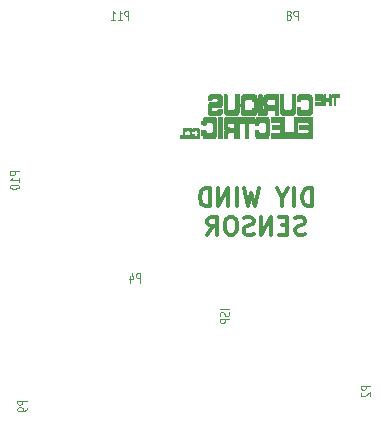
<source format=gbr>
%TF.GenerationSoftware,KiCad,Pcbnew,8.0.5*%
%TF.CreationDate,2024-10-28T18:07:43+00:00*%
%TF.ProjectId,WindSensorATMEGA328_PCB,57696e64-5365-46e7-936f-7241544d4547,rev?*%
%TF.SameCoordinates,PX5734380PY7df6180*%
%TF.FileFunction,Legend,Bot*%
%TF.FilePolarity,Positive*%
%FSLAX46Y46*%
G04 Gerber Fmt 4.6, Leading zero omitted, Abs format (unit mm)*
G04 Created by KiCad (PCBNEW 8.0.5) date 2024-10-28 18:07:43*
%MOMM*%
%LPD*%
G01*
G04 APERTURE LIST*
%ADD10C,0.300000*%
%ADD11C,0.100000*%
%ADD12C,0.010000*%
G04 APERTURE END LIST*
D10*
X61356286Y23262130D02*
X61356286Y24762130D01*
X61356286Y24762130D02*
X60999143Y24762130D01*
X60999143Y24762130D02*
X60784857Y24690701D01*
X60784857Y24690701D02*
X60642000Y24547844D01*
X60642000Y24547844D02*
X60570571Y24404987D01*
X60570571Y24404987D02*
X60499143Y24119273D01*
X60499143Y24119273D02*
X60499143Y23904987D01*
X60499143Y23904987D02*
X60570571Y23619273D01*
X60570571Y23619273D02*
X60642000Y23476416D01*
X60642000Y23476416D02*
X60784857Y23333558D01*
X60784857Y23333558D02*
X60999143Y23262130D01*
X60999143Y23262130D02*
X61356286Y23262130D01*
X59856286Y23262130D02*
X59856286Y24762130D01*
X58856285Y23976416D02*
X58856285Y23262130D01*
X59356285Y24762130D02*
X58856285Y23976416D01*
X58856285Y23976416D02*
X58356285Y24762130D01*
X56856286Y24762130D02*
X56499143Y23262130D01*
X56499143Y23262130D02*
X56213429Y24333558D01*
X56213429Y24333558D02*
X55927714Y23262130D01*
X55927714Y23262130D02*
X55570572Y24762130D01*
X54999143Y23262130D02*
X54999143Y24762130D01*
X54284857Y23262130D02*
X54284857Y24762130D01*
X54284857Y24762130D02*
X53427714Y23262130D01*
X53427714Y23262130D02*
X53427714Y24762130D01*
X52713428Y23262130D02*
X52713428Y24762130D01*
X52713428Y24762130D02*
X52356285Y24762130D01*
X52356285Y24762130D02*
X52141999Y24690701D01*
X52141999Y24690701D02*
X51999142Y24547844D01*
X51999142Y24547844D02*
X51927713Y24404987D01*
X51927713Y24404987D02*
X51856285Y24119273D01*
X51856285Y24119273D02*
X51856285Y23904987D01*
X51856285Y23904987D02*
X51927713Y23619273D01*
X51927713Y23619273D02*
X51999142Y23476416D01*
X51999142Y23476416D02*
X52141999Y23333558D01*
X52141999Y23333558D02*
X52356285Y23262130D01*
X52356285Y23262130D02*
X52713428Y23262130D01*
X60784856Y20918642D02*
X60570571Y20847214D01*
X60570571Y20847214D02*
X60213428Y20847214D01*
X60213428Y20847214D02*
X60070571Y20918642D01*
X60070571Y20918642D02*
X59999142Y20990071D01*
X59999142Y20990071D02*
X59927713Y21132928D01*
X59927713Y21132928D02*
X59927713Y21275785D01*
X59927713Y21275785D02*
X59999142Y21418642D01*
X59999142Y21418642D02*
X60070571Y21490071D01*
X60070571Y21490071D02*
X60213428Y21561500D01*
X60213428Y21561500D02*
X60499142Y21632928D01*
X60499142Y21632928D02*
X60641999Y21704357D01*
X60641999Y21704357D02*
X60713428Y21775785D01*
X60713428Y21775785D02*
X60784856Y21918642D01*
X60784856Y21918642D02*
X60784856Y22061500D01*
X60784856Y22061500D02*
X60713428Y22204357D01*
X60713428Y22204357D02*
X60641999Y22275785D01*
X60641999Y22275785D02*
X60499142Y22347214D01*
X60499142Y22347214D02*
X60141999Y22347214D01*
X60141999Y22347214D02*
X59927713Y22275785D01*
X59284857Y21632928D02*
X58784857Y21632928D01*
X58570571Y20847214D02*
X59284857Y20847214D01*
X59284857Y20847214D02*
X59284857Y22347214D01*
X59284857Y22347214D02*
X58570571Y22347214D01*
X57927714Y20847214D02*
X57927714Y22347214D01*
X57927714Y22347214D02*
X57070571Y20847214D01*
X57070571Y20847214D02*
X57070571Y22347214D01*
X56427713Y20918642D02*
X56213428Y20847214D01*
X56213428Y20847214D02*
X55856285Y20847214D01*
X55856285Y20847214D02*
X55713428Y20918642D01*
X55713428Y20918642D02*
X55641999Y20990071D01*
X55641999Y20990071D02*
X55570570Y21132928D01*
X55570570Y21132928D02*
X55570570Y21275785D01*
X55570570Y21275785D02*
X55641999Y21418642D01*
X55641999Y21418642D02*
X55713428Y21490071D01*
X55713428Y21490071D02*
X55856285Y21561500D01*
X55856285Y21561500D02*
X56141999Y21632928D01*
X56141999Y21632928D02*
X56284856Y21704357D01*
X56284856Y21704357D02*
X56356285Y21775785D01*
X56356285Y21775785D02*
X56427713Y21918642D01*
X56427713Y21918642D02*
X56427713Y22061500D01*
X56427713Y22061500D02*
X56356285Y22204357D01*
X56356285Y22204357D02*
X56284856Y22275785D01*
X56284856Y22275785D02*
X56141999Y22347214D01*
X56141999Y22347214D02*
X55784856Y22347214D01*
X55784856Y22347214D02*
X55570570Y22275785D01*
X54641999Y22347214D02*
X54356285Y22347214D01*
X54356285Y22347214D02*
X54213428Y22275785D01*
X54213428Y22275785D02*
X54070571Y22132928D01*
X54070571Y22132928D02*
X53999142Y21847214D01*
X53999142Y21847214D02*
X53999142Y21347214D01*
X53999142Y21347214D02*
X54070571Y21061500D01*
X54070571Y21061500D02*
X54213428Y20918642D01*
X54213428Y20918642D02*
X54356285Y20847214D01*
X54356285Y20847214D02*
X54641999Y20847214D01*
X54641999Y20847214D02*
X54784857Y20918642D01*
X54784857Y20918642D02*
X54927714Y21061500D01*
X54927714Y21061500D02*
X54999142Y21347214D01*
X54999142Y21347214D02*
X54999142Y21847214D01*
X54999142Y21847214D02*
X54927714Y22132928D01*
X54927714Y22132928D02*
X54784857Y22275785D01*
X54784857Y22275785D02*
X54641999Y22347214D01*
X52499142Y20847214D02*
X52999142Y21561500D01*
X53356285Y20847214D02*
X53356285Y22347214D01*
X53356285Y22347214D02*
X52784856Y22347214D01*
X52784856Y22347214D02*
X52641999Y22275785D01*
X52641999Y22275785D02*
X52570570Y22204357D01*
X52570570Y22204357D02*
X52499142Y22061500D01*
X52499142Y22061500D02*
X52499142Y21847214D01*
X52499142Y21847214D02*
X52570570Y21704357D01*
X52570570Y21704357D02*
X52641999Y21632928D01*
X52641999Y21632928D02*
X52784856Y21561500D01*
X52784856Y21561500D02*
X53356285Y21561500D01*
D11*
X45813571Y39005105D02*
X45813571Y39805105D01*
X45813571Y39805105D02*
X45585000Y39805105D01*
X45585000Y39805105D02*
X45527857Y39767010D01*
X45527857Y39767010D02*
X45499286Y39728915D01*
X45499286Y39728915D02*
X45470714Y39652724D01*
X45470714Y39652724D02*
X45470714Y39538439D01*
X45470714Y39538439D02*
X45499286Y39462248D01*
X45499286Y39462248D02*
X45527857Y39424153D01*
X45527857Y39424153D02*
X45585000Y39386058D01*
X45585000Y39386058D02*
X45813571Y39386058D01*
X44899286Y39005105D02*
X45242143Y39005105D01*
X45070714Y39005105D02*
X45070714Y39805105D01*
X45070714Y39805105D02*
X45127857Y39690820D01*
X45127857Y39690820D02*
X45185000Y39614629D01*
X45185000Y39614629D02*
X45242143Y39576534D01*
X44327857Y39005105D02*
X44670714Y39005105D01*
X44499285Y39005105D02*
X44499285Y39805105D01*
X44499285Y39805105D02*
X44556428Y39690820D01*
X44556428Y39690820D02*
X44613571Y39614629D01*
X44613571Y39614629D02*
X44670714Y39576534D01*
X60132856Y39005105D02*
X60132856Y39805105D01*
X60132856Y39805105D02*
X59904285Y39805105D01*
X59904285Y39805105D02*
X59847142Y39767010D01*
X59847142Y39767010D02*
X59818571Y39728915D01*
X59818571Y39728915D02*
X59789999Y39652724D01*
X59789999Y39652724D02*
X59789999Y39538439D01*
X59789999Y39538439D02*
X59818571Y39462248D01*
X59818571Y39462248D02*
X59847142Y39424153D01*
X59847142Y39424153D02*
X59904285Y39386058D01*
X59904285Y39386058D02*
X60132856Y39386058D01*
X59447142Y39462248D02*
X59504285Y39500343D01*
X59504285Y39500343D02*
X59532856Y39538439D01*
X59532856Y39538439D02*
X59561428Y39614629D01*
X59561428Y39614629D02*
X59561428Y39652724D01*
X59561428Y39652724D02*
X59532856Y39728915D01*
X59532856Y39728915D02*
X59504285Y39767010D01*
X59504285Y39767010D02*
X59447142Y39805105D01*
X59447142Y39805105D02*
X59332856Y39805105D01*
X59332856Y39805105D02*
X59275714Y39767010D01*
X59275714Y39767010D02*
X59247142Y39728915D01*
X59247142Y39728915D02*
X59218571Y39652724D01*
X59218571Y39652724D02*
X59218571Y39614629D01*
X59218571Y39614629D02*
X59247142Y39538439D01*
X59247142Y39538439D02*
X59275714Y39500343D01*
X59275714Y39500343D02*
X59332856Y39462248D01*
X59332856Y39462248D02*
X59447142Y39462248D01*
X59447142Y39462248D02*
X59504285Y39424153D01*
X59504285Y39424153D02*
X59532856Y39386058D01*
X59532856Y39386058D02*
X59561428Y39309867D01*
X59561428Y39309867D02*
X59561428Y39157486D01*
X59561428Y39157486D02*
X59532856Y39081296D01*
X59532856Y39081296D02*
X59504285Y39043200D01*
X59504285Y39043200D02*
X59447142Y39005105D01*
X59447142Y39005105D02*
X59332856Y39005105D01*
X59332856Y39005105D02*
X59275714Y39043200D01*
X59275714Y39043200D02*
X59247142Y39081296D01*
X59247142Y39081296D02*
X59218571Y39157486D01*
X59218571Y39157486D02*
X59218571Y39309867D01*
X59218571Y39309867D02*
X59247142Y39386058D01*
X59247142Y39386058D02*
X59275714Y39424153D01*
X59275714Y39424153D02*
X59332856Y39462248D01*
X66277895Y8062857D02*
X65477895Y8062857D01*
X65477895Y8062857D02*
X65477895Y7834286D01*
X65477895Y7834286D02*
X65515990Y7777143D01*
X65515990Y7777143D02*
X65554085Y7748572D01*
X65554085Y7748572D02*
X65630276Y7720000D01*
X65630276Y7720000D02*
X65744561Y7720000D01*
X65744561Y7720000D02*
X65820752Y7748572D01*
X65820752Y7748572D02*
X65858847Y7777143D01*
X65858847Y7777143D02*
X65896942Y7834286D01*
X65896942Y7834286D02*
X65896942Y8062857D01*
X65554085Y7491429D02*
X65515990Y7462857D01*
X65515990Y7462857D02*
X65477895Y7405714D01*
X65477895Y7405714D02*
X65477895Y7262857D01*
X65477895Y7262857D02*
X65515990Y7205714D01*
X65515990Y7205714D02*
X65554085Y7177143D01*
X65554085Y7177143D02*
X65630276Y7148572D01*
X65630276Y7148572D02*
X65706466Y7148572D01*
X65706466Y7148572D02*
X65820752Y7177143D01*
X65820752Y7177143D02*
X66277895Y7520000D01*
X66277895Y7520000D02*
X66277895Y7148572D01*
X37194895Y6792857D02*
X36394895Y6792857D01*
X36394895Y6792857D02*
X36394895Y6564286D01*
X36394895Y6564286D02*
X36432990Y6507143D01*
X36432990Y6507143D02*
X36471085Y6478572D01*
X36471085Y6478572D02*
X36547276Y6450000D01*
X36547276Y6450000D02*
X36661561Y6450000D01*
X36661561Y6450000D02*
X36737752Y6478572D01*
X36737752Y6478572D02*
X36775847Y6507143D01*
X36775847Y6507143D02*
X36813942Y6564286D01*
X36813942Y6564286D02*
X36813942Y6792857D01*
X37194895Y6164286D02*
X37194895Y6050000D01*
X37194895Y6050000D02*
X37156800Y5992857D01*
X37156800Y5992857D02*
X37118704Y5964286D01*
X37118704Y5964286D02*
X37004419Y5907143D01*
X37004419Y5907143D02*
X36852038Y5878572D01*
X36852038Y5878572D02*
X36547276Y5878572D01*
X36547276Y5878572D02*
X36471085Y5907143D01*
X36471085Y5907143D02*
X36432990Y5935714D01*
X36432990Y5935714D02*
X36394895Y5992857D01*
X36394895Y5992857D02*
X36394895Y6107143D01*
X36394895Y6107143D02*
X36432990Y6164286D01*
X36432990Y6164286D02*
X36471085Y6192857D01*
X36471085Y6192857D02*
X36547276Y6221429D01*
X36547276Y6221429D02*
X36737752Y6221429D01*
X36737752Y6221429D02*
X36813942Y6192857D01*
X36813942Y6192857D02*
X36852038Y6164286D01*
X36852038Y6164286D02*
X36890133Y6107143D01*
X36890133Y6107143D02*
X36890133Y5992857D01*
X36890133Y5992857D02*
X36852038Y5935714D01*
X36852038Y5935714D02*
X36813942Y5907143D01*
X36813942Y5907143D02*
X36737752Y5878572D01*
X36559895Y26207572D02*
X35759895Y26207572D01*
X35759895Y26207572D02*
X35759895Y25979001D01*
X35759895Y25979001D02*
X35797990Y25921858D01*
X35797990Y25921858D02*
X35836085Y25893287D01*
X35836085Y25893287D02*
X35912276Y25864715D01*
X35912276Y25864715D02*
X36026561Y25864715D01*
X36026561Y25864715D02*
X36102752Y25893287D01*
X36102752Y25893287D02*
X36140847Y25921858D01*
X36140847Y25921858D02*
X36178942Y25979001D01*
X36178942Y25979001D02*
X36178942Y26207572D01*
X36559895Y25293287D02*
X36559895Y25636144D01*
X36559895Y25464715D02*
X35759895Y25464715D01*
X35759895Y25464715D02*
X35874180Y25521858D01*
X35874180Y25521858D02*
X35950371Y25579001D01*
X35950371Y25579001D02*
X35988466Y25636144D01*
X35759895Y24921858D02*
X35759895Y24864715D01*
X35759895Y24864715D02*
X35797990Y24807572D01*
X35797990Y24807572D02*
X35836085Y24779000D01*
X35836085Y24779000D02*
X35912276Y24750429D01*
X35912276Y24750429D02*
X36064657Y24721858D01*
X36064657Y24721858D02*
X36255133Y24721858D01*
X36255133Y24721858D02*
X36407514Y24750429D01*
X36407514Y24750429D02*
X36483704Y24779000D01*
X36483704Y24779000D02*
X36521800Y24807572D01*
X36521800Y24807572D02*
X36559895Y24864715D01*
X36559895Y24864715D02*
X36559895Y24921858D01*
X36559895Y24921858D02*
X36521800Y24979000D01*
X36521800Y24979000D02*
X36483704Y25007572D01*
X36483704Y25007572D02*
X36407514Y25036143D01*
X36407514Y25036143D02*
X36255133Y25064715D01*
X36255133Y25064715D02*
X36064657Y25064715D01*
X36064657Y25064715D02*
X35912276Y25036143D01*
X35912276Y25036143D02*
X35836085Y25007572D01*
X35836085Y25007572D02*
X35797990Y24979000D01*
X35797990Y24979000D02*
X35759895Y24921858D01*
X46797856Y16780105D02*
X46797856Y17580105D01*
X46797856Y17580105D02*
X46569285Y17580105D01*
X46569285Y17580105D02*
X46512142Y17542010D01*
X46512142Y17542010D02*
X46483571Y17503915D01*
X46483571Y17503915D02*
X46454999Y17427724D01*
X46454999Y17427724D02*
X46454999Y17313439D01*
X46454999Y17313439D02*
X46483571Y17237248D01*
X46483571Y17237248D02*
X46512142Y17199153D01*
X46512142Y17199153D02*
X46569285Y17161058D01*
X46569285Y17161058D02*
X46797856Y17161058D01*
X45940714Y17313439D02*
X45940714Y16780105D01*
X46083571Y17618200D02*
X46226428Y17046772D01*
X46226428Y17046772D02*
X45854999Y17046772D01*
X54339895Y14555714D02*
X53539895Y14555714D01*
X54301800Y14298572D02*
X54339895Y14212857D01*
X54339895Y14212857D02*
X54339895Y14070000D01*
X54339895Y14070000D02*
X54301800Y14012857D01*
X54301800Y14012857D02*
X54263704Y13984286D01*
X54263704Y13984286D02*
X54187514Y13955715D01*
X54187514Y13955715D02*
X54111323Y13955715D01*
X54111323Y13955715D02*
X54035133Y13984286D01*
X54035133Y13984286D02*
X53997038Y14012857D01*
X53997038Y14012857D02*
X53958942Y14070000D01*
X53958942Y14070000D02*
X53920847Y14184286D01*
X53920847Y14184286D02*
X53882752Y14241429D01*
X53882752Y14241429D02*
X53844657Y14270000D01*
X53844657Y14270000D02*
X53768466Y14298572D01*
X53768466Y14298572D02*
X53692276Y14298572D01*
X53692276Y14298572D02*
X53616085Y14270000D01*
X53616085Y14270000D02*
X53577990Y14241429D01*
X53577990Y14241429D02*
X53539895Y14184286D01*
X53539895Y14184286D02*
X53539895Y14041429D01*
X53539895Y14041429D02*
X53577990Y13955715D01*
X54339895Y13698571D02*
X53539895Y13698571D01*
X53539895Y13698571D02*
X53539895Y13470000D01*
X53539895Y13470000D02*
X53577990Y13412857D01*
X53577990Y13412857D02*
X53616085Y13384286D01*
X53616085Y13384286D02*
X53692276Y13355714D01*
X53692276Y13355714D02*
X53806561Y13355714D01*
X53806561Y13355714D02*
X53882752Y13384286D01*
X53882752Y13384286D02*
X53920847Y13412857D01*
X53920847Y13412857D02*
X53958942Y13470000D01*
X53958942Y13470000D02*
X53958942Y13698571D01*
D12*
%TO.C,P5*%
X50291000Y29150000D02*
X50201000Y29150000D01*
X50201000Y29240000D01*
X50291000Y29240000D01*
X50291000Y29150000D01*
G36*
X50291000Y29150000D02*
G01*
X50201000Y29150000D01*
X50201000Y29240000D01*
X50291000Y29240000D01*
X50291000Y29150000D01*
G37*
X50291000Y29060000D02*
X50201000Y29060000D01*
X50201000Y29150000D01*
X50291000Y29150000D01*
X50291000Y29060000D01*
G36*
X50291000Y29060000D02*
G01*
X50201000Y29060000D01*
X50201000Y29150000D01*
X50291000Y29150000D01*
X50291000Y29060000D01*
G37*
X50381000Y29150000D02*
X50291000Y29150000D01*
X50291000Y29240000D01*
X50381000Y29240000D01*
X50381000Y29150000D01*
G36*
X50381000Y29150000D02*
G01*
X50291000Y29150000D01*
X50291000Y29240000D01*
X50381000Y29240000D01*
X50381000Y29150000D01*
G37*
X50381000Y29060000D02*
X50291000Y29060000D01*
X50291000Y29150000D01*
X50381000Y29150000D01*
X50381000Y29060000D01*
G36*
X50381000Y29060000D02*
G01*
X50291000Y29060000D01*
X50291000Y29150000D01*
X50381000Y29150000D01*
X50381000Y29060000D01*
G37*
X50561000Y29780000D02*
X50471000Y29780000D01*
X50471000Y29870000D01*
X50561000Y29870000D01*
X50561000Y29780000D01*
G36*
X50561000Y29780000D02*
G01*
X50471000Y29780000D01*
X50471000Y29870000D01*
X50561000Y29870000D01*
X50561000Y29780000D01*
G37*
X50561000Y29690000D02*
X50471000Y29690000D01*
X50471000Y29780000D01*
X50561000Y29780000D01*
X50561000Y29690000D01*
G36*
X50561000Y29690000D02*
G01*
X50471000Y29690000D01*
X50471000Y29780000D01*
X50561000Y29780000D01*
X50561000Y29690000D01*
G37*
X50561000Y29600000D02*
X50471000Y29600000D01*
X50471000Y29690000D01*
X50561000Y29690000D01*
X50561000Y29600000D01*
G36*
X50561000Y29600000D02*
G01*
X50471000Y29600000D01*
X50471000Y29690000D01*
X50561000Y29690000D01*
X50561000Y29600000D01*
G37*
X50561000Y29510000D02*
X50471000Y29510000D01*
X50471000Y29600000D01*
X50561000Y29600000D01*
X50561000Y29510000D01*
G36*
X50561000Y29510000D02*
G01*
X50471000Y29510000D01*
X50471000Y29600000D01*
X50561000Y29600000D01*
X50561000Y29510000D01*
G37*
X50561000Y29420000D02*
X50471000Y29420000D01*
X50471000Y29510000D01*
X50561000Y29510000D01*
X50561000Y29420000D01*
G36*
X50561000Y29420000D02*
G01*
X50471000Y29420000D01*
X50471000Y29510000D01*
X50561000Y29510000D01*
X50561000Y29420000D01*
G37*
X50561000Y29330000D02*
X50471000Y29330000D01*
X50471000Y29420000D01*
X50561000Y29420000D01*
X50561000Y29330000D01*
G36*
X50561000Y29330000D02*
G01*
X50471000Y29330000D01*
X50471000Y29420000D01*
X50561000Y29420000D01*
X50561000Y29330000D01*
G37*
X50561000Y29240000D02*
X50471000Y29240000D01*
X50471000Y29330000D01*
X50561000Y29330000D01*
X50561000Y29240000D01*
G36*
X50561000Y29240000D02*
G01*
X50471000Y29240000D01*
X50471000Y29330000D01*
X50561000Y29330000D01*
X50561000Y29240000D01*
G37*
X50561000Y29150000D02*
X50471000Y29150000D01*
X50471000Y29240000D01*
X50561000Y29240000D01*
X50561000Y29150000D01*
G36*
X50561000Y29150000D02*
G01*
X50471000Y29150000D01*
X50471000Y29240000D01*
X50561000Y29240000D01*
X50561000Y29150000D01*
G37*
X50561000Y29060000D02*
X50471000Y29060000D01*
X50471000Y29150000D01*
X50561000Y29150000D01*
X50561000Y29060000D01*
G36*
X50561000Y29060000D02*
G01*
X50471000Y29060000D01*
X50471000Y29150000D01*
X50561000Y29150000D01*
X50561000Y29060000D01*
G37*
X50651000Y29780000D02*
X50561000Y29780000D01*
X50561000Y29870000D01*
X50651000Y29870000D01*
X50651000Y29780000D01*
G36*
X50651000Y29780000D02*
G01*
X50561000Y29780000D01*
X50561000Y29870000D01*
X50651000Y29870000D01*
X50651000Y29780000D01*
G37*
X50651000Y29690000D02*
X50561000Y29690000D01*
X50561000Y29780000D01*
X50651000Y29780000D01*
X50651000Y29690000D01*
G36*
X50651000Y29690000D02*
G01*
X50561000Y29690000D01*
X50561000Y29780000D01*
X50651000Y29780000D01*
X50651000Y29690000D01*
G37*
X50651000Y29600000D02*
X50561000Y29600000D01*
X50561000Y29690000D01*
X50651000Y29690000D01*
X50651000Y29600000D01*
G36*
X50651000Y29600000D02*
G01*
X50561000Y29600000D01*
X50561000Y29690000D01*
X50651000Y29690000D01*
X50651000Y29600000D01*
G37*
X50651000Y29150000D02*
X50561000Y29150000D01*
X50561000Y29240000D01*
X50651000Y29240000D01*
X50651000Y29150000D01*
G36*
X50651000Y29150000D02*
G01*
X50561000Y29150000D01*
X50561000Y29240000D01*
X50651000Y29240000D01*
X50651000Y29150000D01*
G37*
X50651000Y29060000D02*
X50561000Y29060000D01*
X50561000Y29150000D01*
X50651000Y29150000D01*
X50651000Y29060000D01*
G36*
X50651000Y29060000D02*
G01*
X50561000Y29060000D01*
X50561000Y29150000D01*
X50651000Y29150000D01*
X50651000Y29060000D01*
G37*
X50741000Y29780000D02*
X50651000Y29780000D01*
X50651000Y29870000D01*
X50741000Y29870000D01*
X50741000Y29780000D01*
G36*
X50741000Y29780000D02*
G01*
X50651000Y29780000D01*
X50651000Y29870000D01*
X50741000Y29870000D01*
X50741000Y29780000D01*
G37*
X50741000Y29690000D02*
X50651000Y29690000D01*
X50651000Y29780000D01*
X50741000Y29780000D01*
X50741000Y29690000D01*
G36*
X50741000Y29690000D02*
G01*
X50651000Y29690000D01*
X50651000Y29780000D01*
X50741000Y29780000D01*
X50741000Y29690000D01*
G37*
X50741000Y29150000D02*
X50651000Y29150000D01*
X50651000Y29240000D01*
X50741000Y29240000D01*
X50741000Y29150000D01*
G36*
X50741000Y29150000D02*
G01*
X50651000Y29150000D01*
X50651000Y29240000D01*
X50741000Y29240000D01*
X50741000Y29150000D01*
G37*
X50741000Y29060000D02*
X50651000Y29060000D01*
X50651000Y29150000D01*
X50741000Y29150000D01*
X50741000Y29060000D01*
G36*
X50741000Y29060000D02*
G01*
X50651000Y29060000D01*
X50651000Y29150000D01*
X50741000Y29150000D01*
X50741000Y29060000D01*
G37*
X50831000Y29780000D02*
X50741000Y29780000D01*
X50741000Y29870000D01*
X50831000Y29870000D01*
X50831000Y29780000D01*
G36*
X50831000Y29780000D02*
G01*
X50741000Y29780000D01*
X50741000Y29870000D01*
X50831000Y29870000D01*
X50831000Y29780000D01*
G37*
X50831000Y29690000D02*
X50741000Y29690000D01*
X50741000Y29780000D01*
X50831000Y29780000D01*
X50831000Y29690000D01*
G36*
X50831000Y29690000D02*
G01*
X50741000Y29690000D01*
X50741000Y29780000D01*
X50831000Y29780000D01*
X50831000Y29690000D01*
G37*
X50831000Y29150000D02*
X50741000Y29150000D01*
X50741000Y29240000D01*
X50831000Y29240000D01*
X50831000Y29150000D01*
G36*
X50831000Y29150000D02*
G01*
X50741000Y29150000D01*
X50741000Y29240000D01*
X50831000Y29240000D01*
X50831000Y29150000D01*
G37*
X50831000Y29060000D02*
X50741000Y29060000D01*
X50741000Y29150000D01*
X50831000Y29150000D01*
X50831000Y29060000D01*
G36*
X50831000Y29060000D02*
G01*
X50741000Y29060000D01*
X50741000Y29150000D01*
X50831000Y29150000D01*
X50831000Y29060000D01*
G37*
X50921000Y29780000D02*
X50831000Y29780000D01*
X50831000Y29870000D01*
X50921000Y29870000D01*
X50921000Y29780000D01*
G36*
X50921000Y29780000D02*
G01*
X50831000Y29780000D01*
X50831000Y29870000D01*
X50921000Y29870000D01*
X50921000Y29780000D01*
G37*
X50921000Y29690000D02*
X50831000Y29690000D01*
X50831000Y29780000D01*
X50921000Y29780000D01*
X50921000Y29690000D01*
G36*
X50921000Y29690000D02*
G01*
X50831000Y29690000D01*
X50831000Y29780000D01*
X50921000Y29780000D01*
X50921000Y29690000D01*
G37*
X50921000Y29150000D02*
X50831000Y29150000D01*
X50831000Y29240000D01*
X50921000Y29240000D01*
X50921000Y29150000D01*
G36*
X50921000Y29150000D02*
G01*
X50831000Y29150000D01*
X50831000Y29240000D01*
X50921000Y29240000D01*
X50921000Y29150000D01*
G37*
X50921000Y29060000D02*
X50831000Y29060000D01*
X50831000Y29150000D01*
X50921000Y29150000D01*
X50921000Y29060000D01*
G36*
X50921000Y29060000D02*
G01*
X50831000Y29060000D01*
X50831000Y29150000D01*
X50921000Y29150000D01*
X50921000Y29060000D01*
G37*
X51011000Y29780000D02*
X50921000Y29780000D01*
X50921000Y29870000D01*
X51011000Y29870000D01*
X51011000Y29780000D01*
G36*
X51011000Y29780000D02*
G01*
X50921000Y29780000D01*
X50921000Y29870000D01*
X51011000Y29870000D01*
X51011000Y29780000D01*
G37*
X51011000Y29690000D02*
X50921000Y29690000D01*
X50921000Y29780000D01*
X51011000Y29780000D01*
X51011000Y29690000D01*
G36*
X51011000Y29690000D02*
G01*
X50921000Y29690000D01*
X50921000Y29780000D01*
X51011000Y29780000D01*
X51011000Y29690000D01*
G37*
X51011000Y29600000D02*
X50921000Y29600000D01*
X50921000Y29690000D01*
X51011000Y29690000D01*
X51011000Y29600000D01*
G36*
X51011000Y29600000D02*
G01*
X50921000Y29600000D01*
X50921000Y29690000D01*
X51011000Y29690000D01*
X51011000Y29600000D01*
G37*
X51011000Y29150000D02*
X50921000Y29150000D01*
X50921000Y29240000D01*
X51011000Y29240000D01*
X51011000Y29150000D01*
G36*
X51011000Y29150000D02*
G01*
X50921000Y29150000D01*
X50921000Y29240000D01*
X51011000Y29240000D01*
X51011000Y29150000D01*
G37*
X51011000Y29060000D02*
X50921000Y29060000D01*
X50921000Y29150000D01*
X51011000Y29150000D01*
X51011000Y29060000D01*
G36*
X51011000Y29060000D02*
G01*
X50921000Y29060000D01*
X50921000Y29150000D01*
X51011000Y29150000D01*
X51011000Y29060000D01*
G37*
X51101000Y29780000D02*
X51011000Y29780000D01*
X51011000Y29870000D01*
X51101000Y29870000D01*
X51101000Y29780000D01*
G36*
X51101000Y29780000D02*
G01*
X51011000Y29780000D01*
X51011000Y29870000D01*
X51101000Y29870000D01*
X51101000Y29780000D01*
G37*
X51101000Y29690000D02*
X51011000Y29690000D01*
X51011000Y29780000D01*
X51101000Y29780000D01*
X51101000Y29690000D01*
G36*
X51101000Y29690000D02*
G01*
X51011000Y29690000D01*
X51011000Y29780000D01*
X51101000Y29780000D01*
X51101000Y29690000D01*
G37*
X51101000Y29600000D02*
X51011000Y29600000D01*
X51011000Y29690000D01*
X51101000Y29690000D01*
X51101000Y29600000D01*
G36*
X51101000Y29600000D02*
G01*
X51011000Y29600000D01*
X51011000Y29690000D01*
X51101000Y29690000D01*
X51101000Y29600000D01*
G37*
X51101000Y29510000D02*
X51011000Y29510000D01*
X51011000Y29600000D01*
X51101000Y29600000D01*
X51101000Y29510000D01*
G36*
X51101000Y29510000D02*
G01*
X51011000Y29510000D01*
X51011000Y29600000D01*
X51101000Y29600000D01*
X51101000Y29510000D01*
G37*
X51101000Y29420000D02*
X51011000Y29420000D01*
X51011000Y29510000D01*
X51101000Y29510000D01*
X51101000Y29420000D01*
G36*
X51101000Y29420000D02*
G01*
X51011000Y29420000D01*
X51011000Y29510000D01*
X51101000Y29510000D01*
X51101000Y29420000D01*
G37*
X51101000Y29330000D02*
X51011000Y29330000D01*
X51011000Y29420000D01*
X51101000Y29420000D01*
X51101000Y29330000D01*
G36*
X51101000Y29330000D02*
G01*
X51011000Y29330000D01*
X51011000Y29420000D01*
X51101000Y29420000D01*
X51101000Y29330000D01*
G37*
X51101000Y29240000D02*
X51011000Y29240000D01*
X51011000Y29330000D01*
X51101000Y29330000D01*
X51101000Y29240000D01*
G36*
X51101000Y29240000D02*
G01*
X51011000Y29240000D01*
X51011000Y29330000D01*
X51101000Y29330000D01*
X51101000Y29240000D01*
G37*
X51101000Y29150000D02*
X51011000Y29150000D01*
X51011000Y29240000D01*
X51101000Y29240000D01*
X51101000Y29150000D01*
G36*
X51101000Y29150000D02*
G01*
X51011000Y29150000D01*
X51011000Y29240000D01*
X51101000Y29240000D01*
X51101000Y29150000D01*
G37*
X51101000Y29060000D02*
X51011000Y29060000D01*
X51011000Y29150000D01*
X51101000Y29150000D01*
X51101000Y29060000D01*
G36*
X51101000Y29060000D02*
G01*
X51011000Y29060000D01*
X51011000Y29150000D01*
X51101000Y29150000D01*
X51101000Y29060000D01*
G37*
X51281000Y29690000D02*
X51191000Y29690000D01*
X51191000Y29780000D01*
X51281000Y29780000D01*
X51281000Y29690000D01*
G36*
X51281000Y29690000D02*
G01*
X51191000Y29690000D01*
X51191000Y29780000D01*
X51281000Y29780000D01*
X51281000Y29690000D01*
G37*
X51281000Y29600000D02*
X51191000Y29600000D01*
X51191000Y29690000D01*
X51281000Y29690000D01*
X51281000Y29600000D01*
G36*
X51281000Y29600000D02*
G01*
X51191000Y29600000D01*
X51191000Y29690000D01*
X51281000Y29690000D01*
X51281000Y29600000D01*
G37*
X51281000Y29240000D02*
X51191000Y29240000D01*
X51191000Y29330000D01*
X51281000Y29330000D01*
X51281000Y29240000D01*
G36*
X51281000Y29240000D02*
G01*
X51191000Y29240000D01*
X51191000Y29330000D01*
X51281000Y29330000D01*
X51281000Y29240000D01*
G37*
X51281000Y29150000D02*
X51191000Y29150000D01*
X51191000Y29240000D01*
X51281000Y29240000D01*
X51281000Y29150000D01*
G36*
X51281000Y29150000D02*
G01*
X51191000Y29150000D01*
X51191000Y29240000D01*
X51281000Y29240000D01*
X51281000Y29150000D01*
G37*
X51281000Y29060000D02*
X51191000Y29060000D01*
X51191000Y29150000D01*
X51281000Y29150000D01*
X51281000Y29060000D01*
G36*
X51281000Y29060000D02*
G01*
X51191000Y29060000D01*
X51191000Y29150000D01*
X51281000Y29150000D01*
X51281000Y29060000D01*
G37*
X51371000Y29780000D02*
X51281000Y29780000D01*
X51281000Y29870000D01*
X51371000Y29870000D01*
X51371000Y29780000D01*
G36*
X51371000Y29780000D02*
G01*
X51281000Y29780000D01*
X51281000Y29870000D01*
X51371000Y29870000D01*
X51371000Y29780000D01*
G37*
X51371000Y29690000D02*
X51281000Y29690000D01*
X51281000Y29780000D01*
X51371000Y29780000D01*
X51371000Y29690000D01*
G36*
X51371000Y29690000D02*
G01*
X51281000Y29690000D01*
X51281000Y29780000D01*
X51371000Y29780000D01*
X51371000Y29690000D01*
G37*
X51371000Y29600000D02*
X51281000Y29600000D01*
X51281000Y29690000D01*
X51371000Y29690000D01*
X51371000Y29600000D01*
G36*
X51371000Y29600000D02*
G01*
X51281000Y29600000D01*
X51281000Y29690000D01*
X51371000Y29690000D01*
X51371000Y29600000D01*
G37*
X51371000Y29240000D02*
X51281000Y29240000D01*
X51281000Y29330000D01*
X51371000Y29330000D01*
X51371000Y29240000D01*
G36*
X51371000Y29240000D02*
G01*
X51281000Y29240000D01*
X51281000Y29330000D01*
X51371000Y29330000D01*
X51371000Y29240000D01*
G37*
X51371000Y29150000D02*
X51281000Y29150000D01*
X51281000Y29240000D01*
X51371000Y29240000D01*
X51371000Y29150000D01*
G36*
X51371000Y29150000D02*
G01*
X51281000Y29150000D01*
X51281000Y29240000D01*
X51371000Y29240000D01*
X51371000Y29150000D01*
G37*
X51371000Y29060000D02*
X51281000Y29060000D01*
X51281000Y29150000D01*
X51371000Y29150000D01*
X51371000Y29060000D01*
G36*
X51371000Y29060000D02*
G01*
X51281000Y29060000D01*
X51281000Y29150000D01*
X51371000Y29150000D01*
X51371000Y29060000D01*
G37*
X51461000Y29780000D02*
X51371000Y29780000D01*
X51371000Y29870000D01*
X51461000Y29870000D01*
X51461000Y29780000D01*
G36*
X51461000Y29780000D02*
G01*
X51371000Y29780000D01*
X51371000Y29870000D01*
X51461000Y29870000D01*
X51461000Y29780000D01*
G37*
X51461000Y29690000D02*
X51371000Y29690000D01*
X51371000Y29780000D01*
X51461000Y29780000D01*
X51461000Y29690000D01*
G36*
X51461000Y29690000D02*
G01*
X51371000Y29690000D01*
X51371000Y29780000D01*
X51461000Y29780000D01*
X51461000Y29690000D01*
G37*
X51461000Y29060000D02*
X51371000Y29060000D01*
X51371000Y29150000D01*
X51461000Y29150000D01*
X51461000Y29060000D01*
G36*
X51461000Y29060000D02*
G01*
X51371000Y29060000D01*
X51371000Y29150000D01*
X51461000Y29150000D01*
X51461000Y29060000D01*
G37*
X51551000Y29780000D02*
X51461000Y29780000D01*
X51461000Y29870000D01*
X51551000Y29870000D01*
X51551000Y29780000D01*
G36*
X51551000Y29780000D02*
G01*
X51461000Y29780000D01*
X51461000Y29870000D01*
X51551000Y29870000D01*
X51551000Y29780000D01*
G37*
X51551000Y29690000D02*
X51461000Y29690000D01*
X51461000Y29780000D01*
X51551000Y29780000D01*
X51551000Y29690000D01*
G36*
X51551000Y29690000D02*
G01*
X51461000Y29690000D01*
X51461000Y29780000D01*
X51551000Y29780000D01*
X51551000Y29690000D01*
G37*
X51551000Y29060000D02*
X51461000Y29060000D01*
X51461000Y29150000D01*
X51551000Y29150000D01*
X51551000Y29060000D01*
G36*
X51551000Y29060000D02*
G01*
X51461000Y29060000D01*
X51461000Y29150000D01*
X51551000Y29150000D01*
X51551000Y29060000D01*
G37*
X51641000Y29780000D02*
X51551000Y29780000D01*
X51551000Y29870000D01*
X51641000Y29870000D01*
X51641000Y29780000D01*
G36*
X51641000Y29780000D02*
G01*
X51551000Y29780000D01*
X51551000Y29870000D01*
X51641000Y29870000D01*
X51641000Y29780000D01*
G37*
X51641000Y29690000D02*
X51551000Y29690000D01*
X51551000Y29780000D01*
X51641000Y29780000D01*
X51641000Y29690000D01*
G36*
X51641000Y29690000D02*
G01*
X51551000Y29690000D01*
X51551000Y29780000D01*
X51641000Y29780000D01*
X51641000Y29690000D01*
G37*
X51641000Y29060000D02*
X51551000Y29060000D01*
X51551000Y29150000D01*
X51641000Y29150000D01*
X51641000Y29060000D01*
G36*
X51641000Y29060000D02*
G01*
X51551000Y29060000D01*
X51551000Y29150000D01*
X51641000Y29150000D01*
X51641000Y29060000D01*
G37*
X51731000Y29780000D02*
X51641000Y29780000D01*
X51641000Y29870000D01*
X51731000Y29870000D01*
X51731000Y29780000D01*
G36*
X51731000Y29780000D02*
G01*
X51641000Y29780000D01*
X51641000Y29870000D01*
X51731000Y29870000D01*
X51731000Y29780000D01*
G37*
X51731000Y29690000D02*
X51641000Y29690000D01*
X51641000Y29780000D01*
X51731000Y29780000D01*
X51731000Y29690000D01*
G36*
X51731000Y29690000D02*
G01*
X51641000Y29690000D01*
X51641000Y29780000D01*
X51731000Y29780000D01*
X51731000Y29690000D01*
G37*
X51731000Y29600000D02*
X51641000Y29600000D01*
X51641000Y29690000D01*
X51731000Y29690000D01*
X51731000Y29600000D01*
G36*
X51731000Y29600000D02*
G01*
X51641000Y29600000D01*
X51641000Y29690000D01*
X51731000Y29690000D01*
X51731000Y29600000D01*
G37*
X51731000Y29510000D02*
X51641000Y29510000D01*
X51641000Y29600000D01*
X51731000Y29600000D01*
X51731000Y29510000D01*
G36*
X51731000Y29510000D02*
G01*
X51641000Y29510000D01*
X51641000Y29600000D01*
X51731000Y29600000D01*
X51731000Y29510000D01*
G37*
X51731000Y29240000D02*
X51641000Y29240000D01*
X51641000Y29330000D01*
X51731000Y29330000D01*
X51731000Y29240000D01*
G36*
X51731000Y29240000D02*
G01*
X51641000Y29240000D01*
X51641000Y29330000D01*
X51731000Y29330000D01*
X51731000Y29240000D01*
G37*
X51731000Y29150000D02*
X51641000Y29150000D01*
X51641000Y29240000D01*
X51731000Y29240000D01*
X51731000Y29150000D01*
G36*
X51731000Y29150000D02*
G01*
X51641000Y29150000D01*
X51641000Y29240000D01*
X51731000Y29240000D01*
X51731000Y29150000D01*
G37*
X51731000Y29060000D02*
X51641000Y29060000D01*
X51641000Y29150000D01*
X51731000Y29150000D01*
X51731000Y29060000D01*
G36*
X51731000Y29060000D02*
G01*
X51641000Y29060000D01*
X51641000Y29150000D01*
X51731000Y29150000D01*
X51731000Y29060000D01*
G37*
X51821000Y29690000D02*
X51731000Y29690000D01*
X51731000Y29780000D01*
X51821000Y29780000D01*
X51821000Y29690000D01*
G36*
X51821000Y29690000D02*
G01*
X51731000Y29690000D01*
X51731000Y29780000D01*
X51821000Y29780000D01*
X51821000Y29690000D01*
G37*
X51821000Y29600000D02*
X51731000Y29600000D01*
X51731000Y29690000D01*
X51821000Y29690000D01*
X51821000Y29600000D01*
G36*
X51821000Y29600000D02*
G01*
X51731000Y29600000D01*
X51731000Y29690000D01*
X51821000Y29690000D01*
X51821000Y29600000D01*
G37*
X51821000Y29510000D02*
X51731000Y29510000D01*
X51731000Y29600000D01*
X51821000Y29600000D01*
X51821000Y29510000D01*
G36*
X51821000Y29510000D02*
G01*
X51731000Y29510000D01*
X51731000Y29600000D01*
X51821000Y29600000D01*
X51821000Y29510000D01*
G37*
X51821000Y29420000D02*
X51731000Y29420000D01*
X51731000Y29510000D01*
X51821000Y29510000D01*
X51821000Y29420000D01*
G36*
X51821000Y29420000D02*
G01*
X51731000Y29420000D01*
X51731000Y29510000D01*
X51821000Y29510000D01*
X51821000Y29420000D01*
G37*
X51821000Y29330000D02*
X51731000Y29330000D01*
X51731000Y29420000D01*
X51821000Y29420000D01*
X51821000Y29330000D01*
G36*
X51821000Y29330000D02*
G01*
X51731000Y29330000D01*
X51731000Y29420000D01*
X51821000Y29420000D01*
X51821000Y29330000D01*
G37*
X51821000Y29240000D02*
X51731000Y29240000D01*
X51731000Y29330000D01*
X51821000Y29330000D01*
X51821000Y29240000D01*
G36*
X51821000Y29240000D02*
G01*
X51731000Y29240000D01*
X51731000Y29330000D01*
X51821000Y29330000D01*
X51821000Y29240000D01*
G37*
X51821000Y29150000D02*
X51731000Y29150000D01*
X51731000Y29240000D01*
X51821000Y29240000D01*
X51821000Y29150000D01*
G36*
X51821000Y29150000D02*
G01*
X51731000Y29150000D01*
X51731000Y29240000D01*
X51821000Y29240000D01*
X51821000Y29150000D01*
G37*
X51821000Y29060000D02*
X51731000Y29060000D01*
X51731000Y29150000D01*
X51821000Y29150000D01*
X51821000Y29060000D01*
G36*
X51821000Y29060000D02*
G01*
X51731000Y29060000D01*
X51731000Y29150000D01*
X51821000Y29150000D01*
X51821000Y29060000D01*
G37*
X52091000Y30410000D02*
X52001000Y30410000D01*
X52001000Y30500000D01*
X52091000Y30500000D01*
X52091000Y30410000D01*
G36*
X52091000Y30410000D02*
G01*
X52001000Y30410000D01*
X52001000Y30500000D01*
X52091000Y30500000D01*
X52091000Y30410000D01*
G37*
X52091000Y30320000D02*
X52001000Y30320000D01*
X52001000Y30410000D01*
X52091000Y30410000D01*
X52091000Y30320000D01*
G36*
X52091000Y30320000D02*
G01*
X52001000Y30320000D01*
X52001000Y30410000D01*
X52091000Y30410000D01*
X52091000Y30320000D01*
G37*
X52091000Y30230000D02*
X52001000Y30230000D01*
X52001000Y30320000D01*
X52091000Y30320000D01*
X52091000Y30230000D01*
G36*
X52091000Y30230000D02*
G01*
X52001000Y30230000D01*
X52001000Y30320000D01*
X52091000Y30320000D01*
X52091000Y30230000D01*
G37*
X52091000Y29600000D02*
X52001000Y29600000D01*
X52001000Y29690000D01*
X52091000Y29690000D01*
X52091000Y29600000D01*
G36*
X52091000Y29600000D02*
G01*
X52001000Y29600000D01*
X52001000Y29690000D01*
X52091000Y29690000D01*
X52091000Y29600000D01*
G37*
X52091000Y29510000D02*
X52001000Y29510000D01*
X52001000Y29600000D01*
X52091000Y29600000D01*
X52091000Y29510000D01*
G36*
X52091000Y29510000D02*
G01*
X52001000Y29510000D01*
X52001000Y29600000D01*
X52091000Y29600000D01*
X52091000Y29510000D01*
G37*
X52091000Y29420000D02*
X52001000Y29420000D01*
X52001000Y29510000D01*
X52091000Y29510000D01*
X52091000Y29420000D01*
G36*
X52091000Y29420000D02*
G01*
X52001000Y29420000D01*
X52001000Y29510000D01*
X52091000Y29510000D01*
X52091000Y29420000D01*
G37*
X52091000Y29330000D02*
X52001000Y29330000D01*
X52001000Y29420000D01*
X52091000Y29420000D01*
X52091000Y29330000D01*
G36*
X52091000Y29330000D02*
G01*
X52001000Y29330000D01*
X52001000Y29420000D01*
X52091000Y29420000D01*
X52091000Y29330000D01*
G37*
X52091000Y29240000D02*
X52001000Y29240000D01*
X52001000Y29330000D01*
X52091000Y29330000D01*
X52091000Y29240000D01*
G36*
X52091000Y29240000D02*
G01*
X52001000Y29240000D01*
X52001000Y29330000D01*
X52091000Y29330000D01*
X52091000Y29240000D01*
G37*
X52181000Y30590000D02*
X52091000Y30590000D01*
X52091000Y30680000D01*
X52181000Y30680000D01*
X52181000Y30590000D01*
G36*
X52181000Y30590000D02*
G01*
X52091000Y30590000D01*
X52091000Y30680000D01*
X52181000Y30680000D01*
X52181000Y30590000D01*
G37*
X52181000Y30500000D02*
X52091000Y30500000D01*
X52091000Y30590000D01*
X52181000Y30590000D01*
X52181000Y30500000D01*
G36*
X52181000Y30500000D02*
G01*
X52091000Y30500000D01*
X52091000Y30590000D01*
X52181000Y30590000D01*
X52181000Y30500000D01*
G37*
X52181000Y30410000D02*
X52091000Y30410000D01*
X52091000Y30500000D01*
X52181000Y30500000D01*
X52181000Y30410000D01*
G36*
X52181000Y30410000D02*
G01*
X52091000Y30410000D01*
X52091000Y30500000D01*
X52181000Y30500000D01*
X52181000Y30410000D01*
G37*
X52181000Y30320000D02*
X52091000Y30320000D01*
X52091000Y30410000D01*
X52181000Y30410000D01*
X52181000Y30320000D01*
G36*
X52181000Y30320000D02*
G01*
X52091000Y30320000D01*
X52091000Y30410000D01*
X52181000Y30410000D01*
X52181000Y30320000D01*
G37*
X52181000Y30230000D02*
X52091000Y30230000D01*
X52091000Y30320000D01*
X52181000Y30320000D01*
X52181000Y30230000D01*
G36*
X52181000Y30230000D02*
G01*
X52091000Y30230000D01*
X52091000Y30320000D01*
X52181000Y30320000D01*
X52181000Y30230000D01*
G37*
X52181000Y30140000D02*
X52091000Y30140000D01*
X52091000Y30230000D01*
X52181000Y30230000D01*
X52181000Y30140000D01*
G36*
X52181000Y30140000D02*
G01*
X52091000Y30140000D01*
X52091000Y30230000D01*
X52181000Y30230000D01*
X52181000Y30140000D01*
G37*
X52181000Y29600000D02*
X52091000Y29600000D01*
X52091000Y29690000D01*
X52181000Y29690000D01*
X52181000Y29600000D01*
G36*
X52181000Y29600000D02*
G01*
X52091000Y29600000D01*
X52091000Y29690000D01*
X52181000Y29690000D01*
X52181000Y29600000D01*
G37*
X52181000Y29510000D02*
X52091000Y29510000D01*
X52091000Y29600000D01*
X52181000Y29600000D01*
X52181000Y29510000D01*
G36*
X52181000Y29510000D02*
G01*
X52091000Y29510000D01*
X52091000Y29600000D01*
X52181000Y29600000D01*
X52181000Y29510000D01*
G37*
X52181000Y29420000D02*
X52091000Y29420000D01*
X52091000Y29510000D01*
X52181000Y29510000D01*
X52181000Y29420000D01*
G36*
X52181000Y29420000D02*
G01*
X52091000Y29420000D01*
X52091000Y29510000D01*
X52181000Y29510000D01*
X52181000Y29420000D01*
G37*
X52181000Y29330000D02*
X52091000Y29330000D01*
X52091000Y29420000D01*
X52181000Y29420000D01*
X52181000Y29330000D01*
G36*
X52181000Y29330000D02*
G01*
X52091000Y29330000D01*
X52091000Y29420000D01*
X52181000Y29420000D01*
X52181000Y29330000D01*
G37*
X52181000Y29240000D02*
X52091000Y29240000D01*
X52091000Y29330000D01*
X52181000Y29330000D01*
X52181000Y29240000D01*
G36*
X52181000Y29240000D02*
G01*
X52091000Y29240000D01*
X52091000Y29330000D01*
X52181000Y29330000D01*
X52181000Y29240000D01*
G37*
X52181000Y29150000D02*
X52091000Y29150000D01*
X52091000Y29240000D01*
X52181000Y29240000D01*
X52181000Y29150000D01*
G36*
X52181000Y29150000D02*
G01*
X52091000Y29150000D01*
X52091000Y29240000D01*
X52181000Y29240000D01*
X52181000Y29150000D01*
G37*
X52181000Y29060000D02*
X52091000Y29060000D01*
X52091000Y29150000D01*
X52181000Y29150000D01*
X52181000Y29060000D01*
G36*
X52181000Y29060000D02*
G01*
X52091000Y29060000D01*
X52091000Y29150000D01*
X52181000Y29150000D01*
X52181000Y29060000D01*
G37*
X52271000Y30680000D02*
X52181000Y30680000D01*
X52181000Y30770000D01*
X52271000Y30770000D01*
X52271000Y30680000D01*
G36*
X52271000Y30680000D02*
G01*
X52181000Y30680000D01*
X52181000Y30770000D01*
X52271000Y30770000D01*
X52271000Y30680000D01*
G37*
X52271000Y30590000D02*
X52181000Y30590000D01*
X52181000Y30680000D01*
X52271000Y30680000D01*
X52271000Y30590000D01*
G36*
X52271000Y30590000D02*
G01*
X52181000Y30590000D01*
X52181000Y30680000D01*
X52271000Y30680000D01*
X52271000Y30590000D01*
G37*
X52271000Y30500000D02*
X52181000Y30500000D01*
X52181000Y30590000D01*
X52271000Y30590000D01*
X52271000Y30500000D01*
G36*
X52271000Y30500000D02*
G01*
X52181000Y30500000D01*
X52181000Y30590000D01*
X52271000Y30590000D01*
X52271000Y30500000D01*
G37*
X52271000Y30410000D02*
X52181000Y30410000D01*
X52181000Y30500000D01*
X52271000Y30500000D01*
X52271000Y30410000D01*
G36*
X52271000Y30410000D02*
G01*
X52181000Y30410000D01*
X52181000Y30500000D01*
X52271000Y30500000D01*
X52271000Y30410000D01*
G37*
X52271000Y30320000D02*
X52181000Y30320000D01*
X52181000Y30410000D01*
X52271000Y30410000D01*
X52271000Y30320000D01*
G36*
X52271000Y30320000D02*
G01*
X52181000Y30320000D01*
X52181000Y30410000D01*
X52271000Y30410000D01*
X52271000Y30320000D01*
G37*
X52271000Y30230000D02*
X52181000Y30230000D01*
X52181000Y30320000D01*
X52271000Y30320000D01*
X52271000Y30230000D01*
G36*
X52271000Y30230000D02*
G01*
X52181000Y30230000D01*
X52181000Y30320000D01*
X52271000Y30320000D01*
X52271000Y30230000D01*
G37*
X52271000Y30140000D02*
X52181000Y30140000D01*
X52181000Y30230000D01*
X52271000Y30230000D01*
X52271000Y30140000D01*
G36*
X52271000Y30140000D02*
G01*
X52181000Y30140000D01*
X52181000Y30230000D01*
X52271000Y30230000D01*
X52271000Y30140000D01*
G37*
X52271000Y29600000D02*
X52181000Y29600000D01*
X52181000Y29690000D01*
X52271000Y29690000D01*
X52271000Y29600000D01*
G36*
X52271000Y29600000D02*
G01*
X52181000Y29600000D01*
X52181000Y29690000D01*
X52271000Y29690000D01*
X52271000Y29600000D01*
G37*
X52271000Y29510000D02*
X52181000Y29510000D01*
X52181000Y29600000D01*
X52271000Y29600000D01*
X52271000Y29510000D01*
G36*
X52271000Y29510000D02*
G01*
X52181000Y29510000D01*
X52181000Y29600000D01*
X52271000Y29600000D01*
X52271000Y29510000D01*
G37*
X52271000Y29420000D02*
X52181000Y29420000D01*
X52181000Y29510000D01*
X52271000Y29510000D01*
X52271000Y29420000D01*
G36*
X52271000Y29420000D02*
G01*
X52181000Y29420000D01*
X52181000Y29510000D01*
X52271000Y29510000D01*
X52271000Y29420000D01*
G37*
X52271000Y29330000D02*
X52181000Y29330000D01*
X52181000Y29420000D01*
X52271000Y29420000D01*
X52271000Y29330000D01*
G36*
X52271000Y29330000D02*
G01*
X52181000Y29330000D01*
X52181000Y29420000D01*
X52271000Y29420000D01*
X52271000Y29330000D01*
G37*
X52271000Y29240000D02*
X52181000Y29240000D01*
X52181000Y29330000D01*
X52271000Y29330000D01*
X52271000Y29240000D01*
G36*
X52271000Y29240000D02*
G01*
X52181000Y29240000D01*
X52181000Y29330000D01*
X52271000Y29330000D01*
X52271000Y29240000D01*
G37*
X52271000Y29150000D02*
X52181000Y29150000D01*
X52181000Y29240000D01*
X52271000Y29240000D01*
X52271000Y29150000D01*
G36*
X52271000Y29150000D02*
G01*
X52181000Y29150000D01*
X52181000Y29240000D01*
X52271000Y29240000D01*
X52271000Y29150000D01*
G37*
X52271000Y29060000D02*
X52181000Y29060000D01*
X52181000Y29150000D01*
X52271000Y29150000D01*
X52271000Y29060000D01*
G36*
X52271000Y29060000D02*
G01*
X52181000Y29060000D01*
X52181000Y29150000D01*
X52271000Y29150000D01*
X52271000Y29060000D01*
G37*
X52361000Y30680000D02*
X52271000Y30680000D01*
X52271000Y30770000D01*
X52361000Y30770000D01*
X52361000Y30680000D01*
G36*
X52361000Y30680000D02*
G01*
X52271000Y30680000D01*
X52271000Y30770000D01*
X52361000Y30770000D01*
X52361000Y30680000D01*
G37*
X52361000Y30590000D02*
X52271000Y30590000D01*
X52271000Y30680000D01*
X52361000Y30680000D01*
X52361000Y30590000D01*
G36*
X52361000Y30590000D02*
G01*
X52271000Y30590000D01*
X52271000Y30680000D01*
X52361000Y30680000D01*
X52361000Y30590000D01*
G37*
X52361000Y30500000D02*
X52271000Y30500000D01*
X52271000Y30590000D01*
X52361000Y30590000D01*
X52361000Y30500000D01*
G36*
X52361000Y30500000D02*
G01*
X52271000Y30500000D01*
X52271000Y30590000D01*
X52361000Y30590000D01*
X52361000Y30500000D01*
G37*
X52361000Y30410000D02*
X52271000Y30410000D01*
X52271000Y30500000D01*
X52361000Y30500000D01*
X52361000Y30410000D01*
G36*
X52361000Y30410000D02*
G01*
X52271000Y30410000D01*
X52271000Y30500000D01*
X52361000Y30500000D01*
X52361000Y30410000D01*
G37*
X52361000Y30320000D02*
X52271000Y30320000D01*
X52271000Y30410000D01*
X52361000Y30410000D01*
X52361000Y30320000D01*
G36*
X52361000Y30320000D02*
G01*
X52271000Y30320000D01*
X52271000Y30410000D01*
X52361000Y30410000D01*
X52361000Y30320000D01*
G37*
X52361000Y30230000D02*
X52271000Y30230000D01*
X52271000Y30320000D01*
X52361000Y30320000D01*
X52361000Y30230000D01*
G36*
X52361000Y30230000D02*
G01*
X52271000Y30230000D01*
X52271000Y30320000D01*
X52361000Y30320000D01*
X52361000Y30230000D01*
G37*
X52361000Y29510000D02*
X52271000Y29510000D01*
X52271000Y29600000D01*
X52361000Y29600000D01*
X52361000Y29510000D01*
G36*
X52361000Y29510000D02*
G01*
X52271000Y29510000D01*
X52271000Y29600000D01*
X52361000Y29600000D01*
X52361000Y29510000D01*
G37*
X52361000Y29420000D02*
X52271000Y29420000D01*
X52271000Y29510000D01*
X52361000Y29510000D01*
X52361000Y29420000D01*
G36*
X52361000Y29420000D02*
G01*
X52271000Y29420000D01*
X52271000Y29510000D01*
X52361000Y29510000D01*
X52361000Y29420000D01*
G37*
X52361000Y29330000D02*
X52271000Y29330000D01*
X52271000Y29420000D01*
X52361000Y29420000D01*
X52361000Y29330000D01*
G36*
X52361000Y29330000D02*
G01*
X52271000Y29330000D01*
X52271000Y29420000D01*
X52361000Y29420000D01*
X52361000Y29330000D01*
G37*
X52361000Y29240000D02*
X52271000Y29240000D01*
X52271000Y29330000D01*
X52361000Y29330000D01*
X52361000Y29240000D01*
G36*
X52361000Y29240000D02*
G01*
X52271000Y29240000D01*
X52271000Y29330000D01*
X52361000Y29330000D01*
X52361000Y29240000D01*
G37*
X52361000Y29150000D02*
X52271000Y29150000D01*
X52271000Y29240000D01*
X52361000Y29240000D01*
X52361000Y29150000D01*
G36*
X52361000Y29150000D02*
G01*
X52271000Y29150000D01*
X52271000Y29240000D01*
X52361000Y29240000D01*
X52361000Y29150000D01*
G37*
X52361000Y29060000D02*
X52271000Y29060000D01*
X52271000Y29150000D01*
X52361000Y29150000D01*
X52361000Y29060000D01*
G36*
X52361000Y29060000D02*
G01*
X52271000Y29060000D01*
X52271000Y29150000D01*
X52361000Y29150000D01*
X52361000Y29060000D01*
G37*
X52451000Y30680000D02*
X52361000Y30680000D01*
X52361000Y30770000D01*
X52451000Y30770000D01*
X52451000Y30680000D01*
G36*
X52451000Y30680000D02*
G01*
X52361000Y30680000D01*
X52361000Y30770000D01*
X52451000Y30770000D01*
X52451000Y30680000D01*
G37*
X52451000Y30590000D02*
X52361000Y30590000D01*
X52361000Y30680000D01*
X52451000Y30680000D01*
X52451000Y30590000D01*
G36*
X52451000Y30590000D02*
G01*
X52361000Y30590000D01*
X52361000Y30680000D01*
X52451000Y30680000D01*
X52451000Y30590000D01*
G37*
X52451000Y30500000D02*
X52361000Y30500000D01*
X52361000Y30590000D01*
X52451000Y30590000D01*
X52451000Y30500000D01*
G36*
X52451000Y30500000D02*
G01*
X52361000Y30500000D01*
X52361000Y30590000D01*
X52451000Y30590000D01*
X52451000Y30500000D01*
G37*
X52451000Y30410000D02*
X52361000Y30410000D01*
X52361000Y30500000D01*
X52451000Y30500000D01*
X52451000Y30410000D01*
G36*
X52451000Y30410000D02*
G01*
X52361000Y30410000D01*
X52361000Y30500000D01*
X52451000Y30500000D01*
X52451000Y30410000D01*
G37*
X52451000Y29330000D02*
X52361000Y29330000D01*
X52361000Y29420000D01*
X52451000Y29420000D01*
X52451000Y29330000D01*
G36*
X52451000Y29330000D02*
G01*
X52361000Y29330000D01*
X52361000Y29420000D01*
X52451000Y29420000D01*
X52451000Y29330000D01*
G37*
X52451000Y29240000D02*
X52361000Y29240000D01*
X52361000Y29330000D01*
X52451000Y29330000D01*
X52451000Y29240000D01*
G36*
X52451000Y29240000D02*
G01*
X52361000Y29240000D01*
X52361000Y29330000D01*
X52451000Y29330000D01*
X52451000Y29240000D01*
G37*
X52451000Y29150000D02*
X52361000Y29150000D01*
X52361000Y29240000D01*
X52451000Y29240000D01*
X52451000Y29150000D01*
G36*
X52451000Y29150000D02*
G01*
X52361000Y29150000D01*
X52361000Y29240000D01*
X52451000Y29240000D01*
X52451000Y29150000D01*
G37*
X52451000Y29060000D02*
X52361000Y29060000D01*
X52361000Y29150000D01*
X52451000Y29150000D01*
X52451000Y29060000D01*
G36*
X52451000Y29060000D02*
G01*
X52361000Y29060000D01*
X52361000Y29150000D01*
X52451000Y29150000D01*
X52451000Y29060000D01*
G37*
X52541000Y30680000D02*
X52451000Y30680000D01*
X52451000Y30770000D01*
X52541000Y30770000D01*
X52541000Y30680000D01*
G36*
X52541000Y30680000D02*
G01*
X52451000Y30680000D01*
X52451000Y30770000D01*
X52541000Y30770000D01*
X52541000Y30680000D01*
G37*
X52541000Y30590000D02*
X52451000Y30590000D01*
X52451000Y30680000D01*
X52541000Y30680000D01*
X52541000Y30590000D01*
G36*
X52541000Y30590000D02*
G01*
X52451000Y30590000D01*
X52451000Y30680000D01*
X52541000Y30680000D01*
X52541000Y30590000D01*
G37*
X52541000Y30500000D02*
X52451000Y30500000D01*
X52451000Y30590000D01*
X52541000Y30590000D01*
X52541000Y30500000D01*
G36*
X52541000Y30500000D02*
G01*
X52451000Y30500000D01*
X52451000Y30590000D01*
X52541000Y30590000D01*
X52541000Y30500000D01*
G37*
X52541000Y30410000D02*
X52451000Y30410000D01*
X52451000Y30500000D01*
X52541000Y30500000D01*
X52541000Y30410000D01*
G36*
X52541000Y30410000D02*
G01*
X52451000Y30410000D01*
X52451000Y30500000D01*
X52541000Y30500000D01*
X52541000Y30410000D01*
G37*
X52541000Y29330000D02*
X52451000Y29330000D01*
X52451000Y29420000D01*
X52541000Y29420000D01*
X52541000Y29330000D01*
G36*
X52541000Y29330000D02*
G01*
X52451000Y29330000D01*
X52451000Y29420000D01*
X52541000Y29420000D01*
X52541000Y29330000D01*
G37*
X52541000Y29240000D02*
X52451000Y29240000D01*
X52451000Y29330000D01*
X52541000Y29330000D01*
X52541000Y29240000D01*
G36*
X52541000Y29240000D02*
G01*
X52451000Y29240000D01*
X52451000Y29330000D01*
X52541000Y29330000D01*
X52541000Y29240000D01*
G37*
X52541000Y29150000D02*
X52451000Y29150000D01*
X52451000Y29240000D01*
X52541000Y29240000D01*
X52541000Y29150000D01*
G36*
X52541000Y29150000D02*
G01*
X52451000Y29150000D01*
X52451000Y29240000D01*
X52541000Y29240000D01*
X52541000Y29150000D01*
G37*
X52541000Y29060000D02*
X52451000Y29060000D01*
X52451000Y29150000D01*
X52541000Y29150000D01*
X52541000Y29060000D01*
G36*
X52541000Y29060000D02*
G01*
X52451000Y29060000D01*
X52451000Y29150000D01*
X52541000Y29150000D01*
X52541000Y29060000D01*
G37*
X52631000Y32480000D02*
X52541000Y32480000D01*
X52541000Y32570000D01*
X52631000Y32570000D01*
X52631000Y32480000D01*
G36*
X52631000Y32480000D02*
G01*
X52541000Y32480000D01*
X52541000Y32570000D01*
X52631000Y32570000D01*
X52631000Y32480000D01*
G37*
X52631000Y32390000D02*
X52541000Y32390000D01*
X52541000Y32480000D01*
X52631000Y32480000D01*
X52631000Y32390000D01*
G36*
X52631000Y32390000D02*
G01*
X52541000Y32390000D01*
X52541000Y32480000D01*
X52631000Y32480000D01*
X52631000Y32390000D01*
G37*
X52631000Y32300000D02*
X52541000Y32300000D01*
X52541000Y32390000D01*
X52631000Y32390000D01*
X52631000Y32300000D01*
G36*
X52631000Y32300000D02*
G01*
X52541000Y32300000D01*
X52541000Y32390000D01*
X52631000Y32390000D01*
X52631000Y32300000D01*
G37*
X52631000Y32210000D02*
X52541000Y32210000D01*
X52541000Y32300000D01*
X52631000Y32300000D01*
X52631000Y32210000D01*
G36*
X52631000Y32210000D02*
G01*
X52541000Y32210000D01*
X52541000Y32300000D01*
X52631000Y32300000D01*
X52631000Y32210000D01*
G37*
X52631000Y31850000D02*
X52541000Y31850000D01*
X52541000Y31940000D01*
X52631000Y31940000D01*
X52631000Y31850000D01*
G36*
X52631000Y31850000D02*
G01*
X52541000Y31850000D01*
X52541000Y31940000D01*
X52631000Y31940000D01*
X52631000Y31850000D01*
G37*
X52631000Y31760000D02*
X52541000Y31760000D01*
X52541000Y31850000D01*
X52631000Y31850000D01*
X52631000Y31760000D01*
G36*
X52631000Y31760000D02*
G01*
X52541000Y31760000D01*
X52541000Y31850000D01*
X52631000Y31850000D01*
X52631000Y31760000D01*
G37*
X52631000Y31670000D02*
X52541000Y31670000D01*
X52541000Y31760000D01*
X52631000Y31760000D01*
X52631000Y31670000D01*
G36*
X52631000Y31670000D02*
G01*
X52541000Y31670000D01*
X52541000Y31760000D01*
X52631000Y31760000D01*
X52631000Y31670000D01*
G37*
X52631000Y31580000D02*
X52541000Y31580000D01*
X52541000Y31670000D01*
X52631000Y31670000D01*
X52631000Y31580000D01*
G36*
X52631000Y31580000D02*
G01*
X52541000Y31580000D01*
X52541000Y31670000D01*
X52631000Y31670000D01*
X52631000Y31580000D01*
G37*
X52631000Y31490000D02*
X52541000Y31490000D01*
X52541000Y31580000D01*
X52631000Y31580000D01*
X52631000Y31490000D01*
G36*
X52631000Y31490000D02*
G01*
X52541000Y31490000D01*
X52541000Y31580000D01*
X52631000Y31580000D01*
X52631000Y31490000D01*
G37*
X52631000Y31400000D02*
X52541000Y31400000D01*
X52541000Y31490000D01*
X52631000Y31490000D01*
X52631000Y31400000D01*
G36*
X52631000Y31400000D02*
G01*
X52541000Y31400000D01*
X52541000Y31490000D01*
X52631000Y31490000D01*
X52631000Y31400000D01*
G37*
X52631000Y31310000D02*
X52541000Y31310000D01*
X52541000Y31400000D01*
X52631000Y31400000D01*
X52631000Y31310000D01*
G36*
X52631000Y31310000D02*
G01*
X52541000Y31310000D01*
X52541000Y31400000D01*
X52631000Y31400000D01*
X52631000Y31310000D01*
G37*
X52631000Y31220000D02*
X52541000Y31220000D01*
X52541000Y31310000D01*
X52631000Y31310000D01*
X52631000Y31220000D01*
G36*
X52631000Y31220000D02*
G01*
X52541000Y31220000D01*
X52541000Y31310000D01*
X52631000Y31310000D01*
X52631000Y31220000D01*
G37*
X52631000Y31130000D02*
X52541000Y31130000D01*
X52541000Y31220000D01*
X52631000Y31220000D01*
X52631000Y31130000D01*
G36*
X52631000Y31130000D02*
G01*
X52541000Y31130000D01*
X52541000Y31220000D01*
X52631000Y31220000D01*
X52631000Y31130000D01*
G37*
X52631000Y31040000D02*
X52541000Y31040000D01*
X52541000Y31130000D01*
X52631000Y31130000D01*
X52631000Y31040000D01*
G36*
X52631000Y31040000D02*
G01*
X52541000Y31040000D01*
X52541000Y31130000D01*
X52631000Y31130000D01*
X52631000Y31040000D01*
G37*
X52631000Y30680000D02*
X52541000Y30680000D01*
X52541000Y30770000D01*
X52631000Y30770000D01*
X52631000Y30680000D01*
G36*
X52631000Y30680000D02*
G01*
X52541000Y30680000D01*
X52541000Y30770000D01*
X52631000Y30770000D01*
X52631000Y30680000D01*
G37*
X52631000Y30590000D02*
X52541000Y30590000D01*
X52541000Y30680000D01*
X52631000Y30680000D01*
X52631000Y30590000D01*
G36*
X52631000Y30590000D02*
G01*
X52541000Y30590000D01*
X52541000Y30680000D01*
X52631000Y30680000D01*
X52631000Y30590000D01*
G37*
X52631000Y30500000D02*
X52541000Y30500000D01*
X52541000Y30590000D01*
X52631000Y30590000D01*
X52631000Y30500000D01*
G36*
X52631000Y30500000D02*
G01*
X52541000Y30500000D01*
X52541000Y30590000D01*
X52631000Y30590000D01*
X52631000Y30500000D01*
G37*
X52631000Y30410000D02*
X52541000Y30410000D01*
X52541000Y30500000D01*
X52631000Y30500000D01*
X52631000Y30410000D01*
G36*
X52631000Y30410000D02*
G01*
X52541000Y30410000D01*
X52541000Y30500000D01*
X52631000Y30500000D01*
X52631000Y30410000D01*
G37*
X52631000Y29330000D02*
X52541000Y29330000D01*
X52541000Y29420000D01*
X52631000Y29420000D01*
X52631000Y29330000D01*
G36*
X52631000Y29330000D02*
G01*
X52541000Y29330000D01*
X52541000Y29420000D01*
X52631000Y29420000D01*
X52631000Y29330000D01*
G37*
X52631000Y29240000D02*
X52541000Y29240000D01*
X52541000Y29330000D01*
X52631000Y29330000D01*
X52631000Y29240000D01*
G36*
X52631000Y29240000D02*
G01*
X52541000Y29240000D01*
X52541000Y29330000D01*
X52631000Y29330000D01*
X52631000Y29240000D01*
G37*
X52631000Y29150000D02*
X52541000Y29150000D01*
X52541000Y29240000D01*
X52631000Y29240000D01*
X52631000Y29150000D01*
G36*
X52631000Y29150000D02*
G01*
X52541000Y29150000D01*
X52541000Y29240000D01*
X52631000Y29240000D01*
X52631000Y29150000D01*
G37*
X52631000Y29060000D02*
X52541000Y29060000D01*
X52541000Y29150000D01*
X52631000Y29150000D01*
X52631000Y29060000D01*
G36*
X52631000Y29060000D02*
G01*
X52541000Y29060000D01*
X52541000Y29150000D01*
X52631000Y29150000D01*
X52631000Y29060000D01*
G37*
X52721000Y32570000D02*
X52631000Y32570000D01*
X52631000Y32660000D01*
X52721000Y32660000D01*
X52721000Y32570000D01*
G36*
X52721000Y32570000D02*
G01*
X52631000Y32570000D01*
X52631000Y32660000D01*
X52721000Y32660000D01*
X52721000Y32570000D01*
G37*
X52721000Y32480000D02*
X52631000Y32480000D01*
X52631000Y32570000D01*
X52721000Y32570000D01*
X52721000Y32480000D01*
G36*
X52721000Y32480000D02*
G01*
X52631000Y32480000D01*
X52631000Y32570000D01*
X52721000Y32570000D01*
X52721000Y32480000D01*
G37*
X52721000Y32390000D02*
X52631000Y32390000D01*
X52631000Y32480000D01*
X52721000Y32480000D01*
X52721000Y32390000D01*
G36*
X52721000Y32390000D02*
G01*
X52631000Y32390000D01*
X52631000Y32480000D01*
X52721000Y32480000D01*
X52721000Y32390000D01*
G37*
X52721000Y32300000D02*
X52631000Y32300000D01*
X52631000Y32390000D01*
X52721000Y32390000D01*
X52721000Y32300000D01*
G36*
X52721000Y32300000D02*
G01*
X52631000Y32300000D01*
X52631000Y32390000D01*
X52721000Y32390000D01*
X52721000Y32300000D01*
G37*
X52721000Y32210000D02*
X52631000Y32210000D01*
X52631000Y32300000D01*
X52721000Y32300000D01*
X52721000Y32210000D01*
G36*
X52721000Y32210000D02*
G01*
X52631000Y32210000D01*
X52631000Y32300000D01*
X52721000Y32300000D01*
X52721000Y32210000D01*
G37*
X52721000Y31940000D02*
X52631000Y31940000D01*
X52631000Y32030000D01*
X52721000Y32030000D01*
X52721000Y31940000D01*
G36*
X52721000Y31940000D02*
G01*
X52631000Y31940000D01*
X52631000Y32030000D01*
X52721000Y32030000D01*
X52721000Y31940000D01*
G37*
X52721000Y31850000D02*
X52631000Y31850000D01*
X52631000Y31940000D01*
X52721000Y31940000D01*
X52721000Y31850000D01*
G36*
X52721000Y31850000D02*
G01*
X52631000Y31850000D01*
X52631000Y31940000D01*
X52721000Y31940000D01*
X52721000Y31850000D01*
G37*
X52721000Y31760000D02*
X52631000Y31760000D01*
X52631000Y31850000D01*
X52721000Y31850000D01*
X52721000Y31760000D01*
G36*
X52721000Y31760000D02*
G01*
X52631000Y31760000D01*
X52631000Y31850000D01*
X52721000Y31850000D01*
X52721000Y31760000D01*
G37*
X52721000Y31670000D02*
X52631000Y31670000D01*
X52631000Y31760000D01*
X52721000Y31760000D01*
X52721000Y31670000D01*
G36*
X52721000Y31670000D02*
G01*
X52631000Y31670000D01*
X52631000Y31760000D01*
X52721000Y31760000D01*
X52721000Y31670000D01*
G37*
X52721000Y31580000D02*
X52631000Y31580000D01*
X52631000Y31670000D01*
X52721000Y31670000D01*
X52721000Y31580000D01*
G36*
X52721000Y31580000D02*
G01*
X52631000Y31580000D01*
X52631000Y31670000D01*
X52721000Y31670000D01*
X52721000Y31580000D01*
G37*
X52721000Y31490000D02*
X52631000Y31490000D01*
X52631000Y31580000D01*
X52721000Y31580000D01*
X52721000Y31490000D01*
G36*
X52721000Y31490000D02*
G01*
X52631000Y31490000D01*
X52631000Y31580000D01*
X52721000Y31580000D01*
X52721000Y31490000D01*
G37*
X52721000Y31400000D02*
X52631000Y31400000D01*
X52631000Y31490000D01*
X52721000Y31490000D01*
X52721000Y31400000D01*
G36*
X52721000Y31400000D02*
G01*
X52631000Y31400000D01*
X52631000Y31490000D01*
X52721000Y31490000D01*
X52721000Y31400000D01*
G37*
X52721000Y31310000D02*
X52631000Y31310000D01*
X52631000Y31400000D01*
X52721000Y31400000D01*
X52721000Y31310000D01*
G36*
X52721000Y31310000D02*
G01*
X52631000Y31310000D01*
X52631000Y31400000D01*
X52721000Y31400000D01*
X52721000Y31310000D01*
G37*
X52721000Y31220000D02*
X52631000Y31220000D01*
X52631000Y31310000D01*
X52721000Y31310000D01*
X52721000Y31220000D01*
G36*
X52721000Y31220000D02*
G01*
X52631000Y31220000D01*
X52631000Y31310000D01*
X52721000Y31310000D01*
X52721000Y31220000D01*
G37*
X52721000Y31130000D02*
X52631000Y31130000D01*
X52631000Y31220000D01*
X52721000Y31220000D01*
X52721000Y31130000D01*
G36*
X52721000Y31130000D02*
G01*
X52631000Y31130000D01*
X52631000Y31220000D01*
X52721000Y31220000D01*
X52721000Y31130000D01*
G37*
X52721000Y31040000D02*
X52631000Y31040000D01*
X52631000Y31130000D01*
X52721000Y31130000D01*
X52721000Y31040000D01*
G36*
X52721000Y31040000D02*
G01*
X52631000Y31040000D01*
X52631000Y31130000D01*
X52721000Y31130000D01*
X52721000Y31040000D01*
G37*
X52721000Y30950000D02*
X52631000Y30950000D01*
X52631000Y31040000D01*
X52721000Y31040000D01*
X52721000Y30950000D01*
G36*
X52721000Y30950000D02*
G01*
X52631000Y30950000D01*
X52631000Y31040000D01*
X52721000Y31040000D01*
X52721000Y30950000D01*
G37*
X52721000Y30680000D02*
X52631000Y30680000D01*
X52631000Y30770000D01*
X52721000Y30770000D01*
X52721000Y30680000D01*
G36*
X52721000Y30680000D02*
G01*
X52631000Y30680000D01*
X52631000Y30770000D01*
X52721000Y30770000D01*
X52721000Y30680000D01*
G37*
X52721000Y30590000D02*
X52631000Y30590000D01*
X52631000Y30680000D01*
X52721000Y30680000D01*
X52721000Y30590000D01*
G36*
X52721000Y30590000D02*
G01*
X52631000Y30590000D01*
X52631000Y30680000D01*
X52721000Y30680000D01*
X52721000Y30590000D01*
G37*
X52721000Y30500000D02*
X52631000Y30500000D01*
X52631000Y30590000D01*
X52721000Y30590000D01*
X52721000Y30500000D01*
G36*
X52721000Y30500000D02*
G01*
X52631000Y30500000D01*
X52631000Y30590000D01*
X52721000Y30590000D01*
X52721000Y30500000D01*
G37*
X52721000Y30410000D02*
X52631000Y30410000D01*
X52631000Y30500000D01*
X52721000Y30500000D01*
X52721000Y30410000D01*
G36*
X52721000Y30410000D02*
G01*
X52631000Y30410000D01*
X52631000Y30500000D01*
X52721000Y30500000D01*
X52721000Y30410000D01*
G37*
X52721000Y29330000D02*
X52631000Y29330000D01*
X52631000Y29420000D01*
X52721000Y29420000D01*
X52721000Y29330000D01*
G36*
X52721000Y29330000D02*
G01*
X52631000Y29330000D01*
X52631000Y29420000D01*
X52721000Y29420000D01*
X52721000Y29330000D01*
G37*
X52721000Y29240000D02*
X52631000Y29240000D01*
X52631000Y29330000D01*
X52721000Y29330000D01*
X52721000Y29240000D01*
G36*
X52721000Y29240000D02*
G01*
X52631000Y29240000D01*
X52631000Y29330000D01*
X52721000Y29330000D01*
X52721000Y29240000D01*
G37*
X52721000Y29150000D02*
X52631000Y29150000D01*
X52631000Y29240000D01*
X52721000Y29240000D01*
X52721000Y29150000D01*
G36*
X52721000Y29150000D02*
G01*
X52631000Y29150000D01*
X52631000Y29240000D01*
X52721000Y29240000D01*
X52721000Y29150000D01*
G37*
X52721000Y29060000D02*
X52631000Y29060000D01*
X52631000Y29150000D01*
X52721000Y29150000D01*
X52721000Y29060000D01*
G36*
X52721000Y29060000D02*
G01*
X52631000Y29060000D01*
X52631000Y29150000D01*
X52721000Y29150000D01*
X52721000Y29060000D01*
G37*
X52811000Y32660000D02*
X52721000Y32660000D01*
X52721000Y32750000D01*
X52811000Y32750000D01*
X52811000Y32660000D01*
G36*
X52811000Y32660000D02*
G01*
X52721000Y32660000D01*
X52721000Y32750000D01*
X52811000Y32750000D01*
X52811000Y32660000D01*
G37*
X52811000Y32570000D02*
X52721000Y32570000D01*
X52721000Y32660000D01*
X52811000Y32660000D01*
X52811000Y32570000D01*
G36*
X52811000Y32570000D02*
G01*
X52721000Y32570000D01*
X52721000Y32660000D01*
X52811000Y32660000D01*
X52811000Y32570000D01*
G37*
X52811000Y32480000D02*
X52721000Y32480000D01*
X52721000Y32570000D01*
X52811000Y32570000D01*
X52811000Y32480000D01*
G36*
X52811000Y32480000D02*
G01*
X52721000Y32480000D01*
X52721000Y32570000D01*
X52811000Y32570000D01*
X52811000Y32480000D01*
G37*
X52811000Y32390000D02*
X52721000Y32390000D01*
X52721000Y32480000D01*
X52811000Y32480000D01*
X52811000Y32390000D01*
G36*
X52811000Y32390000D02*
G01*
X52721000Y32390000D01*
X52721000Y32480000D01*
X52811000Y32480000D01*
X52811000Y32390000D01*
G37*
X52811000Y32300000D02*
X52721000Y32300000D01*
X52721000Y32390000D01*
X52811000Y32390000D01*
X52811000Y32300000D01*
G36*
X52811000Y32300000D02*
G01*
X52721000Y32300000D01*
X52721000Y32390000D01*
X52811000Y32390000D01*
X52811000Y32300000D01*
G37*
X52811000Y32210000D02*
X52721000Y32210000D01*
X52721000Y32300000D01*
X52811000Y32300000D01*
X52811000Y32210000D01*
G36*
X52811000Y32210000D02*
G01*
X52721000Y32210000D01*
X52721000Y32300000D01*
X52811000Y32300000D01*
X52811000Y32210000D01*
G37*
X52811000Y31940000D02*
X52721000Y31940000D01*
X52721000Y32030000D01*
X52811000Y32030000D01*
X52811000Y31940000D01*
G36*
X52811000Y31940000D02*
G01*
X52721000Y31940000D01*
X52721000Y32030000D01*
X52811000Y32030000D01*
X52811000Y31940000D01*
G37*
X52811000Y31850000D02*
X52721000Y31850000D01*
X52721000Y31940000D01*
X52811000Y31940000D01*
X52811000Y31850000D01*
G36*
X52811000Y31850000D02*
G01*
X52721000Y31850000D01*
X52721000Y31940000D01*
X52811000Y31940000D01*
X52811000Y31850000D01*
G37*
X52811000Y31760000D02*
X52721000Y31760000D01*
X52721000Y31850000D01*
X52811000Y31850000D01*
X52811000Y31760000D01*
G36*
X52811000Y31760000D02*
G01*
X52721000Y31760000D01*
X52721000Y31850000D01*
X52811000Y31850000D01*
X52811000Y31760000D01*
G37*
X52811000Y31670000D02*
X52721000Y31670000D01*
X52721000Y31760000D01*
X52811000Y31760000D01*
X52811000Y31670000D01*
G36*
X52811000Y31670000D02*
G01*
X52721000Y31670000D01*
X52721000Y31760000D01*
X52811000Y31760000D01*
X52811000Y31670000D01*
G37*
X52811000Y31580000D02*
X52721000Y31580000D01*
X52721000Y31670000D01*
X52811000Y31670000D01*
X52811000Y31580000D01*
G36*
X52811000Y31580000D02*
G01*
X52721000Y31580000D01*
X52721000Y31670000D01*
X52811000Y31670000D01*
X52811000Y31580000D01*
G37*
X52811000Y31490000D02*
X52721000Y31490000D01*
X52721000Y31580000D01*
X52811000Y31580000D01*
X52811000Y31490000D01*
G36*
X52811000Y31490000D02*
G01*
X52721000Y31490000D01*
X52721000Y31580000D01*
X52811000Y31580000D01*
X52811000Y31490000D01*
G37*
X52811000Y31400000D02*
X52721000Y31400000D01*
X52721000Y31490000D01*
X52811000Y31490000D01*
X52811000Y31400000D01*
G36*
X52811000Y31400000D02*
G01*
X52721000Y31400000D01*
X52721000Y31490000D01*
X52811000Y31490000D01*
X52811000Y31400000D01*
G37*
X52811000Y31310000D02*
X52721000Y31310000D01*
X52721000Y31400000D01*
X52811000Y31400000D01*
X52811000Y31310000D01*
G36*
X52811000Y31310000D02*
G01*
X52721000Y31310000D01*
X52721000Y31400000D01*
X52811000Y31400000D01*
X52811000Y31310000D01*
G37*
X52811000Y31220000D02*
X52721000Y31220000D01*
X52721000Y31310000D01*
X52811000Y31310000D01*
X52811000Y31220000D01*
G36*
X52811000Y31220000D02*
G01*
X52721000Y31220000D01*
X52721000Y31310000D01*
X52811000Y31310000D01*
X52811000Y31220000D01*
G37*
X52811000Y31130000D02*
X52721000Y31130000D01*
X52721000Y31220000D01*
X52811000Y31220000D01*
X52811000Y31130000D01*
G36*
X52811000Y31130000D02*
G01*
X52721000Y31130000D01*
X52721000Y31220000D01*
X52811000Y31220000D01*
X52811000Y31130000D01*
G37*
X52811000Y31040000D02*
X52721000Y31040000D01*
X52721000Y31130000D01*
X52811000Y31130000D01*
X52811000Y31040000D01*
G36*
X52811000Y31040000D02*
G01*
X52721000Y31040000D01*
X52721000Y31130000D01*
X52811000Y31130000D01*
X52811000Y31040000D01*
G37*
X52811000Y30950000D02*
X52721000Y30950000D01*
X52721000Y31040000D01*
X52811000Y31040000D01*
X52811000Y30950000D01*
G36*
X52811000Y30950000D02*
G01*
X52721000Y30950000D01*
X52721000Y31040000D01*
X52811000Y31040000D01*
X52811000Y30950000D01*
G37*
X52811000Y30680000D02*
X52721000Y30680000D01*
X52721000Y30770000D01*
X52811000Y30770000D01*
X52811000Y30680000D01*
G36*
X52811000Y30680000D02*
G01*
X52721000Y30680000D01*
X52721000Y30770000D01*
X52811000Y30770000D01*
X52811000Y30680000D01*
G37*
X52811000Y30590000D02*
X52721000Y30590000D01*
X52721000Y30680000D01*
X52811000Y30680000D01*
X52811000Y30590000D01*
G36*
X52811000Y30590000D02*
G01*
X52721000Y30590000D01*
X52721000Y30680000D01*
X52811000Y30680000D01*
X52811000Y30590000D01*
G37*
X52811000Y30500000D02*
X52721000Y30500000D01*
X52721000Y30590000D01*
X52811000Y30590000D01*
X52811000Y30500000D01*
G36*
X52811000Y30500000D02*
G01*
X52721000Y30500000D01*
X52721000Y30590000D01*
X52811000Y30590000D01*
X52811000Y30500000D01*
G37*
X52811000Y30410000D02*
X52721000Y30410000D01*
X52721000Y30500000D01*
X52811000Y30500000D01*
X52811000Y30410000D01*
G36*
X52811000Y30410000D02*
G01*
X52721000Y30410000D01*
X52721000Y30500000D01*
X52811000Y30500000D01*
X52811000Y30410000D01*
G37*
X52811000Y29330000D02*
X52721000Y29330000D01*
X52721000Y29420000D01*
X52811000Y29420000D01*
X52811000Y29330000D01*
G36*
X52811000Y29330000D02*
G01*
X52721000Y29330000D01*
X52721000Y29420000D01*
X52811000Y29420000D01*
X52811000Y29330000D01*
G37*
X52811000Y29240000D02*
X52721000Y29240000D01*
X52721000Y29330000D01*
X52811000Y29330000D01*
X52811000Y29240000D01*
G36*
X52811000Y29240000D02*
G01*
X52721000Y29240000D01*
X52721000Y29330000D01*
X52811000Y29330000D01*
X52811000Y29240000D01*
G37*
X52811000Y29150000D02*
X52721000Y29150000D01*
X52721000Y29240000D01*
X52811000Y29240000D01*
X52811000Y29150000D01*
G36*
X52811000Y29150000D02*
G01*
X52721000Y29150000D01*
X52721000Y29240000D01*
X52811000Y29240000D01*
X52811000Y29150000D01*
G37*
X52811000Y29060000D02*
X52721000Y29060000D01*
X52721000Y29150000D01*
X52811000Y29150000D01*
X52811000Y29060000D01*
G36*
X52811000Y29060000D02*
G01*
X52721000Y29060000D01*
X52721000Y29150000D01*
X52811000Y29150000D01*
X52811000Y29060000D01*
G37*
X52901000Y32660000D02*
X52811000Y32660000D01*
X52811000Y32750000D01*
X52901000Y32750000D01*
X52901000Y32660000D01*
G36*
X52901000Y32660000D02*
G01*
X52811000Y32660000D01*
X52811000Y32750000D01*
X52901000Y32750000D01*
X52901000Y32660000D01*
G37*
X52901000Y32570000D02*
X52811000Y32570000D01*
X52811000Y32660000D01*
X52901000Y32660000D01*
X52901000Y32570000D01*
G36*
X52901000Y32570000D02*
G01*
X52811000Y32570000D01*
X52811000Y32660000D01*
X52901000Y32660000D01*
X52901000Y32570000D01*
G37*
X52901000Y32480000D02*
X52811000Y32480000D01*
X52811000Y32570000D01*
X52901000Y32570000D01*
X52901000Y32480000D01*
G36*
X52901000Y32480000D02*
G01*
X52811000Y32480000D01*
X52811000Y32570000D01*
X52901000Y32570000D01*
X52901000Y32480000D01*
G37*
X52901000Y32390000D02*
X52811000Y32390000D01*
X52811000Y32480000D01*
X52901000Y32480000D01*
X52901000Y32390000D01*
G36*
X52901000Y32390000D02*
G01*
X52811000Y32390000D01*
X52811000Y32480000D01*
X52901000Y32480000D01*
X52901000Y32390000D01*
G37*
X52901000Y32300000D02*
X52811000Y32300000D01*
X52811000Y32390000D01*
X52901000Y32390000D01*
X52901000Y32300000D01*
G36*
X52901000Y32300000D02*
G01*
X52811000Y32300000D01*
X52811000Y32390000D01*
X52901000Y32390000D01*
X52901000Y32300000D01*
G37*
X52901000Y31940000D02*
X52811000Y31940000D01*
X52811000Y32030000D01*
X52901000Y32030000D01*
X52901000Y31940000D01*
G36*
X52901000Y31940000D02*
G01*
X52811000Y31940000D01*
X52811000Y32030000D01*
X52901000Y32030000D01*
X52901000Y31940000D01*
G37*
X52901000Y31850000D02*
X52811000Y31850000D01*
X52811000Y31940000D01*
X52901000Y31940000D01*
X52901000Y31850000D01*
G36*
X52901000Y31850000D02*
G01*
X52811000Y31850000D01*
X52811000Y31940000D01*
X52901000Y31940000D01*
X52901000Y31850000D01*
G37*
X52901000Y31760000D02*
X52811000Y31760000D01*
X52811000Y31850000D01*
X52901000Y31850000D01*
X52901000Y31760000D01*
G36*
X52901000Y31760000D02*
G01*
X52811000Y31760000D01*
X52811000Y31850000D01*
X52901000Y31850000D01*
X52901000Y31760000D01*
G37*
X52901000Y31670000D02*
X52811000Y31670000D01*
X52811000Y31760000D01*
X52901000Y31760000D01*
X52901000Y31670000D01*
G36*
X52901000Y31670000D02*
G01*
X52811000Y31670000D01*
X52811000Y31760000D01*
X52901000Y31760000D01*
X52901000Y31670000D01*
G37*
X52901000Y31220000D02*
X52811000Y31220000D01*
X52811000Y31310000D01*
X52901000Y31310000D01*
X52901000Y31220000D01*
G36*
X52901000Y31220000D02*
G01*
X52811000Y31220000D01*
X52811000Y31310000D01*
X52901000Y31310000D01*
X52901000Y31220000D01*
G37*
X52901000Y31130000D02*
X52811000Y31130000D01*
X52811000Y31220000D01*
X52901000Y31220000D01*
X52901000Y31130000D01*
G36*
X52901000Y31130000D02*
G01*
X52811000Y31130000D01*
X52811000Y31220000D01*
X52901000Y31220000D01*
X52901000Y31130000D01*
G37*
X52901000Y31040000D02*
X52811000Y31040000D01*
X52811000Y31130000D01*
X52901000Y31130000D01*
X52901000Y31040000D01*
G36*
X52901000Y31040000D02*
G01*
X52811000Y31040000D01*
X52811000Y31130000D01*
X52901000Y31130000D01*
X52901000Y31040000D01*
G37*
X52901000Y30950000D02*
X52811000Y30950000D01*
X52811000Y31040000D01*
X52901000Y31040000D01*
X52901000Y30950000D01*
G36*
X52901000Y30950000D02*
G01*
X52811000Y30950000D01*
X52811000Y31040000D01*
X52901000Y31040000D01*
X52901000Y30950000D01*
G37*
X52901000Y30680000D02*
X52811000Y30680000D01*
X52811000Y30770000D01*
X52901000Y30770000D01*
X52901000Y30680000D01*
G36*
X52901000Y30680000D02*
G01*
X52811000Y30680000D01*
X52811000Y30770000D01*
X52901000Y30770000D01*
X52901000Y30680000D01*
G37*
X52901000Y30590000D02*
X52811000Y30590000D01*
X52811000Y30680000D01*
X52901000Y30680000D01*
X52901000Y30590000D01*
G36*
X52901000Y30590000D02*
G01*
X52811000Y30590000D01*
X52811000Y30680000D01*
X52901000Y30680000D01*
X52901000Y30590000D01*
G37*
X52901000Y30500000D02*
X52811000Y30500000D01*
X52811000Y30590000D01*
X52901000Y30590000D01*
X52901000Y30500000D01*
G36*
X52901000Y30500000D02*
G01*
X52811000Y30500000D01*
X52811000Y30590000D01*
X52901000Y30590000D01*
X52901000Y30500000D01*
G37*
X52901000Y30410000D02*
X52811000Y30410000D01*
X52811000Y30500000D01*
X52901000Y30500000D01*
X52901000Y30410000D01*
G36*
X52901000Y30410000D02*
G01*
X52811000Y30410000D01*
X52811000Y30500000D01*
X52901000Y30500000D01*
X52901000Y30410000D01*
G37*
X52901000Y29330000D02*
X52811000Y29330000D01*
X52811000Y29420000D01*
X52901000Y29420000D01*
X52901000Y29330000D01*
G36*
X52901000Y29330000D02*
G01*
X52811000Y29330000D01*
X52811000Y29420000D01*
X52901000Y29420000D01*
X52901000Y29330000D01*
G37*
X52901000Y29240000D02*
X52811000Y29240000D01*
X52811000Y29330000D01*
X52901000Y29330000D01*
X52901000Y29240000D01*
G36*
X52901000Y29240000D02*
G01*
X52811000Y29240000D01*
X52811000Y29330000D01*
X52901000Y29330000D01*
X52901000Y29240000D01*
G37*
X52901000Y29150000D02*
X52811000Y29150000D01*
X52811000Y29240000D01*
X52901000Y29240000D01*
X52901000Y29150000D01*
G36*
X52901000Y29150000D02*
G01*
X52811000Y29150000D01*
X52811000Y29240000D01*
X52901000Y29240000D01*
X52901000Y29150000D01*
G37*
X52901000Y29060000D02*
X52811000Y29060000D01*
X52811000Y29150000D01*
X52901000Y29150000D01*
X52901000Y29060000D01*
G36*
X52901000Y29060000D02*
G01*
X52811000Y29060000D01*
X52811000Y29150000D01*
X52901000Y29150000D01*
X52901000Y29060000D01*
G37*
X52991000Y32660000D02*
X52901000Y32660000D01*
X52901000Y32750000D01*
X52991000Y32750000D01*
X52991000Y32660000D01*
G36*
X52991000Y32660000D02*
G01*
X52901000Y32660000D01*
X52901000Y32750000D01*
X52991000Y32750000D01*
X52991000Y32660000D01*
G37*
X52991000Y32570000D02*
X52901000Y32570000D01*
X52901000Y32660000D01*
X52991000Y32660000D01*
X52991000Y32570000D01*
G36*
X52991000Y32570000D02*
G01*
X52901000Y32570000D01*
X52901000Y32660000D01*
X52991000Y32660000D01*
X52991000Y32570000D01*
G37*
X52991000Y32480000D02*
X52901000Y32480000D01*
X52901000Y32570000D01*
X52991000Y32570000D01*
X52991000Y32480000D01*
G36*
X52991000Y32480000D02*
G01*
X52901000Y32480000D01*
X52901000Y32570000D01*
X52991000Y32570000D01*
X52991000Y32480000D01*
G37*
X52991000Y32390000D02*
X52901000Y32390000D01*
X52901000Y32480000D01*
X52991000Y32480000D01*
X52991000Y32390000D01*
G36*
X52991000Y32390000D02*
G01*
X52901000Y32390000D01*
X52901000Y32480000D01*
X52991000Y32480000D01*
X52991000Y32390000D01*
G37*
X52991000Y31940000D02*
X52901000Y31940000D01*
X52901000Y32030000D01*
X52991000Y32030000D01*
X52991000Y31940000D01*
G36*
X52991000Y31940000D02*
G01*
X52901000Y31940000D01*
X52901000Y32030000D01*
X52991000Y32030000D01*
X52991000Y31940000D01*
G37*
X52991000Y31850000D02*
X52901000Y31850000D01*
X52901000Y31940000D01*
X52991000Y31940000D01*
X52991000Y31850000D01*
G36*
X52991000Y31850000D02*
G01*
X52901000Y31850000D01*
X52901000Y31940000D01*
X52991000Y31940000D01*
X52991000Y31850000D01*
G37*
X52991000Y31760000D02*
X52901000Y31760000D01*
X52901000Y31850000D01*
X52991000Y31850000D01*
X52991000Y31760000D01*
G36*
X52991000Y31760000D02*
G01*
X52901000Y31760000D01*
X52901000Y31850000D01*
X52991000Y31850000D01*
X52991000Y31760000D01*
G37*
X52991000Y31670000D02*
X52901000Y31670000D01*
X52901000Y31760000D01*
X52991000Y31760000D01*
X52991000Y31670000D01*
G36*
X52991000Y31670000D02*
G01*
X52901000Y31670000D01*
X52901000Y31760000D01*
X52991000Y31760000D01*
X52991000Y31670000D01*
G37*
X52991000Y31220000D02*
X52901000Y31220000D01*
X52901000Y31310000D01*
X52991000Y31310000D01*
X52991000Y31220000D01*
G36*
X52991000Y31220000D02*
G01*
X52901000Y31220000D01*
X52901000Y31310000D01*
X52991000Y31310000D01*
X52991000Y31220000D01*
G37*
X52991000Y31130000D02*
X52901000Y31130000D01*
X52901000Y31220000D01*
X52991000Y31220000D01*
X52991000Y31130000D01*
G36*
X52991000Y31130000D02*
G01*
X52901000Y31130000D01*
X52901000Y31220000D01*
X52991000Y31220000D01*
X52991000Y31130000D01*
G37*
X52991000Y31040000D02*
X52901000Y31040000D01*
X52901000Y31130000D01*
X52991000Y31130000D01*
X52991000Y31040000D01*
G36*
X52991000Y31040000D02*
G01*
X52901000Y31040000D01*
X52901000Y31130000D01*
X52991000Y31130000D01*
X52991000Y31040000D01*
G37*
X52991000Y30950000D02*
X52901000Y30950000D01*
X52901000Y31040000D01*
X52991000Y31040000D01*
X52991000Y30950000D01*
G36*
X52991000Y30950000D02*
G01*
X52901000Y30950000D01*
X52901000Y31040000D01*
X52991000Y31040000D01*
X52991000Y30950000D01*
G37*
X52991000Y30680000D02*
X52901000Y30680000D01*
X52901000Y30770000D01*
X52991000Y30770000D01*
X52991000Y30680000D01*
G36*
X52991000Y30680000D02*
G01*
X52901000Y30680000D01*
X52901000Y30770000D01*
X52991000Y30770000D01*
X52991000Y30680000D01*
G37*
X52991000Y30590000D02*
X52901000Y30590000D01*
X52901000Y30680000D01*
X52991000Y30680000D01*
X52991000Y30590000D01*
G36*
X52991000Y30590000D02*
G01*
X52901000Y30590000D01*
X52901000Y30680000D01*
X52991000Y30680000D01*
X52991000Y30590000D01*
G37*
X52991000Y30500000D02*
X52901000Y30500000D01*
X52901000Y30590000D01*
X52991000Y30590000D01*
X52991000Y30500000D01*
G36*
X52991000Y30500000D02*
G01*
X52901000Y30500000D01*
X52901000Y30590000D01*
X52991000Y30590000D01*
X52991000Y30500000D01*
G37*
X52991000Y30410000D02*
X52901000Y30410000D01*
X52901000Y30500000D01*
X52991000Y30500000D01*
X52991000Y30410000D01*
G36*
X52991000Y30410000D02*
G01*
X52901000Y30410000D01*
X52901000Y30500000D01*
X52991000Y30500000D01*
X52991000Y30410000D01*
G37*
X52991000Y30320000D02*
X52901000Y30320000D01*
X52901000Y30410000D01*
X52991000Y30410000D01*
X52991000Y30320000D01*
G36*
X52991000Y30320000D02*
G01*
X52901000Y30320000D01*
X52901000Y30410000D01*
X52991000Y30410000D01*
X52991000Y30320000D01*
G37*
X52991000Y29420000D02*
X52901000Y29420000D01*
X52901000Y29510000D01*
X52991000Y29510000D01*
X52991000Y29420000D01*
G36*
X52991000Y29420000D02*
G01*
X52901000Y29420000D01*
X52901000Y29510000D01*
X52991000Y29510000D01*
X52991000Y29420000D01*
G37*
X52991000Y29330000D02*
X52901000Y29330000D01*
X52901000Y29420000D01*
X52991000Y29420000D01*
X52991000Y29330000D01*
G36*
X52991000Y29330000D02*
G01*
X52901000Y29330000D01*
X52901000Y29420000D01*
X52991000Y29420000D01*
X52991000Y29330000D01*
G37*
X52991000Y29240000D02*
X52901000Y29240000D01*
X52901000Y29330000D01*
X52991000Y29330000D01*
X52991000Y29240000D01*
G36*
X52991000Y29240000D02*
G01*
X52901000Y29240000D01*
X52901000Y29330000D01*
X52991000Y29330000D01*
X52991000Y29240000D01*
G37*
X52991000Y29150000D02*
X52901000Y29150000D01*
X52901000Y29240000D01*
X52991000Y29240000D01*
X52991000Y29150000D01*
G36*
X52991000Y29150000D02*
G01*
X52901000Y29150000D01*
X52901000Y29240000D01*
X52991000Y29240000D01*
X52991000Y29150000D01*
G37*
X52991000Y29060000D02*
X52901000Y29060000D01*
X52901000Y29150000D01*
X52991000Y29150000D01*
X52991000Y29060000D01*
G36*
X52991000Y29060000D02*
G01*
X52901000Y29060000D01*
X52901000Y29150000D01*
X52991000Y29150000D01*
X52991000Y29060000D01*
G37*
X53081000Y32660000D02*
X52991000Y32660000D01*
X52991000Y32750000D01*
X53081000Y32750000D01*
X53081000Y32660000D01*
G36*
X53081000Y32660000D02*
G01*
X52991000Y32660000D01*
X52991000Y32750000D01*
X53081000Y32750000D01*
X53081000Y32660000D01*
G37*
X53081000Y32570000D02*
X52991000Y32570000D01*
X52991000Y32660000D01*
X53081000Y32660000D01*
X53081000Y32570000D01*
G36*
X53081000Y32570000D02*
G01*
X52991000Y32570000D01*
X52991000Y32660000D01*
X53081000Y32660000D01*
X53081000Y32570000D01*
G37*
X53081000Y32480000D02*
X52991000Y32480000D01*
X52991000Y32570000D01*
X53081000Y32570000D01*
X53081000Y32480000D01*
G36*
X53081000Y32480000D02*
G01*
X52991000Y32480000D01*
X52991000Y32570000D01*
X53081000Y32570000D01*
X53081000Y32480000D01*
G37*
X53081000Y32390000D02*
X52991000Y32390000D01*
X52991000Y32480000D01*
X53081000Y32480000D01*
X53081000Y32390000D01*
G36*
X53081000Y32390000D02*
G01*
X52991000Y32390000D01*
X52991000Y32480000D01*
X53081000Y32480000D01*
X53081000Y32390000D01*
G37*
X53081000Y31940000D02*
X52991000Y31940000D01*
X52991000Y32030000D01*
X53081000Y32030000D01*
X53081000Y31940000D01*
G36*
X53081000Y31940000D02*
G01*
X52991000Y31940000D01*
X52991000Y32030000D01*
X53081000Y32030000D01*
X53081000Y31940000D01*
G37*
X53081000Y31850000D02*
X52991000Y31850000D01*
X52991000Y31940000D01*
X53081000Y31940000D01*
X53081000Y31850000D01*
G36*
X53081000Y31850000D02*
G01*
X52991000Y31850000D01*
X52991000Y31940000D01*
X53081000Y31940000D01*
X53081000Y31850000D01*
G37*
X53081000Y31760000D02*
X52991000Y31760000D01*
X52991000Y31850000D01*
X53081000Y31850000D01*
X53081000Y31760000D01*
G36*
X53081000Y31760000D02*
G01*
X52991000Y31760000D01*
X52991000Y31850000D01*
X53081000Y31850000D01*
X53081000Y31760000D01*
G37*
X53081000Y31670000D02*
X52991000Y31670000D01*
X52991000Y31760000D01*
X53081000Y31760000D01*
X53081000Y31670000D01*
G36*
X53081000Y31670000D02*
G01*
X52991000Y31670000D01*
X52991000Y31760000D01*
X53081000Y31760000D01*
X53081000Y31670000D01*
G37*
X53081000Y31220000D02*
X52991000Y31220000D01*
X52991000Y31310000D01*
X53081000Y31310000D01*
X53081000Y31220000D01*
G36*
X53081000Y31220000D02*
G01*
X52991000Y31220000D01*
X52991000Y31310000D01*
X53081000Y31310000D01*
X53081000Y31220000D01*
G37*
X53081000Y31130000D02*
X52991000Y31130000D01*
X52991000Y31220000D01*
X53081000Y31220000D01*
X53081000Y31130000D01*
G36*
X53081000Y31130000D02*
G01*
X52991000Y31130000D01*
X52991000Y31220000D01*
X53081000Y31220000D01*
X53081000Y31130000D01*
G37*
X53081000Y31040000D02*
X52991000Y31040000D01*
X52991000Y31130000D01*
X53081000Y31130000D01*
X53081000Y31040000D01*
G36*
X53081000Y31040000D02*
G01*
X52991000Y31040000D01*
X52991000Y31130000D01*
X53081000Y31130000D01*
X53081000Y31040000D01*
G37*
X53081000Y30950000D02*
X52991000Y30950000D01*
X52991000Y31040000D01*
X53081000Y31040000D01*
X53081000Y30950000D01*
G36*
X53081000Y30950000D02*
G01*
X52991000Y30950000D01*
X52991000Y31040000D01*
X53081000Y31040000D01*
X53081000Y30950000D01*
G37*
X53081000Y30680000D02*
X52991000Y30680000D01*
X52991000Y30770000D01*
X53081000Y30770000D01*
X53081000Y30680000D01*
G36*
X53081000Y30680000D02*
G01*
X52991000Y30680000D01*
X52991000Y30770000D01*
X53081000Y30770000D01*
X53081000Y30680000D01*
G37*
X53081000Y30590000D02*
X52991000Y30590000D01*
X52991000Y30680000D01*
X53081000Y30680000D01*
X53081000Y30590000D01*
G36*
X53081000Y30590000D02*
G01*
X52991000Y30590000D01*
X52991000Y30680000D01*
X53081000Y30680000D01*
X53081000Y30590000D01*
G37*
X53081000Y30500000D02*
X52991000Y30500000D01*
X52991000Y30590000D01*
X53081000Y30590000D01*
X53081000Y30500000D01*
G36*
X53081000Y30500000D02*
G01*
X52991000Y30500000D01*
X52991000Y30590000D01*
X53081000Y30590000D01*
X53081000Y30500000D01*
G37*
X53081000Y30410000D02*
X52991000Y30410000D01*
X52991000Y30500000D01*
X53081000Y30500000D01*
X53081000Y30410000D01*
G36*
X53081000Y30410000D02*
G01*
X52991000Y30410000D01*
X52991000Y30500000D01*
X53081000Y30500000D01*
X53081000Y30410000D01*
G37*
X53081000Y30320000D02*
X52991000Y30320000D01*
X52991000Y30410000D01*
X53081000Y30410000D01*
X53081000Y30320000D01*
G36*
X53081000Y30320000D02*
G01*
X52991000Y30320000D01*
X52991000Y30410000D01*
X53081000Y30410000D01*
X53081000Y30320000D01*
G37*
X53081000Y30230000D02*
X52991000Y30230000D01*
X52991000Y30320000D01*
X53081000Y30320000D01*
X53081000Y30230000D01*
G36*
X53081000Y30230000D02*
G01*
X52991000Y30230000D01*
X52991000Y30320000D01*
X53081000Y30320000D01*
X53081000Y30230000D01*
G37*
X53081000Y30140000D02*
X52991000Y30140000D01*
X52991000Y30230000D01*
X53081000Y30230000D01*
X53081000Y30140000D01*
G36*
X53081000Y30140000D02*
G01*
X52991000Y30140000D01*
X52991000Y30230000D01*
X53081000Y30230000D01*
X53081000Y30140000D01*
G37*
X53081000Y30050000D02*
X52991000Y30050000D01*
X52991000Y30140000D01*
X53081000Y30140000D01*
X53081000Y30050000D01*
G36*
X53081000Y30050000D02*
G01*
X52991000Y30050000D01*
X52991000Y30140000D01*
X53081000Y30140000D01*
X53081000Y30050000D01*
G37*
X53081000Y29960000D02*
X52991000Y29960000D01*
X52991000Y30050000D01*
X53081000Y30050000D01*
X53081000Y29960000D01*
G36*
X53081000Y29960000D02*
G01*
X52991000Y29960000D01*
X52991000Y30050000D01*
X53081000Y30050000D01*
X53081000Y29960000D01*
G37*
X53081000Y29870000D02*
X52991000Y29870000D01*
X52991000Y29960000D01*
X53081000Y29960000D01*
X53081000Y29870000D01*
G36*
X53081000Y29870000D02*
G01*
X52991000Y29870000D01*
X52991000Y29960000D01*
X53081000Y29960000D01*
X53081000Y29870000D01*
G37*
X53081000Y29780000D02*
X52991000Y29780000D01*
X52991000Y29870000D01*
X53081000Y29870000D01*
X53081000Y29780000D01*
G36*
X53081000Y29780000D02*
G01*
X52991000Y29780000D01*
X52991000Y29870000D01*
X53081000Y29870000D01*
X53081000Y29780000D01*
G37*
X53081000Y29690000D02*
X52991000Y29690000D01*
X52991000Y29780000D01*
X53081000Y29780000D01*
X53081000Y29690000D01*
G36*
X53081000Y29690000D02*
G01*
X52991000Y29690000D01*
X52991000Y29780000D01*
X53081000Y29780000D01*
X53081000Y29690000D01*
G37*
X53081000Y29600000D02*
X52991000Y29600000D01*
X52991000Y29690000D01*
X53081000Y29690000D01*
X53081000Y29600000D01*
G36*
X53081000Y29600000D02*
G01*
X52991000Y29600000D01*
X52991000Y29690000D01*
X53081000Y29690000D01*
X53081000Y29600000D01*
G37*
X53081000Y29510000D02*
X52991000Y29510000D01*
X52991000Y29600000D01*
X53081000Y29600000D01*
X53081000Y29510000D01*
G36*
X53081000Y29510000D02*
G01*
X52991000Y29510000D01*
X52991000Y29600000D01*
X53081000Y29600000D01*
X53081000Y29510000D01*
G37*
X53081000Y29420000D02*
X52991000Y29420000D01*
X52991000Y29510000D01*
X53081000Y29510000D01*
X53081000Y29420000D01*
G36*
X53081000Y29420000D02*
G01*
X52991000Y29420000D01*
X52991000Y29510000D01*
X53081000Y29510000D01*
X53081000Y29420000D01*
G37*
X53081000Y29330000D02*
X52991000Y29330000D01*
X52991000Y29420000D01*
X53081000Y29420000D01*
X53081000Y29330000D01*
G36*
X53081000Y29330000D02*
G01*
X52991000Y29330000D01*
X52991000Y29420000D01*
X53081000Y29420000D01*
X53081000Y29330000D01*
G37*
X53081000Y29240000D02*
X52991000Y29240000D01*
X52991000Y29330000D01*
X53081000Y29330000D01*
X53081000Y29240000D01*
G36*
X53081000Y29240000D02*
G01*
X52991000Y29240000D01*
X52991000Y29330000D01*
X53081000Y29330000D01*
X53081000Y29240000D01*
G37*
X53081000Y29150000D02*
X52991000Y29150000D01*
X52991000Y29240000D01*
X53081000Y29240000D01*
X53081000Y29150000D01*
G36*
X53081000Y29150000D02*
G01*
X52991000Y29150000D01*
X52991000Y29240000D01*
X53081000Y29240000D01*
X53081000Y29150000D01*
G37*
X53081000Y29060000D02*
X52991000Y29060000D01*
X52991000Y29150000D01*
X53081000Y29150000D01*
X53081000Y29060000D01*
G36*
X53081000Y29060000D02*
G01*
X52991000Y29060000D01*
X52991000Y29150000D01*
X53081000Y29150000D01*
X53081000Y29060000D01*
G37*
X53171000Y32660000D02*
X53081000Y32660000D01*
X53081000Y32750000D01*
X53171000Y32750000D01*
X53171000Y32660000D01*
G36*
X53171000Y32660000D02*
G01*
X53081000Y32660000D01*
X53081000Y32750000D01*
X53171000Y32750000D01*
X53171000Y32660000D01*
G37*
X53171000Y32570000D02*
X53081000Y32570000D01*
X53081000Y32660000D01*
X53171000Y32660000D01*
X53171000Y32570000D01*
G36*
X53171000Y32570000D02*
G01*
X53081000Y32570000D01*
X53081000Y32660000D01*
X53171000Y32660000D01*
X53171000Y32570000D01*
G37*
X53171000Y32480000D02*
X53081000Y32480000D01*
X53081000Y32570000D01*
X53171000Y32570000D01*
X53171000Y32480000D01*
G36*
X53171000Y32480000D02*
G01*
X53081000Y32480000D01*
X53081000Y32570000D01*
X53171000Y32570000D01*
X53171000Y32480000D01*
G37*
X53171000Y32390000D02*
X53081000Y32390000D01*
X53081000Y32480000D01*
X53171000Y32480000D01*
X53171000Y32390000D01*
G36*
X53171000Y32390000D02*
G01*
X53081000Y32390000D01*
X53081000Y32480000D01*
X53171000Y32480000D01*
X53171000Y32390000D01*
G37*
X53171000Y31940000D02*
X53081000Y31940000D01*
X53081000Y32030000D01*
X53171000Y32030000D01*
X53171000Y31940000D01*
G36*
X53171000Y31940000D02*
G01*
X53081000Y31940000D01*
X53081000Y32030000D01*
X53171000Y32030000D01*
X53171000Y31940000D01*
G37*
X53171000Y31850000D02*
X53081000Y31850000D01*
X53081000Y31940000D01*
X53171000Y31940000D01*
X53171000Y31850000D01*
G36*
X53171000Y31850000D02*
G01*
X53081000Y31850000D01*
X53081000Y31940000D01*
X53171000Y31940000D01*
X53171000Y31850000D01*
G37*
X53171000Y31760000D02*
X53081000Y31760000D01*
X53081000Y31850000D01*
X53171000Y31850000D01*
X53171000Y31760000D01*
G36*
X53171000Y31760000D02*
G01*
X53081000Y31760000D01*
X53081000Y31850000D01*
X53171000Y31850000D01*
X53171000Y31760000D01*
G37*
X53171000Y31670000D02*
X53081000Y31670000D01*
X53081000Y31760000D01*
X53171000Y31760000D01*
X53171000Y31670000D01*
G36*
X53171000Y31670000D02*
G01*
X53081000Y31670000D01*
X53081000Y31760000D01*
X53171000Y31760000D01*
X53171000Y31670000D01*
G37*
X53171000Y31220000D02*
X53081000Y31220000D01*
X53081000Y31310000D01*
X53171000Y31310000D01*
X53171000Y31220000D01*
G36*
X53171000Y31220000D02*
G01*
X53081000Y31220000D01*
X53081000Y31310000D01*
X53171000Y31310000D01*
X53171000Y31220000D01*
G37*
X53171000Y31130000D02*
X53081000Y31130000D01*
X53081000Y31220000D01*
X53171000Y31220000D01*
X53171000Y31130000D01*
G36*
X53171000Y31130000D02*
G01*
X53081000Y31130000D01*
X53081000Y31220000D01*
X53171000Y31220000D01*
X53171000Y31130000D01*
G37*
X53171000Y31040000D02*
X53081000Y31040000D01*
X53081000Y31130000D01*
X53171000Y31130000D01*
X53171000Y31040000D01*
G36*
X53171000Y31040000D02*
G01*
X53081000Y31040000D01*
X53081000Y31130000D01*
X53171000Y31130000D01*
X53171000Y31040000D01*
G37*
X53171000Y30950000D02*
X53081000Y30950000D01*
X53081000Y31040000D01*
X53171000Y31040000D01*
X53171000Y30950000D01*
G36*
X53171000Y30950000D02*
G01*
X53081000Y30950000D01*
X53081000Y31040000D01*
X53171000Y31040000D01*
X53171000Y30950000D01*
G37*
X53171000Y30680000D02*
X53081000Y30680000D01*
X53081000Y30770000D01*
X53171000Y30770000D01*
X53171000Y30680000D01*
G36*
X53171000Y30680000D02*
G01*
X53081000Y30680000D01*
X53081000Y30770000D01*
X53171000Y30770000D01*
X53171000Y30680000D01*
G37*
X53171000Y30590000D02*
X53081000Y30590000D01*
X53081000Y30680000D01*
X53171000Y30680000D01*
X53171000Y30590000D01*
G36*
X53171000Y30590000D02*
G01*
X53081000Y30590000D01*
X53081000Y30680000D01*
X53171000Y30680000D01*
X53171000Y30590000D01*
G37*
X53171000Y30500000D02*
X53081000Y30500000D01*
X53081000Y30590000D01*
X53171000Y30590000D01*
X53171000Y30500000D01*
G36*
X53171000Y30500000D02*
G01*
X53081000Y30500000D01*
X53081000Y30590000D01*
X53171000Y30590000D01*
X53171000Y30500000D01*
G37*
X53171000Y30410000D02*
X53081000Y30410000D01*
X53081000Y30500000D01*
X53171000Y30500000D01*
X53171000Y30410000D01*
G36*
X53171000Y30410000D02*
G01*
X53081000Y30410000D01*
X53081000Y30500000D01*
X53171000Y30500000D01*
X53171000Y30410000D01*
G37*
X53171000Y30320000D02*
X53081000Y30320000D01*
X53081000Y30410000D01*
X53171000Y30410000D01*
X53171000Y30320000D01*
G36*
X53171000Y30320000D02*
G01*
X53081000Y30320000D01*
X53081000Y30410000D01*
X53171000Y30410000D01*
X53171000Y30320000D01*
G37*
X53171000Y30230000D02*
X53081000Y30230000D01*
X53081000Y30320000D01*
X53171000Y30320000D01*
X53171000Y30230000D01*
G36*
X53171000Y30230000D02*
G01*
X53081000Y30230000D01*
X53081000Y30320000D01*
X53171000Y30320000D01*
X53171000Y30230000D01*
G37*
X53171000Y30140000D02*
X53081000Y30140000D01*
X53081000Y30230000D01*
X53171000Y30230000D01*
X53171000Y30140000D01*
G36*
X53171000Y30140000D02*
G01*
X53081000Y30140000D01*
X53081000Y30230000D01*
X53171000Y30230000D01*
X53171000Y30140000D01*
G37*
X53171000Y30050000D02*
X53081000Y30050000D01*
X53081000Y30140000D01*
X53171000Y30140000D01*
X53171000Y30050000D01*
G36*
X53171000Y30050000D02*
G01*
X53081000Y30050000D01*
X53081000Y30140000D01*
X53171000Y30140000D01*
X53171000Y30050000D01*
G37*
X53171000Y29960000D02*
X53081000Y29960000D01*
X53081000Y30050000D01*
X53171000Y30050000D01*
X53171000Y29960000D01*
G36*
X53171000Y29960000D02*
G01*
X53081000Y29960000D01*
X53081000Y30050000D01*
X53171000Y30050000D01*
X53171000Y29960000D01*
G37*
X53171000Y29870000D02*
X53081000Y29870000D01*
X53081000Y29960000D01*
X53171000Y29960000D01*
X53171000Y29870000D01*
G36*
X53171000Y29870000D02*
G01*
X53081000Y29870000D01*
X53081000Y29960000D01*
X53171000Y29960000D01*
X53171000Y29870000D01*
G37*
X53171000Y29780000D02*
X53081000Y29780000D01*
X53081000Y29870000D01*
X53171000Y29870000D01*
X53171000Y29780000D01*
G36*
X53171000Y29780000D02*
G01*
X53081000Y29780000D01*
X53081000Y29870000D01*
X53171000Y29870000D01*
X53171000Y29780000D01*
G37*
X53171000Y29690000D02*
X53081000Y29690000D01*
X53081000Y29780000D01*
X53171000Y29780000D01*
X53171000Y29690000D01*
G36*
X53171000Y29690000D02*
G01*
X53081000Y29690000D01*
X53081000Y29780000D01*
X53171000Y29780000D01*
X53171000Y29690000D01*
G37*
X53171000Y29600000D02*
X53081000Y29600000D01*
X53081000Y29690000D01*
X53171000Y29690000D01*
X53171000Y29600000D01*
G36*
X53171000Y29600000D02*
G01*
X53081000Y29600000D01*
X53081000Y29690000D01*
X53171000Y29690000D01*
X53171000Y29600000D01*
G37*
X53171000Y29510000D02*
X53081000Y29510000D01*
X53081000Y29600000D01*
X53171000Y29600000D01*
X53171000Y29510000D01*
G36*
X53171000Y29510000D02*
G01*
X53081000Y29510000D01*
X53081000Y29600000D01*
X53171000Y29600000D01*
X53171000Y29510000D01*
G37*
X53171000Y29420000D02*
X53081000Y29420000D01*
X53081000Y29510000D01*
X53171000Y29510000D01*
X53171000Y29420000D01*
G36*
X53171000Y29420000D02*
G01*
X53081000Y29420000D01*
X53081000Y29510000D01*
X53171000Y29510000D01*
X53171000Y29420000D01*
G37*
X53171000Y29330000D02*
X53081000Y29330000D01*
X53081000Y29420000D01*
X53171000Y29420000D01*
X53171000Y29330000D01*
G36*
X53171000Y29330000D02*
G01*
X53081000Y29330000D01*
X53081000Y29420000D01*
X53171000Y29420000D01*
X53171000Y29330000D01*
G37*
X53171000Y29240000D02*
X53081000Y29240000D01*
X53081000Y29330000D01*
X53171000Y29330000D01*
X53171000Y29240000D01*
G36*
X53171000Y29240000D02*
G01*
X53081000Y29240000D01*
X53081000Y29330000D01*
X53171000Y29330000D01*
X53171000Y29240000D01*
G37*
X53171000Y29150000D02*
X53081000Y29150000D01*
X53081000Y29240000D01*
X53171000Y29240000D01*
X53171000Y29150000D01*
G36*
X53171000Y29150000D02*
G01*
X53081000Y29150000D01*
X53081000Y29240000D01*
X53171000Y29240000D01*
X53171000Y29150000D01*
G37*
X53171000Y29060000D02*
X53081000Y29060000D01*
X53081000Y29150000D01*
X53171000Y29150000D01*
X53171000Y29060000D01*
G36*
X53171000Y29060000D02*
G01*
X53081000Y29060000D01*
X53081000Y29150000D01*
X53171000Y29150000D01*
X53171000Y29060000D01*
G37*
X53261000Y32660000D02*
X53171000Y32660000D01*
X53171000Y32750000D01*
X53261000Y32750000D01*
X53261000Y32660000D01*
G36*
X53261000Y32660000D02*
G01*
X53171000Y32660000D01*
X53171000Y32750000D01*
X53261000Y32750000D01*
X53261000Y32660000D01*
G37*
X53261000Y32570000D02*
X53171000Y32570000D01*
X53171000Y32660000D01*
X53261000Y32660000D01*
X53261000Y32570000D01*
G36*
X53261000Y32570000D02*
G01*
X53171000Y32570000D01*
X53171000Y32660000D01*
X53261000Y32660000D01*
X53261000Y32570000D01*
G37*
X53261000Y32480000D02*
X53171000Y32480000D01*
X53171000Y32570000D01*
X53261000Y32570000D01*
X53261000Y32480000D01*
G36*
X53261000Y32480000D02*
G01*
X53171000Y32480000D01*
X53171000Y32570000D01*
X53261000Y32570000D01*
X53261000Y32480000D01*
G37*
X53261000Y32390000D02*
X53171000Y32390000D01*
X53171000Y32480000D01*
X53261000Y32480000D01*
X53261000Y32390000D01*
G36*
X53261000Y32390000D02*
G01*
X53171000Y32390000D01*
X53171000Y32480000D01*
X53261000Y32480000D01*
X53261000Y32390000D01*
G37*
X53261000Y31940000D02*
X53171000Y31940000D01*
X53171000Y32030000D01*
X53261000Y32030000D01*
X53261000Y31940000D01*
G36*
X53261000Y31940000D02*
G01*
X53171000Y31940000D01*
X53171000Y32030000D01*
X53261000Y32030000D01*
X53261000Y31940000D01*
G37*
X53261000Y31850000D02*
X53171000Y31850000D01*
X53171000Y31940000D01*
X53261000Y31940000D01*
X53261000Y31850000D01*
G36*
X53261000Y31850000D02*
G01*
X53171000Y31850000D01*
X53171000Y31940000D01*
X53261000Y31940000D01*
X53261000Y31850000D01*
G37*
X53261000Y31760000D02*
X53171000Y31760000D01*
X53171000Y31850000D01*
X53261000Y31850000D01*
X53261000Y31760000D01*
G36*
X53261000Y31760000D02*
G01*
X53171000Y31760000D01*
X53171000Y31850000D01*
X53261000Y31850000D01*
X53261000Y31760000D01*
G37*
X53261000Y31670000D02*
X53171000Y31670000D01*
X53171000Y31760000D01*
X53261000Y31760000D01*
X53261000Y31670000D01*
G36*
X53261000Y31670000D02*
G01*
X53171000Y31670000D01*
X53171000Y31760000D01*
X53261000Y31760000D01*
X53261000Y31670000D01*
G37*
X53261000Y31220000D02*
X53171000Y31220000D01*
X53171000Y31310000D01*
X53261000Y31310000D01*
X53261000Y31220000D01*
G36*
X53261000Y31220000D02*
G01*
X53171000Y31220000D01*
X53171000Y31310000D01*
X53261000Y31310000D01*
X53261000Y31220000D01*
G37*
X53261000Y31130000D02*
X53171000Y31130000D01*
X53171000Y31220000D01*
X53261000Y31220000D01*
X53261000Y31130000D01*
G36*
X53261000Y31130000D02*
G01*
X53171000Y31130000D01*
X53171000Y31220000D01*
X53261000Y31220000D01*
X53261000Y31130000D01*
G37*
X53261000Y31040000D02*
X53171000Y31040000D01*
X53171000Y31130000D01*
X53261000Y31130000D01*
X53261000Y31040000D01*
G36*
X53261000Y31040000D02*
G01*
X53171000Y31040000D01*
X53171000Y31130000D01*
X53261000Y31130000D01*
X53261000Y31040000D01*
G37*
X53261000Y30950000D02*
X53171000Y30950000D01*
X53171000Y31040000D01*
X53261000Y31040000D01*
X53261000Y30950000D01*
G36*
X53261000Y30950000D02*
G01*
X53171000Y30950000D01*
X53171000Y31040000D01*
X53261000Y31040000D01*
X53261000Y30950000D01*
G37*
X53261000Y30590000D02*
X53171000Y30590000D01*
X53171000Y30680000D01*
X53261000Y30680000D01*
X53261000Y30590000D01*
G36*
X53261000Y30590000D02*
G01*
X53171000Y30590000D01*
X53171000Y30680000D01*
X53261000Y30680000D01*
X53261000Y30590000D01*
G37*
X53261000Y30500000D02*
X53171000Y30500000D01*
X53171000Y30590000D01*
X53261000Y30590000D01*
X53261000Y30500000D01*
G36*
X53261000Y30500000D02*
G01*
X53171000Y30500000D01*
X53171000Y30590000D01*
X53261000Y30590000D01*
X53261000Y30500000D01*
G37*
X53261000Y30410000D02*
X53171000Y30410000D01*
X53171000Y30500000D01*
X53261000Y30500000D01*
X53261000Y30410000D01*
G36*
X53261000Y30410000D02*
G01*
X53171000Y30410000D01*
X53171000Y30500000D01*
X53261000Y30500000D01*
X53261000Y30410000D01*
G37*
X53261000Y30320000D02*
X53171000Y30320000D01*
X53171000Y30410000D01*
X53261000Y30410000D01*
X53261000Y30320000D01*
G36*
X53261000Y30320000D02*
G01*
X53171000Y30320000D01*
X53171000Y30410000D01*
X53261000Y30410000D01*
X53261000Y30320000D01*
G37*
X53261000Y30230000D02*
X53171000Y30230000D01*
X53171000Y30320000D01*
X53261000Y30320000D01*
X53261000Y30230000D01*
G36*
X53261000Y30230000D02*
G01*
X53171000Y30230000D01*
X53171000Y30320000D01*
X53261000Y30320000D01*
X53261000Y30230000D01*
G37*
X53261000Y30140000D02*
X53171000Y30140000D01*
X53171000Y30230000D01*
X53261000Y30230000D01*
X53261000Y30140000D01*
G36*
X53261000Y30140000D02*
G01*
X53171000Y30140000D01*
X53171000Y30230000D01*
X53261000Y30230000D01*
X53261000Y30140000D01*
G37*
X53261000Y30050000D02*
X53171000Y30050000D01*
X53171000Y30140000D01*
X53261000Y30140000D01*
X53261000Y30050000D01*
G36*
X53261000Y30050000D02*
G01*
X53171000Y30050000D01*
X53171000Y30140000D01*
X53261000Y30140000D01*
X53261000Y30050000D01*
G37*
X53261000Y29960000D02*
X53171000Y29960000D01*
X53171000Y30050000D01*
X53261000Y30050000D01*
X53261000Y29960000D01*
G36*
X53261000Y29960000D02*
G01*
X53171000Y29960000D01*
X53171000Y30050000D01*
X53261000Y30050000D01*
X53261000Y29960000D01*
G37*
X53261000Y29870000D02*
X53171000Y29870000D01*
X53171000Y29960000D01*
X53261000Y29960000D01*
X53261000Y29870000D01*
G36*
X53261000Y29870000D02*
G01*
X53171000Y29870000D01*
X53171000Y29960000D01*
X53261000Y29960000D01*
X53261000Y29870000D01*
G37*
X53261000Y29780000D02*
X53171000Y29780000D01*
X53171000Y29870000D01*
X53261000Y29870000D01*
X53261000Y29780000D01*
G36*
X53261000Y29780000D02*
G01*
X53171000Y29780000D01*
X53171000Y29870000D01*
X53261000Y29870000D01*
X53261000Y29780000D01*
G37*
X53261000Y29690000D02*
X53171000Y29690000D01*
X53171000Y29780000D01*
X53261000Y29780000D01*
X53261000Y29690000D01*
G36*
X53261000Y29690000D02*
G01*
X53171000Y29690000D01*
X53171000Y29780000D01*
X53261000Y29780000D01*
X53261000Y29690000D01*
G37*
X53261000Y29600000D02*
X53171000Y29600000D01*
X53171000Y29690000D01*
X53261000Y29690000D01*
X53261000Y29600000D01*
G36*
X53261000Y29600000D02*
G01*
X53171000Y29600000D01*
X53171000Y29690000D01*
X53261000Y29690000D01*
X53261000Y29600000D01*
G37*
X53261000Y29510000D02*
X53171000Y29510000D01*
X53171000Y29600000D01*
X53261000Y29600000D01*
X53261000Y29510000D01*
G36*
X53261000Y29510000D02*
G01*
X53171000Y29510000D01*
X53171000Y29600000D01*
X53261000Y29600000D01*
X53261000Y29510000D01*
G37*
X53261000Y29420000D02*
X53171000Y29420000D01*
X53171000Y29510000D01*
X53261000Y29510000D01*
X53261000Y29420000D01*
G36*
X53261000Y29420000D02*
G01*
X53171000Y29420000D01*
X53171000Y29510000D01*
X53261000Y29510000D01*
X53261000Y29420000D01*
G37*
X53261000Y29330000D02*
X53171000Y29330000D01*
X53171000Y29420000D01*
X53261000Y29420000D01*
X53261000Y29330000D01*
G36*
X53261000Y29330000D02*
G01*
X53171000Y29330000D01*
X53171000Y29420000D01*
X53261000Y29420000D01*
X53261000Y29330000D01*
G37*
X53261000Y29240000D02*
X53171000Y29240000D01*
X53171000Y29330000D01*
X53261000Y29330000D01*
X53261000Y29240000D01*
G36*
X53261000Y29240000D02*
G01*
X53171000Y29240000D01*
X53171000Y29330000D01*
X53261000Y29330000D01*
X53261000Y29240000D01*
G37*
X53261000Y29150000D02*
X53171000Y29150000D01*
X53171000Y29240000D01*
X53261000Y29240000D01*
X53261000Y29150000D01*
G36*
X53261000Y29150000D02*
G01*
X53171000Y29150000D01*
X53171000Y29240000D01*
X53261000Y29240000D01*
X53261000Y29150000D01*
G37*
X53351000Y32660000D02*
X53261000Y32660000D01*
X53261000Y32750000D01*
X53351000Y32750000D01*
X53351000Y32660000D01*
G36*
X53351000Y32660000D02*
G01*
X53261000Y32660000D01*
X53261000Y32750000D01*
X53351000Y32750000D01*
X53351000Y32660000D01*
G37*
X53351000Y32570000D02*
X53261000Y32570000D01*
X53261000Y32660000D01*
X53351000Y32660000D01*
X53351000Y32570000D01*
G36*
X53351000Y32570000D02*
G01*
X53261000Y32570000D01*
X53261000Y32660000D01*
X53351000Y32660000D01*
X53351000Y32570000D01*
G37*
X53351000Y32480000D02*
X53261000Y32480000D01*
X53261000Y32570000D01*
X53351000Y32570000D01*
X53351000Y32480000D01*
G36*
X53351000Y32480000D02*
G01*
X53261000Y32480000D01*
X53261000Y32570000D01*
X53351000Y32570000D01*
X53351000Y32480000D01*
G37*
X53351000Y32390000D02*
X53261000Y32390000D01*
X53261000Y32480000D01*
X53351000Y32480000D01*
X53351000Y32390000D01*
G36*
X53351000Y32390000D02*
G01*
X53261000Y32390000D01*
X53261000Y32480000D01*
X53351000Y32480000D01*
X53351000Y32390000D01*
G37*
X53351000Y31940000D02*
X53261000Y31940000D01*
X53261000Y32030000D01*
X53351000Y32030000D01*
X53351000Y31940000D01*
G36*
X53351000Y31940000D02*
G01*
X53261000Y31940000D01*
X53261000Y32030000D01*
X53351000Y32030000D01*
X53351000Y31940000D01*
G37*
X53351000Y31850000D02*
X53261000Y31850000D01*
X53261000Y31940000D01*
X53351000Y31940000D01*
X53351000Y31850000D01*
G36*
X53351000Y31850000D02*
G01*
X53261000Y31850000D01*
X53261000Y31940000D01*
X53351000Y31940000D01*
X53351000Y31850000D01*
G37*
X53351000Y31760000D02*
X53261000Y31760000D01*
X53261000Y31850000D01*
X53351000Y31850000D01*
X53351000Y31760000D01*
G36*
X53351000Y31760000D02*
G01*
X53261000Y31760000D01*
X53261000Y31850000D01*
X53351000Y31850000D01*
X53351000Y31760000D01*
G37*
X53351000Y31670000D02*
X53261000Y31670000D01*
X53261000Y31760000D01*
X53351000Y31760000D01*
X53351000Y31670000D01*
G36*
X53351000Y31670000D02*
G01*
X53261000Y31670000D01*
X53261000Y31760000D01*
X53351000Y31760000D01*
X53351000Y31670000D01*
G37*
X53351000Y31220000D02*
X53261000Y31220000D01*
X53261000Y31310000D01*
X53351000Y31310000D01*
X53351000Y31220000D01*
G36*
X53351000Y31220000D02*
G01*
X53261000Y31220000D01*
X53261000Y31310000D01*
X53351000Y31310000D01*
X53351000Y31220000D01*
G37*
X53351000Y31130000D02*
X53261000Y31130000D01*
X53261000Y31220000D01*
X53351000Y31220000D01*
X53351000Y31130000D01*
G36*
X53351000Y31130000D02*
G01*
X53261000Y31130000D01*
X53261000Y31220000D01*
X53351000Y31220000D01*
X53351000Y31130000D01*
G37*
X53351000Y31040000D02*
X53261000Y31040000D01*
X53261000Y31130000D01*
X53351000Y31130000D01*
X53351000Y31040000D01*
G36*
X53351000Y31040000D02*
G01*
X53261000Y31040000D01*
X53261000Y31130000D01*
X53351000Y31130000D01*
X53351000Y31040000D01*
G37*
X53351000Y30950000D02*
X53261000Y30950000D01*
X53261000Y31040000D01*
X53351000Y31040000D01*
X53351000Y30950000D01*
G36*
X53351000Y30950000D02*
G01*
X53261000Y30950000D01*
X53261000Y31040000D01*
X53351000Y31040000D01*
X53351000Y30950000D01*
G37*
X53441000Y32660000D02*
X53351000Y32660000D01*
X53351000Y32750000D01*
X53441000Y32750000D01*
X53441000Y32660000D01*
G36*
X53441000Y32660000D02*
G01*
X53351000Y32660000D01*
X53351000Y32750000D01*
X53441000Y32750000D01*
X53441000Y32660000D01*
G37*
X53441000Y32570000D02*
X53351000Y32570000D01*
X53351000Y32660000D01*
X53441000Y32660000D01*
X53441000Y32570000D01*
G36*
X53441000Y32570000D02*
G01*
X53351000Y32570000D01*
X53351000Y32660000D01*
X53441000Y32660000D01*
X53441000Y32570000D01*
G37*
X53441000Y32480000D02*
X53351000Y32480000D01*
X53351000Y32570000D01*
X53441000Y32570000D01*
X53441000Y32480000D01*
G36*
X53441000Y32480000D02*
G01*
X53351000Y32480000D01*
X53351000Y32570000D01*
X53441000Y32570000D01*
X53441000Y32480000D01*
G37*
X53441000Y32390000D02*
X53351000Y32390000D01*
X53351000Y32480000D01*
X53441000Y32480000D01*
X53441000Y32390000D01*
G36*
X53441000Y32390000D02*
G01*
X53351000Y32390000D01*
X53351000Y32480000D01*
X53441000Y32480000D01*
X53441000Y32390000D01*
G37*
X53441000Y32300000D02*
X53351000Y32300000D01*
X53351000Y32390000D01*
X53441000Y32390000D01*
X53441000Y32300000D01*
G36*
X53441000Y32300000D02*
G01*
X53351000Y32300000D01*
X53351000Y32390000D01*
X53441000Y32390000D01*
X53441000Y32300000D01*
G37*
X53441000Y32030000D02*
X53351000Y32030000D01*
X53351000Y32120000D01*
X53441000Y32120000D01*
X53441000Y32030000D01*
G36*
X53441000Y32030000D02*
G01*
X53351000Y32030000D01*
X53351000Y32120000D01*
X53441000Y32120000D01*
X53441000Y32030000D01*
G37*
X53441000Y31940000D02*
X53351000Y31940000D01*
X53351000Y32030000D01*
X53441000Y32030000D01*
X53441000Y31940000D01*
G36*
X53441000Y31940000D02*
G01*
X53351000Y31940000D01*
X53351000Y32030000D01*
X53441000Y32030000D01*
X53441000Y31940000D01*
G37*
X53441000Y31850000D02*
X53351000Y31850000D01*
X53351000Y31940000D01*
X53441000Y31940000D01*
X53441000Y31850000D01*
G36*
X53441000Y31850000D02*
G01*
X53351000Y31850000D01*
X53351000Y31940000D01*
X53441000Y31940000D01*
X53441000Y31850000D01*
G37*
X53441000Y31760000D02*
X53351000Y31760000D01*
X53351000Y31850000D01*
X53441000Y31850000D01*
X53441000Y31760000D01*
G36*
X53441000Y31760000D02*
G01*
X53351000Y31760000D01*
X53351000Y31850000D01*
X53441000Y31850000D01*
X53441000Y31760000D01*
G37*
X53441000Y31670000D02*
X53351000Y31670000D01*
X53351000Y31760000D01*
X53441000Y31760000D01*
X53441000Y31670000D01*
G36*
X53441000Y31670000D02*
G01*
X53351000Y31670000D01*
X53351000Y31760000D01*
X53441000Y31760000D01*
X53441000Y31670000D01*
G37*
X53441000Y31310000D02*
X53351000Y31310000D01*
X53351000Y31400000D01*
X53441000Y31400000D01*
X53441000Y31310000D01*
G36*
X53441000Y31310000D02*
G01*
X53351000Y31310000D01*
X53351000Y31400000D01*
X53441000Y31400000D01*
X53441000Y31310000D01*
G37*
X53441000Y31220000D02*
X53351000Y31220000D01*
X53351000Y31310000D01*
X53441000Y31310000D01*
X53441000Y31220000D01*
G36*
X53441000Y31220000D02*
G01*
X53351000Y31220000D01*
X53351000Y31310000D01*
X53441000Y31310000D01*
X53441000Y31220000D01*
G37*
X53441000Y31130000D02*
X53351000Y31130000D01*
X53351000Y31220000D01*
X53441000Y31220000D01*
X53441000Y31130000D01*
G36*
X53441000Y31130000D02*
G01*
X53351000Y31130000D01*
X53351000Y31220000D01*
X53441000Y31220000D01*
X53441000Y31130000D01*
G37*
X53441000Y31040000D02*
X53351000Y31040000D01*
X53351000Y31130000D01*
X53441000Y31130000D01*
X53441000Y31040000D01*
G36*
X53441000Y31040000D02*
G01*
X53351000Y31040000D01*
X53351000Y31130000D01*
X53441000Y31130000D01*
X53441000Y31040000D01*
G37*
X53441000Y30950000D02*
X53351000Y30950000D01*
X53351000Y31040000D01*
X53441000Y31040000D01*
X53441000Y30950000D01*
G36*
X53441000Y30950000D02*
G01*
X53351000Y30950000D01*
X53351000Y31040000D01*
X53441000Y31040000D01*
X53441000Y30950000D01*
G37*
X53531000Y32660000D02*
X53441000Y32660000D01*
X53441000Y32750000D01*
X53531000Y32750000D01*
X53531000Y32660000D01*
G36*
X53531000Y32660000D02*
G01*
X53441000Y32660000D01*
X53441000Y32750000D01*
X53531000Y32750000D01*
X53531000Y32660000D01*
G37*
X53531000Y32570000D02*
X53441000Y32570000D01*
X53441000Y32660000D01*
X53531000Y32660000D01*
X53531000Y32570000D01*
G36*
X53531000Y32570000D02*
G01*
X53441000Y32570000D01*
X53441000Y32660000D01*
X53531000Y32660000D01*
X53531000Y32570000D01*
G37*
X53531000Y32480000D02*
X53441000Y32480000D01*
X53441000Y32570000D01*
X53531000Y32570000D01*
X53531000Y32480000D01*
G36*
X53531000Y32480000D02*
G01*
X53441000Y32480000D01*
X53441000Y32570000D01*
X53531000Y32570000D01*
X53531000Y32480000D01*
G37*
X53531000Y32390000D02*
X53441000Y32390000D01*
X53441000Y32480000D01*
X53531000Y32480000D01*
X53531000Y32390000D01*
G36*
X53531000Y32390000D02*
G01*
X53441000Y32390000D01*
X53441000Y32480000D01*
X53531000Y32480000D01*
X53531000Y32390000D01*
G37*
X53531000Y32300000D02*
X53441000Y32300000D01*
X53441000Y32390000D01*
X53531000Y32390000D01*
X53531000Y32300000D01*
G36*
X53531000Y32300000D02*
G01*
X53441000Y32300000D01*
X53441000Y32390000D01*
X53531000Y32390000D01*
X53531000Y32300000D01*
G37*
X53531000Y32210000D02*
X53441000Y32210000D01*
X53441000Y32300000D01*
X53531000Y32300000D01*
X53531000Y32210000D01*
G36*
X53531000Y32210000D02*
G01*
X53441000Y32210000D01*
X53441000Y32300000D01*
X53531000Y32300000D01*
X53531000Y32210000D01*
G37*
X53531000Y32120000D02*
X53441000Y32120000D01*
X53441000Y32210000D01*
X53531000Y32210000D01*
X53531000Y32120000D01*
G36*
X53531000Y32120000D02*
G01*
X53441000Y32120000D01*
X53441000Y32210000D01*
X53531000Y32210000D01*
X53531000Y32120000D01*
G37*
X53531000Y32030000D02*
X53441000Y32030000D01*
X53441000Y32120000D01*
X53531000Y32120000D01*
X53531000Y32030000D01*
G36*
X53531000Y32030000D02*
G01*
X53441000Y32030000D01*
X53441000Y32120000D01*
X53531000Y32120000D01*
X53531000Y32030000D01*
G37*
X53531000Y31940000D02*
X53441000Y31940000D01*
X53441000Y32030000D01*
X53531000Y32030000D01*
X53531000Y31940000D01*
G36*
X53531000Y31940000D02*
G01*
X53441000Y31940000D01*
X53441000Y32030000D01*
X53531000Y32030000D01*
X53531000Y31940000D01*
G37*
X53531000Y31850000D02*
X53441000Y31850000D01*
X53441000Y31940000D01*
X53531000Y31940000D01*
X53531000Y31850000D01*
G36*
X53531000Y31850000D02*
G01*
X53441000Y31850000D01*
X53441000Y31940000D01*
X53531000Y31940000D01*
X53531000Y31850000D01*
G37*
X53531000Y31760000D02*
X53441000Y31760000D01*
X53441000Y31850000D01*
X53531000Y31850000D01*
X53531000Y31760000D01*
G36*
X53531000Y31760000D02*
G01*
X53441000Y31760000D01*
X53441000Y31850000D01*
X53531000Y31850000D01*
X53531000Y31760000D01*
G37*
X53531000Y31670000D02*
X53441000Y31670000D01*
X53441000Y31760000D01*
X53531000Y31760000D01*
X53531000Y31670000D01*
G36*
X53531000Y31670000D02*
G01*
X53441000Y31670000D01*
X53441000Y31760000D01*
X53531000Y31760000D01*
X53531000Y31670000D01*
G37*
X53531000Y31400000D02*
X53441000Y31400000D01*
X53441000Y31490000D01*
X53531000Y31490000D01*
X53531000Y31400000D01*
G36*
X53531000Y31400000D02*
G01*
X53441000Y31400000D01*
X53441000Y31490000D01*
X53531000Y31490000D01*
X53531000Y31400000D01*
G37*
X53531000Y31310000D02*
X53441000Y31310000D01*
X53441000Y31400000D01*
X53531000Y31400000D01*
X53531000Y31310000D01*
G36*
X53531000Y31310000D02*
G01*
X53441000Y31310000D01*
X53441000Y31400000D01*
X53531000Y31400000D01*
X53531000Y31310000D01*
G37*
X53531000Y31220000D02*
X53441000Y31220000D01*
X53441000Y31310000D01*
X53531000Y31310000D01*
X53531000Y31220000D01*
G36*
X53531000Y31220000D02*
G01*
X53441000Y31220000D01*
X53441000Y31310000D01*
X53531000Y31310000D01*
X53531000Y31220000D01*
G37*
X53531000Y31130000D02*
X53441000Y31130000D01*
X53441000Y31220000D01*
X53531000Y31220000D01*
X53531000Y31130000D01*
G36*
X53531000Y31130000D02*
G01*
X53441000Y31130000D01*
X53441000Y31220000D01*
X53531000Y31220000D01*
X53531000Y31130000D01*
G37*
X53531000Y31040000D02*
X53441000Y31040000D01*
X53441000Y31130000D01*
X53531000Y31130000D01*
X53531000Y31040000D01*
G36*
X53531000Y31040000D02*
G01*
X53441000Y31040000D01*
X53441000Y31130000D01*
X53531000Y31130000D01*
X53531000Y31040000D01*
G37*
X53531000Y30950000D02*
X53441000Y30950000D01*
X53441000Y31040000D01*
X53531000Y31040000D01*
X53531000Y30950000D01*
G36*
X53531000Y30950000D02*
G01*
X53441000Y30950000D01*
X53441000Y31040000D01*
X53531000Y31040000D01*
X53531000Y30950000D01*
G37*
X53531000Y30680000D02*
X53441000Y30680000D01*
X53441000Y30770000D01*
X53531000Y30770000D01*
X53531000Y30680000D01*
G36*
X53531000Y30680000D02*
G01*
X53441000Y30680000D01*
X53441000Y30770000D01*
X53531000Y30770000D01*
X53531000Y30680000D01*
G37*
X53531000Y30590000D02*
X53441000Y30590000D01*
X53441000Y30680000D01*
X53531000Y30680000D01*
X53531000Y30590000D01*
G36*
X53531000Y30590000D02*
G01*
X53441000Y30590000D01*
X53441000Y30680000D01*
X53531000Y30680000D01*
X53531000Y30590000D01*
G37*
X53531000Y30500000D02*
X53441000Y30500000D01*
X53441000Y30590000D01*
X53531000Y30590000D01*
X53531000Y30500000D01*
G36*
X53531000Y30500000D02*
G01*
X53441000Y30500000D01*
X53441000Y30590000D01*
X53531000Y30590000D01*
X53531000Y30500000D01*
G37*
X53531000Y30410000D02*
X53441000Y30410000D01*
X53441000Y30500000D01*
X53531000Y30500000D01*
X53531000Y30410000D01*
G36*
X53531000Y30410000D02*
G01*
X53441000Y30410000D01*
X53441000Y30500000D01*
X53531000Y30500000D01*
X53531000Y30410000D01*
G37*
X53531000Y30320000D02*
X53441000Y30320000D01*
X53441000Y30410000D01*
X53531000Y30410000D01*
X53531000Y30320000D01*
G36*
X53531000Y30320000D02*
G01*
X53441000Y30320000D01*
X53441000Y30410000D01*
X53531000Y30410000D01*
X53531000Y30320000D01*
G37*
X53531000Y30230000D02*
X53441000Y30230000D01*
X53441000Y30320000D01*
X53531000Y30320000D01*
X53531000Y30230000D01*
G36*
X53531000Y30230000D02*
G01*
X53441000Y30230000D01*
X53441000Y30320000D01*
X53531000Y30320000D01*
X53531000Y30230000D01*
G37*
X53531000Y30140000D02*
X53441000Y30140000D01*
X53441000Y30230000D01*
X53531000Y30230000D01*
X53531000Y30140000D01*
G36*
X53531000Y30140000D02*
G01*
X53441000Y30140000D01*
X53441000Y30230000D01*
X53531000Y30230000D01*
X53531000Y30140000D01*
G37*
X53531000Y30050000D02*
X53441000Y30050000D01*
X53441000Y30140000D01*
X53531000Y30140000D01*
X53531000Y30050000D01*
G36*
X53531000Y30050000D02*
G01*
X53441000Y30050000D01*
X53441000Y30140000D01*
X53531000Y30140000D01*
X53531000Y30050000D01*
G37*
X53531000Y29960000D02*
X53441000Y29960000D01*
X53441000Y30050000D01*
X53531000Y30050000D01*
X53531000Y29960000D01*
G36*
X53531000Y29960000D02*
G01*
X53441000Y29960000D01*
X53441000Y30050000D01*
X53531000Y30050000D01*
X53531000Y29960000D01*
G37*
X53531000Y29870000D02*
X53441000Y29870000D01*
X53441000Y29960000D01*
X53531000Y29960000D01*
X53531000Y29870000D01*
G36*
X53531000Y29870000D02*
G01*
X53441000Y29870000D01*
X53441000Y29960000D01*
X53531000Y29960000D01*
X53531000Y29870000D01*
G37*
X53531000Y29780000D02*
X53441000Y29780000D01*
X53441000Y29870000D01*
X53531000Y29870000D01*
X53531000Y29780000D01*
G36*
X53531000Y29780000D02*
G01*
X53441000Y29780000D01*
X53441000Y29870000D01*
X53531000Y29870000D01*
X53531000Y29780000D01*
G37*
X53531000Y29690000D02*
X53441000Y29690000D01*
X53441000Y29780000D01*
X53531000Y29780000D01*
X53531000Y29690000D01*
G36*
X53531000Y29690000D02*
G01*
X53441000Y29690000D01*
X53441000Y29780000D01*
X53531000Y29780000D01*
X53531000Y29690000D01*
G37*
X53531000Y29600000D02*
X53441000Y29600000D01*
X53441000Y29690000D01*
X53531000Y29690000D01*
X53531000Y29600000D01*
G36*
X53531000Y29600000D02*
G01*
X53441000Y29600000D01*
X53441000Y29690000D01*
X53531000Y29690000D01*
X53531000Y29600000D01*
G37*
X53531000Y29510000D02*
X53441000Y29510000D01*
X53441000Y29600000D01*
X53531000Y29600000D01*
X53531000Y29510000D01*
G36*
X53531000Y29510000D02*
G01*
X53441000Y29510000D01*
X53441000Y29600000D01*
X53531000Y29600000D01*
X53531000Y29510000D01*
G37*
X53531000Y29420000D02*
X53441000Y29420000D01*
X53441000Y29510000D01*
X53531000Y29510000D01*
X53531000Y29420000D01*
G36*
X53531000Y29420000D02*
G01*
X53441000Y29420000D01*
X53441000Y29510000D01*
X53531000Y29510000D01*
X53531000Y29420000D01*
G37*
X53531000Y29330000D02*
X53441000Y29330000D01*
X53441000Y29420000D01*
X53531000Y29420000D01*
X53531000Y29330000D01*
G36*
X53531000Y29330000D02*
G01*
X53441000Y29330000D01*
X53441000Y29420000D01*
X53531000Y29420000D01*
X53531000Y29330000D01*
G37*
X53531000Y29240000D02*
X53441000Y29240000D01*
X53441000Y29330000D01*
X53531000Y29330000D01*
X53531000Y29240000D01*
G36*
X53531000Y29240000D02*
G01*
X53441000Y29240000D01*
X53441000Y29330000D01*
X53531000Y29330000D01*
X53531000Y29240000D01*
G37*
X53531000Y29150000D02*
X53441000Y29150000D01*
X53441000Y29240000D01*
X53531000Y29240000D01*
X53531000Y29150000D01*
G36*
X53531000Y29150000D02*
G01*
X53441000Y29150000D01*
X53441000Y29240000D01*
X53531000Y29240000D01*
X53531000Y29150000D01*
G37*
X53531000Y29060000D02*
X53441000Y29060000D01*
X53441000Y29150000D01*
X53531000Y29150000D01*
X53531000Y29060000D01*
G36*
X53531000Y29060000D02*
G01*
X53441000Y29060000D01*
X53441000Y29150000D01*
X53531000Y29150000D01*
X53531000Y29060000D01*
G37*
X53621000Y32570000D02*
X53531000Y32570000D01*
X53531000Y32660000D01*
X53621000Y32660000D01*
X53621000Y32570000D01*
G36*
X53621000Y32570000D02*
G01*
X53531000Y32570000D01*
X53531000Y32660000D01*
X53621000Y32660000D01*
X53621000Y32570000D01*
G37*
X53621000Y32480000D02*
X53531000Y32480000D01*
X53531000Y32570000D01*
X53621000Y32570000D01*
X53621000Y32480000D01*
G36*
X53621000Y32480000D02*
G01*
X53531000Y32480000D01*
X53531000Y32570000D01*
X53621000Y32570000D01*
X53621000Y32480000D01*
G37*
X53621000Y32390000D02*
X53531000Y32390000D01*
X53531000Y32480000D01*
X53621000Y32480000D01*
X53621000Y32390000D01*
G36*
X53621000Y32390000D02*
G01*
X53531000Y32390000D01*
X53531000Y32480000D01*
X53621000Y32480000D01*
X53621000Y32390000D01*
G37*
X53621000Y32300000D02*
X53531000Y32300000D01*
X53531000Y32390000D01*
X53621000Y32390000D01*
X53621000Y32300000D01*
G36*
X53621000Y32300000D02*
G01*
X53531000Y32300000D01*
X53531000Y32390000D01*
X53621000Y32390000D01*
X53621000Y32300000D01*
G37*
X53621000Y32210000D02*
X53531000Y32210000D01*
X53531000Y32300000D01*
X53621000Y32300000D01*
X53621000Y32210000D01*
G36*
X53621000Y32210000D02*
G01*
X53531000Y32210000D01*
X53531000Y32300000D01*
X53621000Y32300000D01*
X53621000Y32210000D01*
G37*
X53621000Y32120000D02*
X53531000Y32120000D01*
X53531000Y32210000D01*
X53621000Y32210000D01*
X53621000Y32120000D01*
G36*
X53621000Y32120000D02*
G01*
X53531000Y32120000D01*
X53531000Y32210000D01*
X53621000Y32210000D01*
X53621000Y32120000D01*
G37*
X53621000Y32030000D02*
X53531000Y32030000D01*
X53531000Y32120000D01*
X53621000Y32120000D01*
X53621000Y32030000D01*
G36*
X53621000Y32030000D02*
G01*
X53531000Y32030000D01*
X53531000Y32120000D01*
X53621000Y32120000D01*
X53621000Y32030000D01*
G37*
X53621000Y31940000D02*
X53531000Y31940000D01*
X53531000Y32030000D01*
X53621000Y32030000D01*
X53621000Y31940000D01*
G36*
X53621000Y31940000D02*
G01*
X53531000Y31940000D01*
X53531000Y32030000D01*
X53621000Y32030000D01*
X53621000Y31940000D01*
G37*
X53621000Y31850000D02*
X53531000Y31850000D01*
X53531000Y31940000D01*
X53621000Y31940000D01*
X53621000Y31850000D01*
G36*
X53621000Y31850000D02*
G01*
X53531000Y31850000D01*
X53531000Y31940000D01*
X53621000Y31940000D01*
X53621000Y31850000D01*
G37*
X53621000Y31760000D02*
X53531000Y31760000D01*
X53531000Y31850000D01*
X53621000Y31850000D01*
X53621000Y31760000D01*
G36*
X53621000Y31760000D02*
G01*
X53531000Y31760000D01*
X53531000Y31850000D01*
X53621000Y31850000D01*
X53621000Y31760000D01*
G37*
X53621000Y31670000D02*
X53531000Y31670000D01*
X53531000Y31760000D01*
X53621000Y31760000D01*
X53621000Y31670000D01*
G36*
X53621000Y31670000D02*
G01*
X53531000Y31670000D01*
X53531000Y31760000D01*
X53621000Y31760000D01*
X53621000Y31670000D01*
G37*
X53621000Y31400000D02*
X53531000Y31400000D01*
X53531000Y31490000D01*
X53621000Y31490000D01*
X53621000Y31400000D01*
G36*
X53621000Y31400000D02*
G01*
X53531000Y31400000D01*
X53531000Y31490000D01*
X53621000Y31490000D01*
X53621000Y31400000D01*
G37*
X53621000Y31310000D02*
X53531000Y31310000D01*
X53531000Y31400000D01*
X53621000Y31400000D01*
X53621000Y31310000D01*
G36*
X53621000Y31310000D02*
G01*
X53531000Y31310000D01*
X53531000Y31400000D01*
X53621000Y31400000D01*
X53621000Y31310000D01*
G37*
X53621000Y31220000D02*
X53531000Y31220000D01*
X53531000Y31310000D01*
X53621000Y31310000D01*
X53621000Y31220000D01*
G36*
X53621000Y31220000D02*
G01*
X53531000Y31220000D01*
X53531000Y31310000D01*
X53621000Y31310000D01*
X53621000Y31220000D01*
G37*
X53621000Y31130000D02*
X53531000Y31130000D01*
X53531000Y31220000D01*
X53621000Y31220000D01*
X53621000Y31130000D01*
G36*
X53621000Y31130000D02*
G01*
X53531000Y31130000D01*
X53531000Y31220000D01*
X53621000Y31220000D01*
X53621000Y31130000D01*
G37*
X53621000Y31040000D02*
X53531000Y31040000D01*
X53531000Y31130000D01*
X53621000Y31130000D01*
X53621000Y31040000D01*
G36*
X53621000Y31040000D02*
G01*
X53531000Y31040000D01*
X53531000Y31130000D01*
X53621000Y31130000D01*
X53621000Y31040000D01*
G37*
X53621000Y30680000D02*
X53531000Y30680000D01*
X53531000Y30770000D01*
X53621000Y30770000D01*
X53621000Y30680000D01*
G36*
X53621000Y30680000D02*
G01*
X53531000Y30680000D01*
X53531000Y30770000D01*
X53621000Y30770000D01*
X53621000Y30680000D01*
G37*
X53621000Y30590000D02*
X53531000Y30590000D01*
X53531000Y30680000D01*
X53621000Y30680000D01*
X53621000Y30590000D01*
G36*
X53621000Y30590000D02*
G01*
X53531000Y30590000D01*
X53531000Y30680000D01*
X53621000Y30680000D01*
X53621000Y30590000D01*
G37*
X53621000Y30500000D02*
X53531000Y30500000D01*
X53531000Y30590000D01*
X53621000Y30590000D01*
X53621000Y30500000D01*
G36*
X53621000Y30500000D02*
G01*
X53531000Y30500000D01*
X53531000Y30590000D01*
X53621000Y30590000D01*
X53621000Y30500000D01*
G37*
X53621000Y30410000D02*
X53531000Y30410000D01*
X53531000Y30500000D01*
X53621000Y30500000D01*
X53621000Y30410000D01*
G36*
X53621000Y30410000D02*
G01*
X53531000Y30410000D01*
X53531000Y30500000D01*
X53621000Y30500000D01*
X53621000Y30410000D01*
G37*
X53621000Y30320000D02*
X53531000Y30320000D01*
X53531000Y30410000D01*
X53621000Y30410000D01*
X53621000Y30320000D01*
G36*
X53621000Y30320000D02*
G01*
X53531000Y30320000D01*
X53531000Y30410000D01*
X53621000Y30410000D01*
X53621000Y30320000D01*
G37*
X53621000Y30230000D02*
X53531000Y30230000D01*
X53531000Y30320000D01*
X53621000Y30320000D01*
X53621000Y30230000D01*
G36*
X53621000Y30230000D02*
G01*
X53531000Y30230000D01*
X53531000Y30320000D01*
X53621000Y30320000D01*
X53621000Y30230000D01*
G37*
X53621000Y30140000D02*
X53531000Y30140000D01*
X53531000Y30230000D01*
X53621000Y30230000D01*
X53621000Y30140000D01*
G36*
X53621000Y30140000D02*
G01*
X53531000Y30140000D01*
X53531000Y30230000D01*
X53621000Y30230000D01*
X53621000Y30140000D01*
G37*
X53621000Y30050000D02*
X53531000Y30050000D01*
X53531000Y30140000D01*
X53621000Y30140000D01*
X53621000Y30050000D01*
G36*
X53621000Y30050000D02*
G01*
X53531000Y30050000D01*
X53531000Y30140000D01*
X53621000Y30140000D01*
X53621000Y30050000D01*
G37*
X53621000Y29960000D02*
X53531000Y29960000D01*
X53531000Y30050000D01*
X53621000Y30050000D01*
X53621000Y29960000D01*
G36*
X53621000Y29960000D02*
G01*
X53531000Y29960000D01*
X53531000Y30050000D01*
X53621000Y30050000D01*
X53621000Y29960000D01*
G37*
X53621000Y29870000D02*
X53531000Y29870000D01*
X53531000Y29960000D01*
X53621000Y29960000D01*
X53621000Y29870000D01*
G36*
X53621000Y29870000D02*
G01*
X53531000Y29870000D01*
X53531000Y29960000D01*
X53621000Y29960000D01*
X53621000Y29870000D01*
G37*
X53621000Y29780000D02*
X53531000Y29780000D01*
X53531000Y29870000D01*
X53621000Y29870000D01*
X53621000Y29780000D01*
G36*
X53621000Y29780000D02*
G01*
X53531000Y29780000D01*
X53531000Y29870000D01*
X53621000Y29870000D01*
X53621000Y29780000D01*
G37*
X53621000Y29690000D02*
X53531000Y29690000D01*
X53531000Y29780000D01*
X53621000Y29780000D01*
X53621000Y29690000D01*
G36*
X53621000Y29690000D02*
G01*
X53531000Y29690000D01*
X53531000Y29780000D01*
X53621000Y29780000D01*
X53621000Y29690000D01*
G37*
X53621000Y29600000D02*
X53531000Y29600000D01*
X53531000Y29690000D01*
X53621000Y29690000D01*
X53621000Y29600000D01*
G36*
X53621000Y29600000D02*
G01*
X53531000Y29600000D01*
X53531000Y29690000D01*
X53621000Y29690000D01*
X53621000Y29600000D01*
G37*
X53621000Y29510000D02*
X53531000Y29510000D01*
X53531000Y29600000D01*
X53621000Y29600000D01*
X53621000Y29510000D01*
G36*
X53621000Y29510000D02*
G01*
X53531000Y29510000D01*
X53531000Y29600000D01*
X53621000Y29600000D01*
X53621000Y29510000D01*
G37*
X53621000Y29420000D02*
X53531000Y29420000D01*
X53531000Y29510000D01*
X53621000Y29510000D01*
X53621000Y29420000D01*
G36*
X53621000Y29420000D02*
G01*
X53531000Y29420000D01*
X53531000Y29510000D01*
X53621000Y29510000D01*
X53621000Y29420000D01*
G37*
X53621000Y29330000D02*
X53531000Y29330000D01*
X53531000Y29420000D01*
X53621000Y29420000D01*
X53621000Y29330000D01*
G36*
X53621000Y29330000D02*
G01*
X53531000Y29330000D01*
X53531000Y29420000D01*
X53621000Y29420000D01*
X53621000Y29330000D01*
G37*
X53621000Y29240000D02*
X53531000Y29240000D01*
X53531000Y29330000D01*
X53621000Y29330000D01*
X53621000Y29240000D01*
G36*
X53621000Y29240000D02*
G01*
X53531000Y29240000D01*
X53531000Y29330000D01*
X53621000Y29330000D01*
X53621000Y29240000D01*
G37*
X53621000Y29150000D02*
X53531000Y29150000D01*
X53531000Y29240000D01*
X53621000Y29240000D01*
X53621000Y29150000D01*
G36*
X53621000Y29150000D02*
G01*
X53531000Y29150000D01*
X53531000Y29240000D01*
X53621000Y29240000D01*
X53621000Y29150000D01*
G37*
X53621000Y29060000D02*
X53531000Y29060000D01*
X53531000Y29150000D01*
X53621000Y29150000D01*
X53621000Y29060000D01*
G36*
X53621000Y29060000D02*
G01*
X53531000Y29060000D01*
X53531000Y29150000D01*
X53621000Y29150000D01*
X53621000Y29060000D01*
G37*
X53711000Y32480000D02*
X53621000Y32480000D01*
X53621000Y32570000D01*
X53711000Y32570000D01*
X53711000Y32480000D01*
G36*
X53711000Y32480000D02*
G01*
X53621000Y32480000D01*
X53621000Y32570000D01*
X53711000Y32570000D01*
X53711000Y32480000D01*
G37*
X53711000Y32390000D02*
X53621000Y32390000D01*
X53621000Y32480000D01*
X53711000Y32480000D01*
X53711000Y32390000D01*
G36*
X53711000Y32390000D02*
G01*
X53621000Y32390000D01*
X53621000Y32480000D01*
X53711000Y32480000D01*
X53711000Y32390000D01*
G37*
X53711000Y32300000D02*
X53621000Y32300000D01*
X53621000Y32390000D01*
X53711000Y32390000D01*
X53711000Y32300000D01*
G36*
X53711000Y32300000D02*
G01*
X53621000Y32300000D01*
X53621000Y32390000D01*
X53711000Y32390000D01*
X53711000Y32300000D01*
G37*
X53711000Y32210000D02*
X53621000Y32210000D01*
X53621000Y32300000D01*
X53711000Y32300000D01*
X53711000Y32210000D01*
G36*
X53711000Y32210000D02*
G01*
X53621000Y32210000D01*
X53621000Y32300000D01*
X53711000Y32300000D01*
X53711000Y32210000D01*
G37*
X53711000Y32120000D02*
X53621000Y32120000D01*
X53621000Y32210000D01*
X53711000Y32210000D01*
X53711000Y32120000D01*
G36*
X53711000Y32120000D02*
G01*
X53621000Y32120000D01*
X53621000Y32210000D01*
X53711000Y32210000D01*
X53711000Y32120000D01*
G37*
X53711000Y32030000D02*
X53621000Y32030000D01*
X53621000Y32120000D01*
X53711000Y32120000D01*
X53711000Y32030000D01*
G36*
X53711000Y32030000D02*
G01*
X53621000Y32030000D01*
X53621000Y32120000D01*
X53711000Y32120000D01*
X53711000Y32030000D01*
G37*
X53711000Y31940000D02*
X53621000Y31940000D01*
X53621000Y32030000D01*
X53711000Y32030000D01*
X53711000Y31940000D01*
G36*
X53711000Y31940000D02*
G01*
X53621000Y31940000D01*
X53621000Y32030000D01*
X53711000Y32030000D01*
X53711000Y31940000D01*
G37*
X53711000Y31850000D02*
X53621000Y31850000D01*
X53621000Y31940000D01*
X53711000Y31940000D01*
X53711000Y31850000D01*
G36*
X53711000Y31850000D02*
G01*
X53621000Y31850000D01*
X53621000Y31940000D01*
X53711000Y31940000D01*
X53711000Y31850000D01*
G37*
X53711000Y31400000D02*
X53621000Y31400000D01*
X53621000Y31490000D01*
X53711000Y31490000D01*
X53711000Y31400000D01*
G36*
X53711000Y31400000D02*
G01*
X53621000Y31400000D01*
X53621000Y31490000D01*
X53711000Y31490000D01*
X53711000Y31400000D01*
G37*
X53711000Y31310000D02*
X53621000Y31310000D01*
X53621000Y31400000D01*
X53711000Y31400000D01*
X53711000Y31310000D01*
G36*
X53711000Y31310000D02*
G01*
X53621000Y31310000D01*
X53621000Y31400000D01*
X53711000Y31400000D01*
X53711000Y31310000D01*
G37*
X53711000Y31220000D02*
X53621000Y31220000D01*
X53621000Y31310000D01*
X53711000Y31310000D01*
X53711000Y31220000D01*
G36*
X53711000Y31220000D02*
G01*
X53621000Y31220000D01*
X53621000Y31310000D01*
X53711000Y31310000D01*
X53711000Y31220000D01*
G37*
X53711000Y31130000D02*
X53621000Y31130000D01*
X53621000Y31220000D01*
X53711000Y31220000D01*
X53711000Y31130000D01*
G36*
X53711000Y31130000D02*
G01*
X53621000Y31130000D01*
X53621000Y31220000D01*
X53711000Y31220000D01*
X53711000Y31130000D01*
G37*
X53711000Y30680000D02*
X53621000Y30680000D01*
X53621000Y30770000D01*
X53711000Y30770000D01*
X53711000Y30680000D01*
G36*
X53711000Y30680000D02*
G01*
X53621000Y30680000D01*
X53621000Y30770000D01*
X53711000Y30770000D01*
X53711000Y30680000D01*
G37*
X53711000Y30590000D02*
X53621000Y30590000D01*
X53621000Y30680000D01*
X53711000Y30680000D01*
X53711000Y30590000D01*
G36*
X53711000Y30590000D02*
G01*
X53621000Y30590000D01*
X53621000Y30680000D01*
X53711000Y30680000D01*
X53711000Y30590000D01*
G37*
X53711000Y30500000D02*
X53621000Y30500000D01*
X53621000Y30590000D01*
X53711000Y30590000D01*
X53711000Y30500000D01*
G36*
X53711000Y30500000D02*
G01*
X53621000Y30500000D01*
X53621000Y30590000D01*
X53711000Y30590000D01*
X53711000Y30500000D01*
G37*
X53711000Y30410000D02*
X53621000Y30410000D01*
X53621000Y30500000D01*
X53711000Y30500000D01*
X53711000Y30410000D01*
G36*
X53711000Y30410000D02*
G01*
X53621000Y30410000D01*
X53621000Y30500000D01*
X53711000Y30500000D01*
X53711000Y30410000D01*
G37*
X53711000Y30320000D02*
X53621000Y30320000D01*
X53621000Y30410000D01*
X53711000Y30410000D01*
X53711000Y30320000D01*
G36*
X53711000Y30320000D02*
G01*
X53621000Y30320000D01*
X53621000Y30410000D01*
X53711000Y30410000D01*
X53711000Y30320000D01*
G37*
X53711000Y30230000D02*
X53621000Y30230000D01*
X53621000Y30320000D01*
X53711000Y30320000D01*
X53711000Y30230000D01*
G36*
X53711000Y30230000D02*
G01*
X53621000Y30230000D01*
X53621000Y30320000D01*
X53711000Y30320000D01*
X53711000Y30230000D01*
G37*
X53711000Y30140000D02*
X53621000Y30140000D01*
X53621000Y30230000D01*
X53711000Y30230000D01*
X53711000Y30140000D01*
G36*
X53711000Y30140000D02*
G01*
X53621000Y30140000D01*
X53621000Y30230000D01*
X53711000Y30230000D01*
X53711000Y30140000D01*
G37*
X53711000Y30050000D02*
X53621000Y30050000D01*
X53621000Y30140000D01*
X53711000Y30140000D01*
X53711000Y30050000D01*
G36*
X53711000Y30050000D02*
G01*
X53621000Y30050000D01*
X53621000Y30140000D01*
X53711000Y30140000D01*
X53711000Y30050000D01*
G37*
X53711000Y29960000D02*
X53621000Y29960000D01*
X53621000Y30050000D01*
X53711000Y30050000D01*
X53711000Y29960000D01*
G36*
X53711000Y29960000D02*
G01*
X53621000Y29960000D01*
X53621000Y30050000D01*
X53711000Y30050000D01*
X53711000Y29960000D01*
G37*
X53711000Y29870000D02*
X53621000Y29870000D01*
X53621000Y29960000D01*
X53711000Y29960000D01*
X53711000Y29870000D01*
G36*
X53711000Y29870000D02*
G01*
X53621000Y29870000D01*
X53621000Y29960000D01*
X53711000Y29960000D01*
X53711000Y29870000D01*
G37*
X53711000Y29780000D02*
X53621000Y29780000D01*
X53621000Y29870000D01*
X53711000Y29870000D01*
X53711000Y29780000D01*
G36*
X53711000Y29780000D02*
G01*
X53621000Y29780000D01*
X53621000Y29870000D01*
X53711000Y29870000D01*
X53711000Y29780000D01*
G37*
X53711000Y29690000D02*
X53621000Y29690000D01*
X53621000Y29780000D01*
X53711000Y29780000D01*
X53711000Y29690000D01*
G36*
X53711000Y29690000D02*
G01*
X53621000Y29690000D01*
X53621000Y29780000D01*
X53711000Y29780000D01*
X53711000Y29690000D01*
G37*
X53711000Y29600000D02*
X53621000Y29600000D01*
X53621000Y29690000D01*
X53711000Y29690000D01*
X53711000Y29600000D01*
G36*
X53711000Y29600000D02*
G01*
X53621000Y29600000D01*
X53621000Y29690000D01*
X53711000Y29690000D01*
X53711000Y29600000D01*
G37*
X53711000Y29510000D02*
X53621000Y29510000D01*
X53621000Y29600000D01*
X53711000Y29600000D01*
X53711000Y29510000D01*
G36*
X53711000Y29510000D02*
G01*
X53621000Y29510000D01*
X53621000Y29600000D01*
X53711000Y29600000D01*
X53711000Y29510000D01*
G37*
X53711000Y29420000D02*
X53621000Y29420000D01*
X53621000Y29510000D01*
X53711000Y29510000D01*
X53711000Y29420000D01*
G36*
X53711000Y29420000D02*
G01*
X53621000Y29420000D01*
X53621000Y29510000D01*
X53711000Y29510000D01*
X53711000Y29420000D01*
G37*
X53711000Y29330000D02*
X53621000Y29330000D01*
X53621000Y29420000D01*
X53711000Y29420000D01*
X53711000Y29330000D01*
G36*
X53711000Y29330000D02*
G01*
X53621000Y29330000D01*
X53621000Y29420000D01*
X53711000Y29420000D01*
X53711000Y29330000D01*
G37*
X53711000Y29240000D02*
X53621000Y29240000D01*
X53621000Y29330000D01*
X53711000Y29330000D01*
X53711000Y29240000D01*
G36*
X53711000Y29240000D02*
G01*
X53621000Y29240000D01*
X53621000Y29330000D01*
X53711000Y29330000D01*
X53711000Y29240000D01*
G37*
X53711000Y29150000D02*
X53621000Y29150000D01*
X53621000Y29240000D01*
X53711000Y29240000D01*
X53711000Y29150000D01*
G36*
X53711000Y29150000D02*
G01*
X53621000Y29150000D01*
X53621000Y29240000D01*
X53711000Y29240000D01*
X53711000Y29150000D01*
G37*
X53711000Y29060000D02*
X53621000Y29060000D01*
X53621000Y29150000D01*
X53711000Y29150000D01*
X53711000Y29060000D01*
G36*
X53711000Y29060000D02*
G01*
X53621000Y29060000D01*
X53621000Y29150000D01*
X53711000Y29150000D01*
X53711000Y29060000D01*
G37*
X53981000Y32660000D02*
X53891000Y32660000D01*
X53891000Y32750000D01*
X53981000Y32750000D01*
X53981000Y32660000D01*
G36*
X53981000Y32660000D02*
G01*
X53891000Y32660000D01*
X53891000Y32750000D01*
X53981000Y32750000D01*
X53981000Y32660000D01*
G37*
X53981000Y32570000D02*
X53891000Y32570000D01*
X53891000Y32660000D01*
X53981000Y32660000D01*
X53981000Y32570000D01*
G36*
X53981000Y32570000D02*
G01*
X53891000Y32570000D01*
X53891000Y32660000D01*
X53981000Y32660000D01*
X53981000Y32570000D01*
G37*
X53981000Y32480000D02*
X53891000Y32480000D01*
X53891000Y32570000D01*
X53981000Y32570000D01*
X53981000Y32480000D01*
G36*
X53981000Y32480000D02*
G01*
X53891000Y32480000D01*
X53891000Y32570000D01*
X53981000Y32570000D01*
X53981000Y32480000D01*
G37*
X53981000Y32390000D02*
X53891000Y32390000D01*
X53891000Y32480000D01*
X53981000Y32480000D01*
X53981000Y32390000D01*
G36*
X53981000Y32390000D02*
G01*
X53891000Y32390000D01*
X53891000Y32480000D01*
X53981000Y32480000D01*
X53981000Y32390000D01*
G37*
X53981000Y32300000D02*
X53891000Y32300000D01*
X53891000Y32390000D01*
X53981000Y32390000D01*
X53981000Y32300000D01*
G36*
X53981000Y32300000D02*
G01*
X53891000Y32300000D01*
X53891000Y32390000D01*
X53981000Y32390000D01*
X53981000Y32300000D01*
G37*
X53981000Y32210000D02*
X53891000Y32210000D01*
X53891000Y32300000D01*
X53981000Y32300000D01*
X53981000Y32210000D01*
G36*
X53981000Y32210000D02*
G01*
X53891000Y32210000D01*
X53891000Y32300000D01*
X53981000Y32300000D01*
X53981000Y32210000D01*
G37*
X53981000Y32120000D02*
X53891000Y32120000D01*
X53891000Y32210000D01*
X53981000Y32210000D01*
X53981000Y32120000D01*
G36*
X53981000Y32120000D02*
G01*
X53891000Y32120000D01*
X53891000Y32210000D01*
X53981000Y32210000D01*
X53981000Y32120000D01*
G37*
X53981000Y32030000D02*
X53891000Y32030000D01*
X53891000Y32120000D01*
X53981000Y32120000D01*
X53981000Y32030000D01*
G36*
X53981000Y32030000D02*
G01*
X53891000Y32030000D01*
X53891000Y32120000D01*
X53981000Y32120000D01*
X53981000Y32030000D01*
G37*
X53981000Y31940000D02*
X53891000Y31940000D01*
X53891000Y32030000D01*
X53981000Y32030000D01*
X53981000Y31940000D01*
G36*
X53981000Y31940000D02*
G01*
X53891000Y31940000D01*
X53891000Y32030000D01*
X53981000Y32030000D01*
X53981000Y31940000D01*
G37*
X53981000Y31850000D02*
X53891000Y31850000D01*
X53891000Y31940000D01*
X53981000Y31940000D01*
X53981000Y31850000D01*
G36*
X53981000Y31850000D02*
G01*
X53891000Y31850000D01*
X53891000Y31940000D01*
X53981000Y31940000D01*
X53981000Y31850000D01*
G37*
X53981000Y31760000D02*
X53891000Y31760000D01*
X53891000Y31850000D01*
X53981000Y31850000D01*
X53981000Y31760000D01*
G36*
X53981000Y31760000D02*
G01*
X53891000Y31760000D01*
X53891000Y31850000D01*
X53981000Y31850000D01*
X53981000Y31760000D01*
G37*
X53981000Y31670000D02*
X53891000Y31670000D01*
X53891000Y31760000D01*
X53981000Y31760000D01*
X53981000Y31670000D01*
G36*
X53981000Y31670000D02*
G01*
X53891000Y31670000D01*
X53891000Y31760000D01*
X53981000Y31760000D01*
X53981000Y31670000D01*
G37*
X53981000Y31580000D02*
X53891000Y31580000D01*
X53891000Y31670000D01*
X53981000Y31670000D01*
X53981000Y31580000D01*
G36*
X53981000Y31580000D02*
G01*
X53891000Y31580000D01*
X53891000Y31670000D01*
X53981000Y31670000D01*
X53981000Y31580000D01*
G37*
X53981000Y31490000D02*
X53891000Y31490000D01*
X53891000Y31580000D01*
X53981000Y31580000D01*
X53981000Y31490000D01*
G36*
X53981000Y31490000D02*
G01*
X53891000Y31490000D01*
X53891000Y31580000D01*
X53981000Y31580000D01*
X53981000Y31490000D01*
G37*
X53981000Y31400000D02*
X53891000Y31400000D01*
X53891000Y31490000D01*
X53981000Y31490000D01*
X53981000Y31400000D01*
G36*
X53981000Y31400000D02*
G01*
X53891000Y31400000D01*
X53891000Y31490000D01*
X53981000Y31490000D01*
X53981000Y31400000D01*
G37*
X53981000Y31310000D02*
X53891000Y31310000D01*
X53891000Y31400000D01*
X53981000Y31400000D01*
X53981000Y31310000D01*
G36*
X53981000Y31310000D02*
G01*
X53891000Y31310000D01*
X53891000Y31400000D01*
X53981000Y31400000D01*
X53981000Y31310000D01*
G37*
X53981000Y31220000D02*
X53891000Y31220000D01*
X53891000Y31310000D01*
X53981000Y31310000D01*
X53981000Y31220000D01*
G36*
X53981000Y31220000D02*
G01*
X53891000Y31220000D01*
X53891000Y31310000D01*
X53981000Y31310000D01*
X53981000Y31220000D01*
G37*
X53981000Y31130000D02*
X53891000Y31130000D01*
X53891000Y31220000D01*
X53981000Y31220000D01*
X53981000Y31130000D01*
G36*
X53981000Y31130000D02*
G01*
X53891000Y31130000D01*
X53891000Y31220000D01*
X53981000Y31220000D01*
X53981000Y31130000D01*
G37*
X53981000Y30590000D02*
X53891000Y30590000D01*
X53891000Y30680000D01*
X53981000Y30680000D01*
X53981000Y30590000D01*
G36*
X53981000Y30590000D02*
G01*
X53891000Y30590000D01*
X53891000Y30680000D01*
X53981000Y30680000D01*
X53981000Y30590000D01*
G37*
X53981000Y30500000D02*
X53891000Y30500000D01*
X53891000Y30590000D01*
X53981000Y30590000D01*
X53981000Y30500000D01*
G36*
X53981000Y30500000D02*
G01*
X53891000Y30500000D01*
X53891000Y30590000D01*
X53981000Y30590000D01*
X53981000Y30500000D01*
G37*
X53981000Y30410000D02*
X53891000Y30410000D01*
X53891000Y30500000D01*
X53981000Y30500000D01*
X53981000Y30410000D01*
G36*
X53981000Y30410000D02*
G01*
X53891000Y30410000D01*
X53891000Y30500000D01*
X53981000Y30500000D01*
X53981000Y30410000D01*
G37*
X53981000Y30320000D02*
X53891000Y30320000D01*
X53891000Y30410000D01*
X53981000Y30410000D01*
X53981000Y30320000D01*
G36*
X53981000Y30320000D02*
G01*
X53891000Y30320000D01*
X53891000Y30410000D01*
X53981000Y30410000D01*
X53981000Y30320000D01*
G37*
X53981000Y30230000D02*
X53891000Y30230000D01*
X53891000Y30320000D01*
X53981000Y30320000D01*
X53981000Y30230000D01*
G36*
X53981000Y30230000D02*
G01*
X53891000Y30230000D01*
X53891000Y30320000D01*
X53981000Y30320000D01*
X53981000Y30230000D01*
G37*
X53981000Y30140000D02*
X53891000Y30140000D01*
X53891000Y30230000D01*
X53981000Y30230000D01*
X53981000Y30140000D01*
G36*
X53981000Y30140000D02*
G01*
X53891000Y30140000D01*
X53891000Y30230000D01*
X53981000Y30230000D01*
X53981000Y30140000D01*
G37*
X53981000Y30050000D02*
X53891000Y30050000D01*
X53891000Y30140000D01*
X53981000Y30140000D01*
X53981000Y30050000D01*
G36*
X53981000Y30050000D02*
G01*
X53891000Y30050000D01*
X53891000Y30140000D01*
X53981000Y30140000D01*
X53981000Y30050000D01*
G37*
X53981000Y29960000D02*
X53891000Y29960000D01*
X53891000Y30050000D01*
X53981000Y30050000D01*
X53981000Y29960000D01*
G36*
X53981000Y29960000D02*
G01*
X53891000Y29960000D01*
X53891000Y30050000D01*
X53981000Y30050000D01*
X53981000Y29960000D01*
G37*
X53981000Y29870000D02*
X53891000Y29870000D01*
X53891000Y29960000D01*
X53981000Y29960000D01*
X53981000Y29870000D01*
G36*
X53981000Y29870000D02*
G01*
X53891000Y29870000D01*
X53891000Y29960000D01*
X53981000Y29960000D01*
X53981000Y29870000D01*
G37*
X53981000Y29780000D02*
X53891000Y29780000D01*
X53891000Y29870000D01*
X53981000Y29870000D01*
X53981000Y29780000D01*
G36*
X53981000Y29780000D02*
G01*
X53891000Y29780000D01*
X53891000Y29870000D01*
X53981000Y29870000D01*
X53981000Y29780000D01*
G37*
X53981000Y29510000D02*
X53891000Y29510000D01*
X53891000Y29600000D01*
X53981000Y29600000D01*
X53981000Y29510000D01*
G36*
X53981000Y29510000D02*
G01*
X53891000Y29510000D01*
X53891000Y29600000D01*
X53981000Y29600000D01*
X53981000Y29510000D01*
G37*
X53981000Y29420000D02*
X53891000Y29420000D01*
X53891000Y29510000D01*
X53981000Y29510000D01*
X53981000Y29420000D01*
G36*
X53981000Y29420000D02*
G01*
X53891000Y29420000D01*
X53891000Y29510000D01*
X53981000Y29510000D01*
X53981000Y29420000D01*
G37*
X53981000Y29330000D02*
X53891000Y29330000D01*
X53891000Y29420000D01*
X53981000Y29420000D01*
X53981000Y29330000D01*
G36*
X53981000Y29330000D02*
G01*
X53891000Y29330000D01*
X53891000Y29420000D01*
X53981000Y29420000D01*
X53981000Y29330000D01*
G37*
X53981000Y29240000D02*
X53891000Y29240000D01*
X53891000Y29330000D01*
X53981000Y29330000D01*
X53981000Y29240000D01*
G36*
X53981000Y29240000D02*
G01*
X53891000Y29240000D01*
X53891000Y29330000D01*
X53981000Y29330000D01*
X53981000Y29240000D01*
G37*
X53981000Y29150000D02*
X53891000Y29150000D01*
X53891000Y29240000D01*
X53981000Y29240000D01*
X53981000Y29150000D01*
G36*
X53981000Y29150000D02*
G01*
X53891000Y29150000D01*
X53891000Y29240000D01*
X53981000Y29240000D01*
X53981000Y29150000D01*
G37*
X53981000Y29060000D02*
X53891000Y29060000D01*
X53891000Y29150000D01*
X53981000Y29150000D01*
X53981000Y29060000D01*
G36*
X53981000Y29060000D02*
G01*
X53891000Y29060000D01*
X53891000Y29150000D01*
X53981000Y29150000D01*
X53981000Y29060000D01*
G37*
X54071000Y32660000D02*
X53981000Y32660000D01*
X53981000Y32750000D01*
X54071000Y32750000D01*
X54071000Y32660000D01*
G36*
X54071000Y32660000D02*
G01*
X53981000Y32660000D01*
X53981000Y32750000D01*
X54071000Y32750000D01*
X54071000Y32660000D01*
G37*
X54071000Y32570000D02*
X53981000Y32570000D01*
X53981000Y32660000D01*
X54071000Y32660000D01*
X54071000Y32570000D01*
G36*
X54071000Y32570000D02*
G01*
X53981000Y32570000D01*
X53981000Y32660000D01*
X54071000Y32660000D01*
X54071000Y32570000D01*
G37*
X54071000Y32480000D02*
X53981000Y32480000D01*
X53981000Y32570000D01*
X54071000Y32570000D01*
X54071000Y32480000D01*
G36*
X54071000Y32480000D02*
G01*
X53981000Y32480000D01*
X53981000Y32570000D01*
X54071000Y32570000D01*
X54071000Y32480000D01*
G37*
X54071000Y32390000D02*
X53981000Y32390000D01*
X53981000Y32480000D01*
X54071000Y32480000D01*
X54071000Y32390000D01*
G36*
X54071000Y32390000D02*
G01*
X53981000Y32390000D01*
X53981000Y32480000D01*
X54071000Y32480000D01*
X54071000Y32390000D01*
G37*
X54071000Y32300000D02*
X53981000Y32300000D01*
X53981000Y32390000D01*
X54071000Y32390000D01*
X54071000Y32300000D01*
G36*
X54071000Y32300000D02*
G01*
X53981000Y32300000D01*
X53981000Y32390000D01*
X54071000Y32390000D01*
X54071000Y32300000D01*
G37*
X54071000Y32210000D02*
X53981000Y32210000D01*
X53981000Y32300000D01*
X54071000Y32300000D01*
X54071000Y32210000D01*
G36*
X54071000Y32210000D02*
G01*
X53981000Y32210000D01*
X53981000Y32300000D01*
X54071000Y32300000D01*
X54071000Y32210000D01*
G37*
X54071000Y32120000D02*
X53981000Y32120000D01*
X53981000Y32210000D01*
X54071000Y32210000D01*
X54071000Y32120000D01*
G36*
X54071000Y32120000D02*
G01*
X53981000Y32120000D01*
X53981000Y32210000D01*
X54071000Y32210000D01*
X54071000Y32120000D01*
G37*
X54071000Y32030000D02*
X53981000Y32030000D01*
X53981000Y32120000D01*
X54071000Y32120000D01*
X54071000Y32030000D01*
G36*
X54071000Y32030000D02*
G01*
X53981000Y32030000D01*
X53981000Y32120000D01*
X54071000Y32120000D01*
X54071000Y32030000D01*
G37*
X54071000Y31940000D02*
X53981000Y31940000D01*
X53981000Y32030000D01*
X54071000Y32030000D01*
X54071000Y31940000D01*
G36*
X54071000Y31940000D02*
G01*
X53981000Y31940000D01*
X53981000Y32030000D01*
X54071000Y32030000D01*
X54071000Y31940000D01*
G37*
X54071000Y31850000D02*
X53981000Y31850000D01*
X53981000Y31940000D01*
X54071000Y31940000D01*
X54071000Y31850000D01*
G36*
X54071000Y31850000D02*
G01*
X53981000Y31850000D01*
X53981000Y31940000D01*
X54071000Y31940000D01*
X54071000Y31850000D01*
G37*
X54071000Y31760000D02*
X53981000Y31760000D01*
X53981000Y31850000D01*
X54071000Y31850000D01*
X54071000Y31760000D01*
G36*
X54071000Y31760000D02*
G01*
X53981000Y31760000D01*
X53981000Y31850000D01*
X54071000Y31850000D01*
X54071000Y31760000D01*
G37*
X54071000Y31670000D02*
X53981000Y31670000D01*
X53981000Y31760000D01*
X54071000Y31760000D01*
X54071000Y31670000D01*
G36*
X54071000Y31670000D02*
G01*
X53981000Y31670000D01*
X53981000Y31760000D01*
X54071000Y31760000D01*
X54071000Y31670000D01*
G37*
X54071000Y31580000D02*
X53981000Y31580000D01*
X53981000Y31670000D01*
X54071000Y31670000D01*
X54071000Y31580000D01*
G36*
X54071000Y31580000D02*
G01*
X53981000Y31580000D01*
X53981000Y31670000D01*
X54071000Y31670000D01*
X54071000Y31580000D01*
G37*
X54071000Y31490000D02*
X53981000Y31490000D01*
X53981000Y31580000D01*
X54071000Y31580000D01*
X54071000Y31490000D01*
G36*
X54071000Y31490000D02*
G01*
X53981000Y31490000D01*
X53981000Y31580000D01*
X54071000Y31580000D01*
X54071000Y31490000D01*
G37*
X54071000Y31400000D02*
X53981000Y31400000D01*
X53981000Y31490000D01*
X54071000Y31490000D01*
X54071000Y31400000D01*
G36*
X54071000Y31400000D02*
G01*
X53981000Y31400000D01*
X53981000Y31490000D01*
X54071000Y31490000D01*
X54071000Y31400000D01*
G37*
X54071000Y31310000D02*
X53981000Y31310000D01*
X53981000Y31400000D01*
X54071000Y31400000D01*
X54071000Y31310000D01*
G36*
X54071000Y31310000D02*
G01*
X53981000Y31310000D01*
X53981000Y31400000D01*
X54071000Y31400000D01*
X54071000Y31310000D01*
G37*
X54071000Y31220000D02*
X53981000Y31220000D01*
X53981000Y31310000D01*
X54071000Y31310000D01*
X54071000Y31220000D01*
G36*
X54071000Y31220000D02*
G01*
X53981000Y31220000D01*
X53981000Y31310000D01*
X54071000Y31310000D01*
X54071000Y31220000D01*
G37*
X54071000Y31130000D02*
X53981000Y31130000D01*
X53981000Y31220000D01*
X54071000Y31220000D01*
X54071000Y31130000D01*
G36*
X54071000Y31130000D02*
G01*
X53981000Y31130000D01*
X53981000Y31220000D01*
X54071000Y31220000D01*
X54071000Y31130000D01*
G37*
X54071000Y31040000D02*
X53981000Y31040000D01*
X53981000Y31130000D01*
X54071000Y31130000D01*
X54071000Y31040000D01*
G36*
X54071000Y31040000D02*
G01*
X53981000Y31040000D01*
X53981000Y31130000D01*
X54071000Y31130000D01*
X54071000Y31040000D01*
G37*
X54071000Y30680000D02*
X53981000Y30680000D01*
X53981000Y30770000D01*
X54071000Y30770000D01*
X54071000Y30680000D01*
G36*
X54071000Y30680000D02*
G01*
X53981000Y30680000D01*
X53981000Y30770000D01*
X54071000Y30770000D01*
X54071000Y30680000D01*
G37*
X54071000Y30590000D02*
X53981000Y30590000D01*
X53981000Y30680000D01*
X54071000Y30680000D01*
X54071000Y30590000D01*
G36*
X54071000Y30590000D02*
G01*
X53981000Y30590000D01*
X53981000Y30680000D01*
X54071000Y30680000D01*
X54071000Y30590000D01*
G37*
X54071000Y30500000D02*
X53981000Y30500000D01*
X53981000Y30590000D01*
X54071000Y30590000D01*
X54071000Y30500000D01*
G36*
X54071000Y30500000D02*
G01*
X53981000Y30500000D01*
X53981000Y30590000D01*
X54071000Y30590000D01*
X54071000Y30500000D01*
G37*
X54071000Y30410000D02*
X53981000Y30410000D01*
X53981000Y30500000D01*
X54071000Y30500000D01*
X54071000Y30410000D01*
G36*
X54071000Y30410000D02*
G01*
X53981000Y30410000D01*
X53981000Y30500000D01*
X54071000Y30500000D01*
X54071000Y30410000D01*
G37*
X54071000Y30320000D02*
X53981000Y30320000D01*
X53981000Y30410000D01*
X54071000Y30410000D01*
X54071000Y30320000D01*
G36*
X54071000Y30320000D02*
G01*
X53981000Y30320000D01*
X53981000Y30410000D01*
X54071000Y30410000D01*
X54071000Y30320000D01*
G37*
X54071000Y30230000D02*
X53981000Y30230000D01*
X53981000Y30320000D01*
X54071000Y30320000D01*
X54071000Y30230000D01*
G36*
X54071000Y30230000D02*
G01*
X53981000Y30230000D01*
X53981000Y30320000D01*
X54071000Y30320000D01*
X54071000Y30230000D01*
G37*
X54071000Y30140000D02*
X53981000Y30140000D01*
X53981000Y30230000D01*
X54071000Y30230000D01*
X54071000Y30140000D01*
G36*
X54071000Y30140000D02*
G01*
X53981000Y30140000D01*
X53981000Y30230000D01*
X54071000Y30230000D01*
X54071000Y30140000D01*
G37*
X54071000Y30050000D02*
X53981000Y30050000D01*
X53981000Y30140000D01*
X54071000Y30140000D01*
X54071000Y30050000D01*
G36*
X54071000Y30050000D02*
G01*
X53981000Y30050000D01*
X53981000Y30140000D01*
X54071000Y30140000D01*
X54071000Y30050000D01*
G37*
X54071000Y29960000D02*
X53981000Y29960000D01*
X53981000Y30050000D01*
X54071000Y30050000D01*
X54071000Y29960000D01*
G36*
X54071000Y29960000D02*
G01*
X53981000Y29960000D01*
X53981000Y30050000D01*
X54071000Y30050000D01*
X54071000Y29960000D01*
G37*
X54071000Y29870000D02*
X53981000Y29870000D01*
X53981000Y29960000D01*
X54071000Y29960000D01*
X54071000Y29870000D01*
G36*
X54071000Y29870000D02*
G01*
X53981000Y29870000D01*
X53981000Y29960000D01*
X54071000Y29960000D01*
X54071000Y29870000D01*
G37*
X54071000Y29780000D02*
X53981000Y29780000D01*
X53981000Y29870000D01*
X54071000Y29870000D01*
X54071000Y29780000D01*
G36*
X54071000Y29780000D02*
G01*
X53981000Y29780000D01*
X53981000Y29870000D01*
X54071000Y29870000D01*
X54071000Y29780000D01*
G37*
X54071000Y29690000D02*
X53981000Y29690000D01*
X53981000Y29780000D01*
X54071000Y29780000D01*
X54071000Y29690000D01*
G36*
X54071000Y29690000D02*
G01*
X53981000Y29690000D01*
X53981000Y29780000D01*
X54071000Y29780000D01*
X54071000Y29690000D01*
G37*
X54071000Y29600000D02*
X53981000Y29600000D01*
X53981000Y29690000D01*
X54071000Y29690000D01*
X54071000Y29600000D01*
G36*
X54071000Y29600000D02*
G01*
X53981000Y29600000D01*
X53981000Y29690000D01*
X54071000Y29690000D01*
X54071000Y29600000D01*
G37*
X54071000Y29510000D02*
X53981000Y29510000D01*
X53981000Y29600000D01*
X54071000Y29600000D01*
X54071000Y29510000D01*
G36*
X54071000Y29510000D02*
G01*
X53981000Y29510000D01*
X53981000Y29600000D01*
X54071000Y29600000D01*
X54071000Y29510000D01*
G37*
X54071000Y29420000D02*
X53981000Y29420000D01*
X53981000Y29510000D01*
X54071000Y29510000D01*
X54071000Y29420000D01*
G36*
X54071000Y29420000D02*
G01*
X53981000Y29420000D01*
X53981000Y29510000D01*
X54071000Y29510000D01*
X54071000Y29420000D01*
G37*
X54071000Y29330000D02*
X53981000Y29330000D01*
X53981000Y29420000D01*
X54071000Y29420000D01*
X54071000Y29330000D01*
G36*
X54071000Y29330000D02*
G01*
X53981000Y29330000D01*
X53981000Y29420000D01*
X54071000Y29420000D01*
X54071000Y29330000D01*
G37*
X54071000Y29240000D02*
X53981000Y29240000D01*
X53981000Y29330000D01*
X54071000Y29330000D01*
X54071000Y29240000D01*
G36*
X54071000Y29240000D02*
G01*
X53981000Y29240000D01*
X53981000Y29330000D01*
X54071000Y29330000D01*
X54071000Y29240000D01*
G37*
X54071000Y29150000D02*
X53981000Y29150000D01*
X53981000Y29240000D01*
X54071000Y29240000D01*
X54071000Y29150000D01*
G36*
X54071000Y29150000D02*
G01*
X53981000Y29150000D01*
X53981000Y29240000D01*
X54071000Y29240000D01*
X54071000Y29150000D01*
G37*
X54071000Y29060000D02*
X53981000Y29060000D01*
X53981000Y29150000D01*
X54071000Y29150000D01*
X54071000Y29060000D01*
G36*
X54071000Y29060000D02*
G01*
X53981000Y29060000D01*
X53981000Y29150000D01*
X54071000Y29150000D01*
X54071000Y29060000D01*
G37*
X54161000Y32570000D02*
X54071000Y32570000D01*
X54071000Y32660000D01*
X54161000Y32660000D01*
X54161000Y32570000D01*
G36*
X54161000Y32570000D02*
G01*
X54071000Y32570000D01*
X54071000Y32660000D01*
X54161000Y32660000D01*
X54161000Y32570000D01*
G37*
X54161000Y32480000D02*
X54071000Y32480000D01*
X54071000Y32570000D01*
X54161000Y32570000D01*
X54161000Y32480000D01*
G36*
X54161000Y32480000D02*
G01*
X54071000Y32480000D01*
X54071000Y32570000D01*
X54161000Y32570000D01*
X54161000Y32480000D01*
G37*
X54161000Y32390000D02*
X54071000Y32390000D01*
X54071000Y32480000D01*
X54161000Y32480000D01*
X54161000Y32390000D01*
G36*
X54161000Y32390000D02*
G01*
X54071000Y32390000D01*
X54071000Y32480000D01*
X54161000Y32480000D01*
X54161000Y32390000D01*
G37*
X54161000Y32300000D02*
X54071000Y32300000D01*
X54071000Y32390000D01*
X54161000Y32390000D01*
X54161000Y32300000D01*
G36*
X54161000Y32300000D02*
G01*
X54071000Y32300000D01*
X54071000Y32390000D01*
X54161000Y32390000D01*
X54161000Y32300000D01*
G37*
X54161000Y32210000D02*
X54071000Y32210000D01*
X54071000Y32300000D01*
X54161000Y32300000D01*
X54161000Y32210000D01*
G36*
X54161000Y32210000D02*
G01*
X54071000Y32210000D01*
X54071000Y32300000D01*
X54161000Y32300000D01*
X54161000Y32210000D01*
G37*
X54161000Y32120000D02*
X54071000Y32120000D01*
X54071000Y32210000D01*
X54161000Y32210000D01*
X54161000Y32120000D01*
G36*
X54161000Y32120000D02*
G01*
X54071000Y32120000D01*
X54071000Y32210000D01*
X54161000Y32210000D01*
X54161000Y32120000D01*
G37*
X54161000Y32030000D02*
X54071000Y32030000D01*
X54071000Y32120000D01*
X54161000Y32120000D01*
X54161000Y32030000D01*
G36*
X54161000Y32030000D02*
G01*
X54071000Y32030000D01*
X54071000Y32120000D01*
X54161000Y32120000D01*
X54161000Y32030000D01*
G37*
X54161000Y31940000D02*
X54071000Y31940000D01*
X54071000Y32030000D01*
X54161000Y32030000D01*
X54161000Y31940000D01*
G36*
X54161000Y31940000D02*
G01*
X54071000Y31940000D01*
X54071000Y32030000D01*
X54161000Y32030000D01*
X54161000Y31940000D01*
G37*
X54161000Y31850000D02*
X54071000Y31850000D01*
X54071000Y31940000D01*
X54161000Y31940000D01*
X54161000Y31850000D01*
G36*
X54161000Y31850000D02*
G01*
X54071000Y31850000D01*
X54071000Y31940000D01*
X54161000Y31940000D01*
X54161000Y31850000D01*
G37*
X54161000Y31760000D02*
X54071000Y31760000D01*
X54071000Y31850000D01*
X54161000Y31850000D01*
X54161000Y31760000D01*
G36*
X54161000Y31760000D02*
G01*
X54071000Y31760000D01*
X54071000Y31850000D01*
X54161000Y31850000D01*
X54161000Y31760000D01*
G37*
X54161000Y31670000D02*
X54071000Y31670000D01*
X54071000Y31760000D01*
X54161000Y31760000D01*
X54161000Y31670000D01*
G36*
X54161000Y31670000D02*
G01*
X54071000Y31670000D01*
X54071000Y31760000D01*
X54161000Y31760000D01*
X54161000Y31670000D01*
G37*
X54161000Y31580000D02*
X54071000Y31580000D01*
X54071000Y31670000D01*
X54161000Y31670000D01*
X54161000Y31580000D01*
G36*
X54161000Y31580000D02*
G01*
X54071000Y31580000D01*
X54071000Y31670000D01*
X54161000Y31670000D01*
X54161000Y31580000D01*
G37*
X54161000Y31490000D02*
X54071000Y31490000D01*
X54071000Y31580000D01*
X54161000Y31580000D01*
X54161000Y31490000D01*
G36*
X54161000Y31490000D02*
G01*
X54071000Y31490000D01*
X54071000Y31580000D01*
X54161000Y31580000D01*
X54161000Y31490000D01*
G37*
X54161000Y31400000D02*
X54071000Y31400000D01*
X54071000Y31490000D01*
X54161000Y31490000D01*
X54161000Y31400000D01*
G36*
X54161000Y31400000D02*
G01*
X54071000Y31400000D01*
X54071000Y31490000D01*
X54161000Y31490000D01*
X54161000Y31400000D01*
G37*
X54161000Y31310000D02*
X54071000Y31310000D01*
X54071000Y31400000D01*
X54161000Y31400000D01*
X54161000Y31310000D01*
G36*
X54161000Y31310000D02*
G01*
X54071000Y31310000D01*
X54071000Y31400000D01*
X54161000Y31400000D01*
X54161000Y31310000D01*
G37*
X54161000Y31220000D02*
X54071000Y31220000D01*
X54071000Y31310000D01*
X54161000Y31310000D01*
X54161000Y31220000D01*
G36*
X54161000Y31220000D02*
G01*
X54071000Y31220000D01*
X54071000Y31310000D01*
X54161000Y31310000D01*
X54161000Y31220000D01*
G37*
X54161000Y31130000D02*
X54071000Y31130000D01*
X54071000Y31220000D01*
X54161000Y31220000D01*
X54161000Y31130000D01*
G36*
X54161000Y31130000D02*
G01*
X54071000Y31130000D01*
X54071000Y31220000D01*
X54161000Y31220000D01*
X54161000Y31130000D01*
G37*
X54161000Y31040000D02*
X54071000Y31040000D01*
X54071000Y31130000D01*
X54161000Y31130000D01*
X54161000Y31040000D01*
G36*
X54161000Y31040000D02*
G01*
X54071000Y31040000D01*
X54071000Y31130000D01*
X54161000Y31130000D01*
X54161000Y31040000D01*
G37*
X54161000Y30950000D02*
X54071000Y30950000D01*
X54071000Y31040000D01*
X54161000Y31040000D01*
X54161000Y30950000D01*
G36*
X54161000Y30950000D02*
G01*
X54071000Y30950000D01*
X54071000Y31040000D01*
X54161000Y31040000D01*
X54161000Y30950000D01*
G37*
X54161000Y30680000D02*
X54071000Y30680000D01*
X54071000Y30770000D01*
X54161000Y30770000D01*
X54161000Y30680000D01*
G36*
X54161000Y30680000D02*
G01*
X54071000Y30680000D01*
X54071000Y30770000D01*
X54161000Y30770000D01*
X54161000Y30680000D01*
G37*
X54161000Y30590000D02*
X54071000Y30590000D01*
X54071000Y30680000D01*
X54161000Y30680000D01*
X54161000Y30590000D01*
G36*
X54161000Y30590000D02*
G01*
X54071000Y30590000D01*
X54071000Y30680000D01*
X54161000Y30680000D01*
X54161000Y30590000D01*
G37*
X54161000Y30500000D02*
X54071000Y30500000D01*
X54071000Y30590000D01*
X54161000Y30590000D01*
X54161000Y30500000D01*
G36*
X54161000Y30500000D02*
G01*
X54071000Y30500000D01*
X54071000Y30590000D01*
X54161000Y30590000D01*
X54161000Y30500000D01*
G37*
X54161000Y30410000D02*
X54071000Y30410000D01*
X54071000Y30500000D01*
X54161000Y30500000D01*
X54161000Y30410000D01*
G36*
X54161000Y30410000D02*
G01*
X54071000Y30410000D01*
X54071000Y30500000D01*
X54161000Y30500000D01*
X54161000Y30410000D01*
G37*
X54161000Y30320000D02*
X54071000Y30320000D01*
X54071000Y30410000D01*
X54161000Y30410000D01*
X54161000Y30320000D01*
G36*
X54161000Y30320000D02*
G01*
X54071000Y30320000D01*
X54071000Y30410000D01*
X54161000Y30410000D01*
X54161000Y30320000D01*
G37*
X54161000Y30230000D02*
X54071000Y30230000D01*
X54071000Y30320000D01*
X54161000Y30320000D01*
X54161000Y30230000D01*
G36*
X54161000Y30230000D02*
G01*
X54071000Y30230000D01*
X54071000Y30320000D01*
X54161000Y30320000D01*
X54161000Y30230000D01*
G37*
X54161000Y30140000D02*
X54071000Y30140000D01*
X54071000Y30230000D01*
X54161000Y30230000D01*
X54161000Y30140000D01*
G36*
X54161000Y30140000D02*
G01*
X54071000Y30140000D01*
X54071000Y30230000D01*
X54161000Y30230000D01*
X54161000Y30140000D01*
G37*
X54161000Y30050000D02*
X54071000Y30050000D01*
X54071000Y30140000D01*
X54161000Y30140000D01*
X54161000Y30050000D01*
G36*
X54161000Y30050000D02*
G01*
X54071000Y30050000D01*
X54071000Y30140000D01*
X54161000Y30140000D01*
X54161000Y30050000D01*
G37*
X54161000Y29960000D02*
X54071000Y29960000D01*
X54071000Y30050000D01*
X54161000Y30050000D01*
X54161000Y29960000D01*
G36*
X54161000Y29960000D02*
G01*
X54071000Y29960000D01*
X54071000Y30050000D01*
X54161000Y30050000D01*
X54161000Y29960000D01*
G37*
X54161000Y29870000D02*
X54071000Y29870000D01*
X54071000Y29960000D01*
X54161000Y29960000D01*
X54161000Y29870000D01*
G36*
X54161000Y29870000D02*
G01*
X54071000Y29870000D01*
X54071000Y29960000D01*
X54161000Y29960000D01*
X54161000Y29870000D01*
G37*
X54161000Y29780000D02*
X54071000Y29780000D01*
X54071000Y29870000D01*
X54161000Y29870000D01*
X54161000Y29780000D01*
G36*
X54161000Y29780000D02*
G01*
X54071000Y29780000D01*
X54071000Y29870000D01*
X54161000Y29870000D01*
X54161000Y29780000D01*
G37*
X54161000Y29690000D02*
X54071000Y29690000D01*
X54071000Y29780000D01*
X54161000Y29780000D01*
X54161000Y29690000D01*
G36*
X54161000Y29690000D02*
G01*
X54071000Y29690000D01*
X54071000Y29780000D01*
X54161000Y29780000D01*
X54161000Y29690000D01*
G37*
X54161000Y29600000D02*
X54071000Y29600000D01*
X54071000Y29690000D01*
X54161000Y29690000D01*
X54161000Y29600000D01*
G36*
X54161000Y29600000D02*
G01*
X54071000Y29600000D01*
X54071000Y29690000D01*
X54161000Y29690000D01*
X54161000Y29600000D01*
G37*
X54161000Y29510000D02*
X54071000Y29510000D01*
X54071000Y29600000D01*
X54161000Y29600000D01*
X54161000Y29510000D01*
G36*
X54161000Y29510000D02*
G01*
X54071000Y29510000D01*
X54071000Y29600000D01*
X54161000Y29600000D01*
X54161000Y29510000D01*
G37*
X54161000Y29420000D02*
X54071000Y29420000D01*
X54071000Y29510000D01*
X54161000Y29510000D01*
X54161000Y29420000D01*
G36*
X54161000Y29420000D02*
G01*
X54071000Y29420000D01*
X54071000Y29510000D01*
X54161000Y29510000D01*
X54161000Y29420000D01*
G37*
X54161000Y29330000D02*
X54071000Y29330000D01*
X54071000Y29420000D01*
X54161000Y29420000D01*
X54161000Y29330000D01*
G36*
X54161000Y29330000D02*
G01*
X54071000Y29330000D01*
X54071000Y29420000D01*
X54161000Y29420000D01*
X54161000Y29330000D01*
G37*
X54161000Y29240000D02*
X54071000Y29240000D01*
X54071000Y29330000D01*
X54161000Y29330000D01*
X54161000Y29240000D01*
G36*
X54161000Y29240000D02*
G01*
X54071000Y29240000D01*
X54071000Y29330000D01*
X54161000Y29330000D01*
X54161000Y29240000D01*
G37*
X54161000Y29150000D02*
X54071000Y29150000D01*
X54071000Y29240000D01*
X54161000Y29240000D01*
X54161000Y29150000D01*
G36*
X54161000Y29150000D02*
G01*
X54071000Y29150000D01*
X54071000Y29240000D01*
X54161000Y29240000D01*
X54161000Y29150000D01*
G37*
X54161000Y29060000D02*
X54071000Y29060000D01*
X54071000Y29150000D01*
X54161000Y29150000D01*
X54161000Y29060000D01*
G36*
X54161000Y29060000D02*
G01*
X54071000Y29060000D01*
X54071000Y29150000D01*
X54161000Y29150000D01*
X54161000Y29060000D01*
G37*
X54251000Y31310000D02*
X54161000Y31310000D01*
X54161000Y31400000D01*
X54251000Y31400000D01*
X54251000Y31310000D01*
G36*
X54251000Y31310000D02*
G01*
X54161000Y31310000D01*
X54161000Y31400000D01*
X54251000Y31400000D01*
X54251000Y31310000D01*
G37*
X54251000Y31220000D02*
X54161000Y31220000D01*
X54161000Y31310000D01*
X54251000Y31310000D01*
X54251000Y31220000D01*
G36*
X54251000Y31220000D02*
G01*
X54161000Y31220000D01*
X54161000Y31310000D01*
X54251000Y31310000D01*
X54251000Y31220000D01*
G37*
X54251000Y31130000D02*
X54161000Y31130000D01*
X54161000Y31220000D01*
X54251000Y31220000D01*
X54251000Y31130000D01*
G36*
X54251000Y31130000D02*
G01*
X54161000Y31130000D01*
X54161000Y31220000D01*
X54251000Y31220000D01*
X54251000Y31130000D01*
G37*
X54251000Y31040000D02*
X54161000Y31040000D01*
X54161000Y31130000D01*
X54251000Y31130000D01*
X54251000Y31040000D01*
G36*
X54251000Y31040000D02*
G01*
X54161000Y31040000D01*
X54161000Y31130000D01*
X54251000Y31130000D01*
X54251000Y31040000D01*
G37*
X54251000Y30950000D02*
X54161000Y30950000D01*
X54161000Y31040000D01*
X54251000Y31040000D01*
X54251000Y30950000D01*
G36*
X54251000Y30950000D02*
G01*
X54161000Y30950000D01*
X54161000Y31040000D01*
X54251000Y31040000D01*
X54251000Y30950000D01*
G37*
X54251000Y30680000D02*
X54161000Y30680000D01*
X54161000Y30770000D01*
X54251000Y30770000D01*
X54251000Y30680000D01*
G36*
X54251000Y30680000D02*
G01*
X54161000Y30680000D01*
X54161000Y30770000D01*
X54251000Y30770000D01*
X54251000Y30680000D01*
G37*
X54251000Y30590000D02*
X54161000Y30590000D01*
X54161000Y30680000D01*
X54251000Y30680000D01*
X54251000Y30590000D01*
G36*
X54251000Y30590000D02*
G01*
X54161000Y30590000D01*
X54161000Y30680000D01*
X54251000Y30680000D01*
X54251000Y30590000D01*
G37*
X54251000Y30500000D02*
X54161000Y30500000D01*
X54161000Y30590000D01*
X54251000Y30590000D01*
X54251000Y30500000D01*
G36*
X54251000Y30500000D02*
G01*
X54161000Y30500000D01*
X54161000Y30590000D01*
X54251000Y30590000D01*
X54251000Y30500000D01*
G37*
X54251000Y30410000D02*
X54161000Y30410000D01*
X54161000Y30500000D01*
X54251000Y30500000D01*
X54251000Y30410000D01*
G36*
X54251000Y30410000D02*
G01*
X54161000Y30410000D01*
X54161000Y30500000D01*
X54251000Y30500000D01*
X54251000Y30410000D01*
G37*
X54251000Y30320000D02*
X54161000Y30320000D01*
X54161000Y30410000D01*
X54251000Y30410000D01*
X54251000Y30320000D01*
G36*
X54251000Y30320000D02*
G01*
X54161000Y30320000D01*
X54161000Y30410000D01*
X54251000Y30410000D01*
X54251000Y30320000D01*
G37*
X54251000Y29870000D02*
X54161000Y29870000D01*
X54161000Y29960000D01*
X54251000Y29960000D01*
X54251000Y29870000D01*
G36*
X54251000Y29870000D02*
G01*
X54161000Y29870000D01*
X54161000Y29960000D01*
X54251000Y29960000D01*
X54251000Y29870000D01*
G37*
X54251000Y29780000D02*
X54161000Y29780000D01*
X54161000Y29870000D01*
X54251000Y29870000D01*
X54251000Y29780000D01*
G36*
X54251000Y29780000D02*
G01*
X54161000Y29780000D01*
X54161000Y29870000D01*
X54251000Y29870000D01*
X54251000Y29780000D01*
G37*
X54251000Y29690000D02*
X54161000Y29690000D01*
X54161000Y29780000D01*
X54251000Y29780000D01*
X54251000Y29690000D01*
G36*
X54251000Y29690000D02*
G01*
X54161000Y29690000D01*
X54161000Y29780000D01*
X54251000Y29780000D01*
X54251000Y29690000D01*
G37*
X54251000Y29600000D02*
X54161000Y29600000D01*
X54161000Y29690000D01*
X54251000Y29690000D01*
X54251000Y29600000D01*
G36*
X54251000Y29600000D02*
G01*
X54161000Y29600000D01*
X54161000Y29690000D01*
X54251000Y29690000D01*
X54251000Y29600000D01*
G37*
X54251000Y29510000D02*
X54161000Y29510000D01*
X54161000Y29600000D01*
X54251000Y29600000D01*
X54251000Y29510000D01*
G36*
X54251000Y29510000D02*
G01*
X54161000Y29510000D01*
X54161000Y29600000D01*
X54251000Y29600000D01*
X54251000Y29510000D01*
G37*
X54251000Y29420000D02*
X54161000Y29420000D01*
X54161000Y29510000D01*
X54251000Y29510000D01*
X54251000Y29420000D01*
G36*
X54251000Y29420000D02*
G01*
X54161000Y29420000D01*
X54161000Y29510000D01*
X54251000Y29510000D01*
X54251000Y29420000D01*
G37*
X54341000Y31310000D02*
X54251000Y31310000D01*
X54251000Y31400000D01*
X54341000Y31400000D01*
X54341000Y31310000D01*
G36*
X54341000Y31310000D02*
G01*
X54251000Y31310000D01*
X54251000Y31400000D01*
X54341000Y31400000D01*
X54341000Y31310000D01*
G37*
X54341000Y31220000D02*
X54251000Y31220000D01*
X54251000Y31310000D01*
X54341000Y31310000D01*
X54341000Y31220000D01*
G36*
X54341000Y31220000D02*
G01*
X54251000Y31220000D01*
X54251000Y31310000D01*
X54341000Y31310000D01*
X54341000Y31220000D01*
G37*
X54341000Y31130000D02*
X54251000Y31130000D01*
X54251000Y31220000D01*
X54341000Y31220000D01*
X54341000Y31130000D01*
G36*
X54341000Y31130000D02*
G01*
X54251000Y31130000D01*
X54251000Y31220000D01*
X54341000Y31220000D01*
X54341000Y31130000D01*
G37*
X54341000Y31040000D02*
X54251000Y31040000D01*
X54251000Y31130000D01*
X54341000Y31130000D01*
X54341000Y31040000D01*
G36*
X54341000Y31040000D02*
G01*
X54251000Y31040000D01*
X54251000Y31130000D01*
X54341000Y31130000D01*
X54341000Y31040000D01*
G37*
X54341000Y30950000D02*
X54251000Y30950000D01*
X54251000Y31040000D01*
X54341000Y31040000D01*
X54341000Y30950000D01*
G36*
X54341000Y30950000D02*
G01*
X54251000Y30950000D01*
X54251000Y31040000D01*
X54341000Y31040000D01*
X54341000Y30950000D01*
G37*
X54341000Y30680000D02*
X54251000Y30680000D01*
X54251000Y30770000D01*
X54341000Y30770000D01*
X54341000Y30680000D01*
G36*
X54341000Y30680000D02*
G01*
X54251000Y30680000D01*
X54251000Y30770000D01*
X54341000Y30770000D01*
X54341000Y30680000D01*
G37*
X54341000Y30590000D02*
X54251000Y30590000D01*
X54251000Y30680000D01*
X54341000Y30680000D01*
X54341000Y30590000D01*
G36*
X54341000Y30590000D02*
G01*
X54251000Y30590000D01*
X54251000Y30680000D01*
X54341000Y30680000D01*
X54341000Y30590000D01*
G37*
X54341000Y30500000D02*
X54251000Y30500000D01*
X54251000Y30590000D01*
X54341000Y30590000D01*
X54341000Y30500000D01*
G36*
X54341000Y30500000D02*
G01*
X54251000Y30500000D01*
X54251000Y30590000D01*
X54341000Y30590000D01*
X54341000Y30500000D01*
G37*
X54341000Y30410000D02*
X54251000Y30410000D01*
X54251000Y30500000D01*
X54341000Y30500000D01*
X54341000Y30410000D01*
G36*
X54341000Y30410000D02*
G01*
X54251000Y30410000D01*
X54251000Y30500000D01*
X54341000Y30500000D01*
X54341000Y30410000D01*
G37*
X54341000Y30320000D02*
X54251000Y30320000D01*
X54251000Y30410000D01*
X54341000Y30410000D01*
X54341000Y30320000D01*
G36*
X54341000Y30320000D02*
G01*
X54251000Y30320000D01*
X54251000Y30410000D01*
X54341000Y30410000D01*
X54341000Y30320000D01*
G37*
X54341000Y29870000D02*
X54251000Y29870000D01*
X54251000Y29960000D01*
X54341000Y29960000D01*
X54341000Y29870000D01*
G36*
X54341000Y29870000D02*
G01*
X54251000Y29870000D01*
X54251000Y29960000D01*
X54341000Y29960000D01*
X54341000Y29870000D01*
G37*
X54341000Y29780000D02*
X54251000Y29780000D01*
X54251000Y29870000D01*
X54341000Y29870000D01*
X54341000Y29780000D01*
G36*
X54341000Y29780000D02*
G01*
X54251000Y29780000D01*
X54251000Y29870000D01*
X54341000Y29870000D01*
X54341000Y29780000D01*
G37*
X54341000Y29690000D02*
X54251000Y29690000D01*
X54251000Y29780000D01*
X54341000Y29780000D01*
X54341000Y29690000D01*
G36*
X54341000Y29690000D02*
G01*
X54251000Y29690000D01*
X54251000Y29780000D01*
X54341000Y29780000D01*
X54341000Y29690000D01*
G37*
X54341000Y29600000D02*
X54251000Y29600000D01*
X54251000Y29690000D01*
X54341000Y29690000D01*
X54341000Y29600000D01*
G36*
X54341000Y29600000D02*
G01*
X54251000Y29600000D01*
X54251000Y29690000D01*
X54341000Y29690000D01*
X54341000Y29600000D01*
G37*
X54341000Y29510000D02*
X54251000Y29510000D01*
X54251000Y29600000D01*
X54341000Y29600000D01*
X54341000Y29510000D01*
G36*
X54341000Y29510000D02*
G01*
X54251000Y29510000D01*
X54251000Y29600000D01*
X54341000Y29600000D01*
X54341000Y29510000D01*
G37*
X54431000Y31310000D02*
X54341000Y31310000D01*
X54341000Y31400000D01*
X54431000Y31400000D01*
X54431000Y31310000D01*
G36*
X54431000Y31310000D02*
G01*
X54341000Y31310000D01*
X54341000Y31400000D01*
X54431000Y31400000D01*
X54431000Y31310000D01*
G37*
X54431000Y31220000D02*
X54341000Y31220000D01*
X54341000Y31310000D01*
X54431000Y31310000D01*
X54431000Y31220000D01*
G36*
X54431000Y31220000D02*
G01*
X54341000Y31220000D01*
X54341000Y31310000D01*
X54431000Y31310000D01*
X54431000Y31220000D01*
G37*
X54431000Y31130000D02*
X54341000Y31130000D01*
X54341000Y31220000D01*
X54431000Y31220000D01*
X54431000Y31130000D01*
G36*
X54431000Y31130000D02*
G01*
X54341000Y31130000D01*
X54341000Y31220000D01*
X54431000Y31220000D01*
X54431000Y31130000D01*
G37*
X54431000Y31040000D02*
X54341000Y31040000D01*
X54341000Y31130000D01*
X54431000Y31130000D01*
X54431000Y31040000D01*
G36*
X54431000Y31040000D02*
G01*
X54341000Y31040000D01*
X54341000Y31130000D01*
X54431000Y31130000D01*
X54431000Y31040000D01*
G37*
X54431000Y30950000D02*
X54341000Y30950000D01*
X54341000Y31040000D01*
X54431000Y31040000D01*
X54431000Y30950000D01*
G36*
X54431000Y30950000D02*
G01*
X54341000Y30950000D01*
X54341000Y31040000D01*
X54431000Y31040000D01*
X54431000Y30950000D01*
G37*
X54431000Y30680000D02*
X54341000Y30680000D01*
X54341000Y30770000D01*
X54431000Y30770000D01*
X54431000Y30680000D01*
G36*
X54431000Y30680000D02*
G01*
X54341000Y30680000D01*
X54341000Y30770000D01*
X54431000Y30770000D01*
X54431000Y30680000D01*
G37*
X54431000Y30590000D02*
X54341000Y30590000D01*
X54341000Y30680000D01*
X54431000Y30680000D01*
X54431000Y30590000D01*
G36*
X54431000Y30590000D02*
G01*
X54341000Y30590000D01*
X54341000Y30680000D01*
X54431000Y30680000D01*
X54431000Y30590000D01*
G37*
X54431000Y30500000D02*
X54341000Y30500000D01*
X54341000Y30590000D01*
X54431000Y30590000D01*
X54431000Y30500000D01*
G36*
X54431000Y30500000D02*
G01*
X54341000Y30500000D01*
X54341000Y30590000D01*
X54431000Y30590000D01*
X54431000Y30500000D01*
G37*
X54431000Y30410000D02*
X54341000Y30410000D01*
X54341000Y30500000D01*
X54431000Y30500000D01*
X54431000Y30410000D01*
G36*
X54431000Y30410000D02*
G01*
X54341000Y30410000D01*
X54341000Y30500000D01*
X54431000Y30500000D01*
X54431000Y30410000D01*
G37*
X54431000Y30320000D02*
X54341000Y30320000D01*
X54341000Y30410000D01*
X54431000Y30410000D01*
X54431000Y30320000D01*
G36*
X54431000Y30320000D02*
G01*
X54341000Y30320000D01*
X54341000Y30410000D01*
X54431000Y30410000D01*
X54431000Y30320000D01*
G37*
X54431000Y29780000D02*
X54341000Y29780000D01*
X54341000Y29870000D01*
X54431000Y29870000D01*
X54431000Y29780000D01*
G36*
X54431000Y29780000D02*
G01*
X54341000Y29780000D01*
X54341000Y29870000D01*
X54431000Y29870000D01*
X54431000Y29780000D01*
G37*
X54431000Y29690000D02*
X54341000Y29690000D01*
X54341000Y29780000D01*
X54431000Y29780000D01*
X54431000Y29690000D01*
G36*
X54431000Y29690000D02*
G01*
X54341000Y29690000D01*
X54341000Y29780000D01*
X54431000Y29780000D01*
X54431000Y29690000D01*
G37*
X54431000Y29600000D02*
X54341000Y29600000D01*
X54341000Y29690000D01*
X54431000Y29690000D01*
X54431000Y29600000D01*
G36*
X54431000Y29600000D02*
G01*
X54341000Y29600000D01*
X54341000Y29690000D01*
X54431000Y29690000D01*
X54431000Y29600000D01*
G37*
X54431000Y29510000D02*
X54341000Y29510000D01*
X54341000Y29600000D01*
X54431000Y29600000D01*
X54431000Y29510000D01*
G36*
X54431000Y29510000D02*
G01*
X54341000Y29510000D01*
X54341000Y29600000D01*
X54431000Y29600000D01*
X54431000Y29510000D01*
G37*
X54521000Y31310000D02*
X54431000Y31310000D01*
X54431000Y31400000D01*
X54521000Y31400000D01*
X54521000Y31310000D01*
G36*
X54521000Y31310000D02*
G01*
X54431000Y31310000D01*
X54431000Y31400000D01*
X54521000Y31400000D01*
X54521000Y31310000D01*
G37*
X54521000Y31220000D02*
X54431000Y31220000D01*
X54431000Y31310000D01*
X54521000Y31310000D01*
X54521000Y31220000D01*
G36*
X54521000Y31220000D02*
G01*
X54431000Y31220000D01*
X54431000Y31310000D01*
X54521000Y31310000D01*
X54521000Y31220000D01*
G37*
X54521000Y31130000D02*
X54431000Y31130000D01*
X54431000Y31220000D01*
X54521000Y31220000D01*
X54521000Y31130000D01*
G36*
X54521000Y31130000D02*
G01*
X54431000Y31130000D01*
X54431000Y31220000D01*
X54521000Y31220000D01*
X54521000Y31130000D01*
G37*
X54521000Y31040000D02*
X54431000Y31040000D01*
X54431000Y31130000D01*
X54521000Y31130000D01*
X54521000Y31040000D01*
G36*
X54521000Y31040000D02*
G01*
X54431000Y31040000D01*
X54431000Y31130000D01*
X54521000Y31130000D01*
X54521000Y31040000D01*
G37*
X54521000Y30950000D02*
X54431000Y30950000D01*
X54431000Y31040000D01*
X54521000Y31040000D01*
X54521000Y30950000D01*
G36*
X54521000Y30950000D02*
G01*
X54431000Y30950000D01*
X54431000Y31040000D01*
X54521000Y31040000D01*
X54521000Y30950000D01*
G37*
X54521000Y30680000D02*
X54431000Y30680000D01*
X54431000Y30770000D01*
X54521000Y30770000D01*
X54521000Y30680000D01*
G36*
X54521000Y30680000D02*
G01*
X54431000Y30680000D01*
X54431000Y30770000D01*
X54521000Y30770000D01*
X54521000Y30680000D01*
G37*
X54521000Y30590000D02*
X54431000Y30590000D01*
X54431000Y30680000D01*
X54521000Y30680000D01*
X54521000Y30590000D01*
G36*
X54521000Y30590000D02*
G01*
X54431000Y30590000D01*
X54431000Y30680000D01*
X54521000Y30680000D01*
X54521000Y30590000D01*
G37*
X54521000Y30500000D02*
X54431000Y30500000D01*
X54431000Y30590000D01*
X54521000Y30590000D01*
X54521000Y30500000D01*
G36*
X54521000Y30500000D02*
G01*
X54431000Y30500000D01*
X54431000Y30590000D01*
X54521000Y30590000D01*
X54521000Y30500000D01*
G37*
X54521000Y30410000D02*
X54431000Y30410000D01*
X54431000Y30500000D01*
X54521000Y30500000D01*
X54521000Y30410000D01*
G36*
X54521000Y30410000D02*
G01*
X54431000Y30410000D01*
X54431000Y30500000D01*
X54521000Y30500000D01*
X54521000Y30410000D01*
G37*
X54521000Y30320000D02*
X54431000Y30320000D01*
X54431000Y30410000D01*
X54521000Y30410000D01*
X54521000Y30320000D01*
G36*
X54521000Y30320000D02*
G01*
X54431000Y30320000D01*
X54431000Y30410000D01*
X54521000Y30410000D01*
X54521000Y30320000D01*
G37*
X54521000Y29780000D02*
X54431000Y29780000D01*
X54431000Y29870000D01*
X54521000Y29870000D01*
X54521000Y29780000D01*
G36*
X54521000Y29780000D02*
G01*
X54431000Y29780000D01*
X54431000Y29870000D01*
X54521000Y29870000D01*
X54521000Y29780000D01*
G37*
X54521000Y29690000D02*
X54431000Y29690000D01*
X54431000Y29780000D01*
X54521000Y29780000D01*
X54521000Y29690000D01*
G36*
X54521000Y29690000D02*
G01*
X54431000Y29690000D01*
X54431000Y29780000D01*
X54521000Y29780000D01*
X54521000Y29690000D01*
G37*
X54521000Y29600000D02*
X54431000Y29600000D01*
X54431000Y29690000D01*
X54521000Y29690000D01*
X54521000Y29600000D01*
G36*
X54521000Y29600000D02*
G01*
X54431000Y29600000D01*
X54431000Y29690000D01*
X54521000Y29690000D01*
X54521000Y29600000D01*
G37*
X54521000Y29510000D02*
X54431000Y29510000D01*
X54431000Y29600000D01*
X54521000Y29600000D01*
X54521000Y29510000D01*
G36*
X54521000Y29510000D02*
G01*
X54431000Y29510000D01*
X54431000Y29600000D01*
X54521000Y29600000D01*
X54521000Y29510000D01*
G37*
X54611000Y31310000D02*
X54521000Y31310000D01*
X54521000Y31400000D01*
X54611000Y31400000D01*
X54611000Y31310000D01*
G36*
X54611000Y31310000D02*
G01*
X54521000Y31310000D01*
X54521000Y31400000D01*
X54611000Y31400000D01*
X54611000Y31310000D01*
G37*
X54611000Y31220000D02*
X54521000Y31220000D01*
X54521000Y31310000D01*
X54611000Y31310000D01*
X54611000Y31220000D01*
G36*
X54611000Y31220000D02*
G01*
X54521000Y31220000D01*
X54521000Y31310000D01*
X54611000Y31310000D01*
X54611000Y31220000D01*
G37*
X54611000Y31130000D02*
X54521000Y31130000D01*
X54521000Y31220000D01*
X54611000Y31220000D01*
X54611000Y31130000D01*
G36*
X54611000Y31130000D02*
G01*
X54521000Y31130000D01*
X54521000Y31220000D01*
X54611000Y31220000D01*
X54611000Y31130000D01*
G37*
X54611000Y31040000D02*
X54521000Y31040000D01*
X54521000Y31130000D01*
X54611000Y31130000D01*
X54611000Y31040000D01*
G36*
X54611000Y31040000D02*
G01*
X54521000Y31040000D01*
X54521000Y31130000D01*
X54611000Y31130000D01*
X54611000Y31040000D01*
G37*
X54611000Y30950000D02*
X54521000Y30950000D01*
X54521000Y31040000D01*
X54611000Y31040000D01*
X54611000Y30950000D01*
G36*
X54611000Y30950000D02*
G01*
X54521000Y30950000D01*
X54521000Y31040000D01*
X54611000Y31040000D01*
X54611000Y30950000D01*
G37*
X54611000Y30680000D02*
X54521000Y30680000D01*
X54521000Y30770000D01*
X54611000Y30770000D01*
X54611000Y30680000D01*
G36*
X54611000Y30680000D02*
G01*
X54521000Y30680000D01*
X54521000Y30770000D01*
X54611000Y30770000D01*
X54611000Y30680000D01*
G37*
X54611000Y30590000D02*
X54521000Y30590000D01*
X54521000Y30680000D01*
X54611000Y30680000D01*
X54611000Y30590000D01*
G36*
X54611000Y30590000D02*
G01*
X54521000Y30590000D01*
X54521000Y30680000D01*
X54611000Y30680000D01*
X54611000Y30590000D01*
G37*
X54611000Y30500000D02*
X54521000Y30500000D01*
X54521000Y30590000D01*
X54611000Y30590000D01*
X54611000Y30500000D01*
G36*
X54611000Y30500000D02*
G01*
X54521000Y30500000D01*
X54521000Y30590000D01*
X54611000Y30590000D01*
X54611000Y30500000D01*
G37*
X54611000Y30410000D02*
X54521000Y30410000D01*
X54521000Y30500000D01*
X54611000Y30500000D01*
X54611000Y30410000D01*
G36*
X54611000Y30410000D02*
G01*
X54521000Y30410000D01*
X54521000Y30500000D01*
X54611000Y30500000D01*
X54611000Y30410000D01*
G37*
X54611000Y30320000D02*
X54521000Y30320000D01*
X54521000Y30410000D01*
X54611000Y30410000D01*
X54611000Y30320000D01*
G36*
X54611000Y30320000D02*
G01*
X54521000Y30320000D01*
X54521000Y30410000D01*
X54611000Y30410000D01*
X54611000Y30320000D01*
G37*
X54611000Y29780000D02*
X54521000Y29780000D01*
X54521000Y29870000D01*
X54611000Y29870000D01*
X54611000Y29780000D01*
G36*
X54611000Y29780000D02*
G01*
X54521000Y29780000D01*
X54521000Y29870000D01*
X54611000Y29870000D01*
X54611000Y29780000D01*
G37*
X54611000Y29690000D02*
X54521000Y29690000D01*
X54521000Y29780000D01*
X54611000Y29780000D01*
X54611000Y29690000D01*
G36*
X54611000Y29690000D02*
G01*
X54521000Y29690000D01*
X54521000Y29780000D01*
X54611000Y29780000D01*
X54611000Y29690000D01*
G37*
X54611000Y29600000D02*
X54521000Y29600000D01*
X54521000Y29690000D01*
X54611000Y29690000D01*
X54611000Y29600000D01*
G36*
X54611000Y29600000D02*
G01*
X54521000Y29600000D01*
X54521000Y29690000D01*
X54611000Y29690000D01*
X54611000Y29600000D01*
G37*
X54611000Y29510000D02*
X54521000Y29510000D01*
X54521000Y29600000D01*
X54611000Y29600000D01*
X54611000Y29510000D01*
G36*
X54611000Y29510000D02*
G01*
X54521000Y29510000D01*
X54521000Y29600000D01*
X54611000Y29600000D01*
X54611000Y29510000D01*
G37*
X54701000Y31310000D02*
X54611000Y31310000D01*
X54611000Y31400000D01*
X54701000Y31400000D01*
X54701000Y31310000D01*
G36*
X54701000Y31310000D02*
G01*
X54611000Y31310000D01*
X54611000Y31400000D01*
X54701000Y31400000D01*
X54701000Y31310000D01*
G37*
X54701000Y31220000D02*
X54611000Y31220000D01*
X54611000Y31310000D01*
X54701000Y31310000D01*
X54701000Y31220000D01*
G36*
X54701000Y31220000D02*
G01*
X54611000Y31220000D01*
X54611000Y31310000D01*
X54701000Y31310000D01*
X54701000Y31220000D01*
G37*
X54701000Y31130000D02*
X54611000Y31130000D01*
X54611000Y31220000D01*
X54701000Y31220000D01*
X54701000Y31130000D01*
G36*
X54701000Y31130000D02*
G01*
X54611000Y31130000D01*
X54611000Y31220000D01*
X54701000Y31220000D01*
X54701000Y31130000D01*
G37*
X54701000Y31040000D02*
X54611000Y31040000D01*
X54611000Y31130000D01*
X54701000Y31130000D01*
X54701000Y31040000D01*
G36*
X54701000Y31040000D02*
G01*
X54611000Y31040000D01*
X54611000Y31130000D01*
X54701000Y31130000D01*
X54701000Y31040000D01*
G37*
X54701000Y30950000D02*
X54611000Y30950000D01*
X54611000Y31040000D01*
X54701000Y31040000D01*
X54701000Y30950000D01*
G36*
X54701000Y30950000D02*
G01*
X54611000Y30950000D01*
X54611000Y31040000D01*
X54701000Y31040000D01*
X54701000Y30950000D01*
G37*
X54701000Y30680000D02*
X54611000Y30680000D01*
X54611000Y30770000D01*
X54701000Y30770000D01*
X54701000Y30680000D01*
G36*
X54701000Y30680000D02*
G01*
X54611000Y30680000D01*
X54611000Y30770000D01*
X54701000Y30770000D01*
X54701000Y30680000D01*
G37*
X54701000Y30590000D02*
X54611000Y30590000D01*
X54611000Y30680000D01*
X54701000Y30680000D01*
X54701000Y30590000D01*
G36*
X54701000Y30590000D02*
G01*
X54611000Y30590000D01*
X54611000Y30680000D01*
X54701000Y30680000D01*
X54701000Y30590000D01*
G37*
X54701000Y30500000D02*
X54611000Y30500000D01*
X54611000Y30590000D01*
X54701000Y30590000D01*
X54701000Y30500000D01*
G36*
X54701000Y30500000D02*
G01*
X54611000Y30500000D01*
X54611000Y30590000D01*
X54701000Y30590000D01*
X54701000Y30500000D01*
G37*
X54701000Y30410000D02*
X54611000Y30410000D01*
X54611000Y30500000D01*
X54701000Y30500000D01*
X54701000Y30410000D01*
G36*
X54701000Y30410000D02*
G01*
X54611000Y30410000D01*
X54611000Y30500000D01*
X54701000Y30500000D01*
X54701000Y30410000D01*
G37*
X54701000Y30320000D02*
X54611000Y30320000D01*
X54611000Y30410000D01*
X54701000Y30410000D01*
X54701000Y30320000D01*
G36*
X54701000Y30320000D02*
G01*
X54611000Y30320000D01*
X54611000Y30410000D01*
X54701000Y30410000D01*
X54701000Y30320000D01*
G37*
X54701000Y29780000D02*
X54611000Y29780000D01*
X54611000Y29870000D01*
X54701000Y29870000D01*
X54701000Y29780000D01*
G36*
X54701000Y29780000D02*
G01*
X54611000Y29780000D01*
X54611000Y29870000D01*
X54701000Y29870000D01*
X54701000Y29780000D01*
G37*
X54701000Y29690000D02*
X54611000Y29690000D01*
X54611000Y29780000D01*
X54701000Y29780000D01*
X54701000Y29690000D01*
G36*
X54701000Y29690000D02*
G01*
X54611000Y29690000D01*
X54611000Y29780000D01*
X54701000Y29780000D01*
X54701000Y29690000D01*
G37*
X54701000Y29600000D02*
X54611000Y29600000D01*
X54611000Y29690000D01*
X54701000Y29690000D01*
X54701000Y29600000D01*
G36*
X54701000Y29600000D02*
G01*
X54611000Y29600000D01*
X54611000Y29690000D01*
X54701000Y29690000D01*
X54701000Y29600000D01*
G37*
X54701000Y29510000D02*
X54611000Y29510000D01*
X54611000Y29600000D01*
X54701000Y29600000D01*
X54701000Y29510000D01*
G36*
X54701000Y29510000D02*
G01*
X54611000Y29510000D01*
X54611000Y29600000D01*
X54701000Y29600000D01*
X54701000Y29510000D01*
G37*
X54791000Y31310000D02*
X54701000Y31310000D01*
X54701000Y31400000D01*
X54791000Y31400000D01*
X54791000Y31310000D01*
G36*
X54791000Y31310000D02*
G01*
X54701000Y31310000D01*
X54701000Y31400000D01*
X54791000Y31400000D01*
X54791000Y31310000D01*
G37*
X54791000Y31220000D02*
X54701000Y31220000D01*
X54701000Y31310000D01*
X54791000Y31310000D01*
X54791000Y31220000D01*
G36*
X54791000Y31220000D02*
G01*
X54701000Y31220000D01*
X54701000Y31310000D01*
X54791000Y31310000D01*
X54791000Y31220000D01*
G37*
X54791000Y31130000D02*
X54701000Y31130000D01*
X54701000Y31220000D01*
X54791000Y31220000D01*
X54791000Y31130000D01*
G36*
X54791000Y31130000D02*
G01*
X54701000Y31130000D01*
X54701000Y31220000D01*
X54791000Y31220000D01*
X54791000Y31130000D01*
G37*
X54791000Y31040000D02*
X54701000Y31040000D01*
X54701000Y31130000D01*
X54791000Y31130000D01*
X54791000Y31040000D01*
G36*
X54791000Y31040000D02*
G01*
X54701000Y31040000D01*
X54701000Y31130000D01*
X54791000Y31130000D01*
X54791000Y31040000D01*
G37*
X54791000Y30950000D02*
X54701000Y30950000D01*
X54701000Y31040000D01*
X54791000Y31040000D01*
X54791000Y30950000D01*
G36*
X54791000Y30950000D02*
G01*
X54701000Y30950000D01*
X54701000Y31040000D01*
X54791000Y31040000D01*
X54791000Y30950000D01*
G37*
X54791000Y30680000D02*
X54701000Y30680000D01*
X54701000Y30770000D01*
X54791000Y30770000D01*
X54791000Y30680000D01*
G36*
X54791000Y30680000D02*
G01*
X54701000Y30680000D01*
X54701000Y30770000D01*
X54791000Y30770000D01*
X54791000Y30680000D01*
G37*
X54791000Y30590000D02*
X54701000Y30590000D01*
X54701000Y30680000D01*
X54791000Y30680000D01*
X54791000Y30590000D01*
G36*
X54791000Y30590000D02*
G01*
X54701000Y30590000D01*
X54701000Y30680000D01*
X54791000Y30680000D01*
X54791000Y30590000D01*
G37*
X54791000Y30500000D02*
X54701000Y30500000D01*
X54701000Y30590000D01*
X54791000Y30590000D01*
X54791000Y30500000D01*
G36*
X54791000Y30500000D02*
G01*
X54701000Y30500000D01*
X54701000Y30590000D01*
X54791000Y30590000D01*
X54791000Y30500000D01*
G37*
X54791000Y30410000D02*
X54701000Y30410000D01*
X54701000Y30500000D01*
X54791000Y30500000D01*
X54791000Y30410000D01*
G36*
X54791000Y30410000D02*
G01*
X54701000Y30410000D01*
X54701000Y30500000D01*
X54791000Y30500000D01*
X54791000Y30410000D01*
G37*
X54791000Y30320000D02*
X54701000Y30320000D01*
X54701000Y30410000D01*
X54791000Y30410000D01*
X54791000Y30320000D01*
G36*
X54791000Y30320000D02*
G01*
X54701000Y30320000D01*
X54701000Y30410000D01*
X54791000Y30410000D01*
X54791000Y30320000D01*
G37*
X54791000Y29780000D02*
X54701000Y29780000D01*
X54701000Y29870000D01*
X54791000Y29870000D01*
X54791000Y29780000D01*
G36*
X54791000Y29780000D02*
G01*
X54701000Y29780000D01*
X54701000Y29870000D01*
X54791000Y29870000D01*
X54791000Y29780000D01*
G37*
X54791000Y29690000D02*
X54701000Y29690000D01*
X54701000Y29780000D01*
X54791000Y29780000D01*
X54791000Y29690000D01*
G36*
X54791000Y29690000D02*
G01*
X54701000Y29690000D01*
X54701000Y29780000D01*
X54791000Y29780000D01*
X54791000Y29690000D01*
G37*
X54791000Y29600000D02*
X54701000Y29600000D01*
X54701000Y29690000D01*
X54791000Y29690000D01*
X54791000Y29600000D01*
G36*
X54791000Y29600000D02*
G01*
X54701000Y29600000D01*
X54701000Y29690000D01*
X54791000Y29690000D01*
X54791000Y29600000D01*
G37*
X54791000Y29510000D02*
X54701000Y29510000D01*
X54701000Y29600000D01*
X54791000Y29600000D01*
X54791000Y29510000D01*
G36*
X54791000Y29510000D02*
G01*
X54701000Y29510000D01*
X54701000Y29600000D01*
X54791000Y29600000D01*
X54791000Y29510000D01*
G37*
X54881000Y31400000D02*
X54791000Y31400000D01*
X54791000Y31490000D01*
X54881000Y31490000D01*
X54881000Y31400000D01*
G36*
X54881000Y31400000D02*
G01*
X54791000Y31400000D01*
X54791000Y31490000D01*
X54881000Y31490000D01*
X54881000Y31400000D01*
G37*
X54881000Y31310000D02*
X54791000Y31310000D01*
X54791000Y31400000D01*
X54881000Y31400000D01*
X54881000Y31310000D01*
G36*
X54881000Y31310000D02*
G01*
X54791000Y31310000D01*
X54791000Y31400000D01*
X54881000Y31400000D01*
X54881000Y31310000D01*
G37*
X54881000Y31220000D02*
X54791000Y31220000D01*
X54791000Y31310000D01*
X54881000Y31310000D01*
X54881000Y31220000D01*
G36*
X54881000Y31220000D02*
G01*
X54791000Y31220000D01*
X54791000Y31310000D01*
X54881000Y31310000D01*
X54881000Y31220000D01*
G37*
X54881000Y31130000D02*
X54791000Y31130000D01*
X54791000Y31220000D01*
X54881000Y31220000D01*
X54881000Y31130000D01*
G36*
X54881000Y31130000D02*
G01*
X54791000Y31130000D01*
X54791000Y31220000D01*
X54881000Y31220000D01*
X54881000Y31130000D01*
G37*
X54881000Y31040000D02*
X54791000Y31040000D01*
X54791000Y31130000D01*
X54881000Y31130000D01*
X54881000Y31040000D01*
G36*
X54881000Y31040000D02*
G01*
X54791000Y31040000D01*
X54791000Y31130000D01*
X54881000Y31130000D01*
X54881000Y31040000D01*
G37*
X54881000Y30950000D02*
X54791000Y30950000D01*
X54791000Y31040000D01*
X54881000Y31040000D01*
X54881000Y30950000D01*
G36*
X54881000Y30950000D02*
G01*
X54791000Y30950000D01*
X54791000Y31040000D01*
X54881000Y31040000D01*
X54881000Y30950000D01*
G37*
X54881000Y30680000D02*
X54791000Y30680000D01*
X54791000Y30770000D01*
X54881000Y30770000D01*
X54881000Y30680000D01*
G36*
X54881000Y30680000D02*
G01*
X54791000Y30680000D01*
X54791000Y30770000D01*
X54881000Y30770000D01*
X54881000Y30680000D01*
G37*
X54881000Y30590000D02*
X54791000Y30590000D01*
X54791000Y30680000D01*
X54881000Y30680000D01*
X54881000Y30590000D01*
G36*
X54881000Y30590000D02*
G01*
X54791000Y30590000D01*
X54791000Y30680000D01*
X54881000Y30680000D01*
X54881000Y30590000D01*
G37*
X54881000Y30500000D02*
X54791000Y30500000D01*
X54791000Y30590000D01*
X54881000Y30590000D01*
X54881000Y30500000D01*
G36*
X54881000Y30500000D02*
G01*
X54791000Y30500000D01*
X54791000Y30590000D01*
X54881000Y30590000D01*
X54881000Y30500000D01*
G37*
X54881000Y30410000D02*
X54791000Y30410000D01*
X54791000Y30500000D01*
X54881000Y30500000D01*
X54881000Y30410000D01*
G36*
X54881000Y30410000D02*
G01*
X54791000Y30410000D01*
X54791000Y30500000D01*
X54881000Y30500000D01*
X54881000Y30410000D01*
G37*
X54881000Y30320000D02*
X54791000Y30320000D01*
X54791000Y30410000D01*
X54881000Y30410000D01*
X54881000Y30320000D01*
G36*
X54881000Y30320000D02*
G01*
X54791000Y30320000D01*
X54791000Y30410000D01*
X54881000Y30410000D01*
X54881000Y30320000D01*
G37*
X54881000Y30230000D02*
X54791000Y30230000D01*
X54791000Y30320000D01*
X54881000Y30320000D01*
X54881000Y30230000D01*
G36*
X54881000Y30230000D02*
G01*
X54791000Y30230000D01*
X54791000Y30320000D01*
X54881000Y30320000D01*
X54881000Y30230000D01*
G37*
X54881000Y30140000D02*
X54791000Y30140000D01*
X54791000Y30230000D01*
X54881000Y30230000D01*
X54881000Y30140000D01*
G36*
X54881000Y30140000D02*
G01*
X54791000Y30140000D01*
X54791000Y30230000D01*
X54881000Y30230000D01*
X54881000Y30140000D01*
G37*
X54881000Y30050000D02*
X54791000Y30050000D01*
X54791000Y30140000D01*
X54881000Y30140000D01*
X54881000Y30050000D01*
G36*
X54881000Y30050000D02*
G01*
X54791000Y30050000D01*
X54791000Y30140000D01*
X54881000Y30140000D01*
X54881000Y30050000D01*
G37*
X54881000Y29960000D02*
X54791000Y29960000D01*
X54791000Y30050000D01*
X54881000Y30050000D01*
X54881000Y29960000D01*
G36*
X54881000Y29960000D02*
G01*
X54791000Y29960000D01*
X54791000Y30050000D01*
X54881000Y30050000D01*
X54881000Y29960000D01*
G37*
X54881000Y29870000D02*
X54791000Y29870000D01*
X54791000Y29960000D01*
X54881000Y29960000D01*
X54881000Y29870000D01*
G36*
X54881000Y29870000D02*
G01*
X54791000Y29870000D01*
X54791000Y29960000D01*
X54881000Y29960000D01*
X54881000Y29870000D01*
G37*
X54881000Y29780000D02*
X54791000Y29780000D01*
X54791000Y29870000D01*
X54881000Y29870000D01*
X54881000Y29780000D01*
G36*
X54881000Y29780000D02*
G01*
X54791000Y29780000D01*
X54791000Y29870000D01*
X54881000Y29870000D01*
X54881000Y29780000D01*
G37*
X54881000Y29690000D02*
X54791000Y29690000D01*
X54791000Y29780000D01*
X54881000Y29780000D01*
X54881000Y29690000D01*
G36*
X54881000Y29690000D02*
G01*
X54791000Y29690000D01*
X54791000Y29780000D01*
X54881000Y29780000D01*
X54881000Y29690000D01*
G37*
X54881000Y29600000D02*
X54791000Y29600000D01*
X54791000Y29690000D01*
X54881000Y29690000D01*
X54881000Y29600000D01*
G36*
X54881000Y29600000D02*
G01*
X54791000Y29600000D01*
X54791000Y29690000D01*
X54881000Y29690000D01*
X54881000Y29600000D01*
G37*
X54881000Y29510000D02*
X54791000Y29510000D01*
X54791000Y29600000D01*
X54881000Y29600000D01*
X54881000Y29510000D01*
G36*
X54881000Y29510000D02*
G01*
X54791000Y29510000D01*
X54791000Y29600000D01*
X54881000Y29600000D01*
X54881000Y29510000D01*
G37*
X54881000Y29420000D02*
X54791000Y29420000D01*
X54791000Y29510000D01*
X54881000Y29510000D01*
X54881000Y29420000D01*
G36*
X54881000Y29420000D02*
G01*
X54791000Y29420000D01*
X54791000Y29510000D01*
X54881000Y29510000D01*
X54881000Y29420000D01*
G37*
X54881000Y29330000D02*
X54791000Y29330000D01*
X54791000Y29420000D01*
X54881000Y29420000D01*
X54881000Y29330000D01*
G36*
X54881000Y29330000D02*
G01*
X54791000Y29330000D01*
X54791000Y29420000D01*
X54881000Y29420000D01*
X54881000Y29330000D01*
G37*
X54881000Y29240000D02*
X54791000Y29240000D01*
X54791000Y29330000D01*
X54881000Y29330000D01*
X54881000Y29240000D01*
G36*
X54881000Y29240000D02*
G01*
X54791000Y29240000D01*
X54791000Y29330000D01*
X54881000Y29330000D01*
X54881000Y29240000D01*
G37*
X54881000Y29150000D02*
X54791000Y29150000D01*
X54791000Y29240000D01*
X54881000Y29240000D01*
X54881000Y29150000D01*
G36*
X54881000Y29150000D02*
G01*
X54791000Y29150000D01*
X54791000Y29240000D01*
X54881000Y29240000D01*
X54881000Y29150000D01*
G37*
X54881000Y29060000D02*
X54791000Y29060000D01*
X54791000Y29150000D01*
X54881000Y29150000D01*
X54881000Y29060000D01*
G36*
X54881000Y29060000D02*
G01*
X54791000Y29060000D01*
X54791000Y29150000D01*
X54881000Y29150000D01*
X54881000Y29060000D01*
G37*
X54971000Y32660000D02*
X54881000Y32660000D01*
X54881000Y32750000D01*
X54971000Y32750000D01*
X54971000Y32660000D01*
G36*
X54971000Y32660000D02*
G01*
X54881000Y32660000D01*
X54881000Y32750000D01*
X54971000Y32750000D01*
X54971000Y32660000D01*
G37*
X54971000Y32570000D02*
X54881000Y32570000D01*
X54881000Y32660000D01*
X54971000Y32660000D01*
X54971000Y32570000D01*
G36*
X54971000Y32570000D02*
G01*
X54881000Y32570000D01*
X54881000Y32660000D01*
X54971000Y32660000D01*
X54971000Y32570000D01*
G37*
X54971000Y32480000D02*
X54881000Y32480000D01*
X54881000Y32570000D01*
X54971000Y32570000D01*
X54971000Y32480000D01*
G36*
X54971000Y32480000D02*
G01*
X54881000Y32480000D01*
X54881000Y32570000D01*
X54971000Y32570000D01*
X54971000Y32480000D01*
G37*
X54971000Y32390000D02*
X54881000Y32390000D01*
X54881000Y32480000D01*
X54971000Y32480000D01*
X54971000Y32390000D01*
G36*
X54971000Y32390000D02*
G01*
X54881000Y32390000D01*
X54881000Y32480000D01*
X54971000Y32480000D01*
X54971000Y32390000D01*
G37*
X54971000Y32300000D02*
X54881000Y32300000D01*
X54881000Y32390000D01*
X54971000Y32390000D01*
X54971000Y32300000D01*
G36*
X54971000Y32300000D02*
G01*
X54881000Y32300000D01*
X54881000Y32390000D01*
X54971000Y32390000D01*
X54971000Y32300000D01*
G37*
X54971000Y32210000D02*
X54881000Y32210000D01*
X54881000Y32300000D01*
X54971000Y32300000D01*
X54971000Y32210000D01*
G36*
X54971000Y32210000D02*
G01*
X54881000Y32210000D01*
X54881000Y32300000D01*
X54971000Y32300000D01*
X54971000Y32210000D01*
G37*
X54971000Y32120000D02*
X54881000Y32120000D01*
X54881000Y32210000D01*
X54971000Y32210000D01*
X54971000Y32120000D01*
G36*
X54971000Y32120000D02*
G01*
X54881000Y32120000D01*
X54881000Y32210000D01*
X54971000Y32210000D01*
X54971000Y32120000D01*
G37*
X54971000Y32030000D02*
X54881000Y32030000D01*
X54881000Y32120000D01*
X54971000Y32120000D01*
X54971000Y32030000D01*
G36*
X54971000Y32030000D02*
G01*
X54881000Y32030000D01*
X54881000Y32120000D01*
X54971000Y32120000D01*
X54971000Y32030000D01*
G37*
X54971000Y31940000D02*
X54881000Y31940000D01*
X54881000Y32030000D01*
X54971000Y32030000D01*
X54971000Y31940000D01*
G36*
X54971000Y31940000D02*
G01*
X54881000Y31940000D01*
X54881000Y32030000D01*
X54971000Y32030000D01*
X54971000Y31940000D01*
G37*
X54971000Y31850000D02*
X54881000Y31850000D01*
X54881000Y31940000D01*
X54971000Y31940000D01*
X54971000Y31850000D01*
G36*
X54971000Y31850000D02*
G01*
X54881000Y31850000D01*
X54881000Y31940000D01*
X54971000Y31940000D01*
X54971000Y31850000D01*
G37*
X54971000Y31760000D02*
X54881000Y31760000D01*
X54881000Y31850000D01*
X54971000Y31850000D01*
X54971000Y31760000D01*
G36*
X54971000Y31760000D02*
G01*
X54881000Y31760000D01*
X54881000Y31850000D01*
X54971000Y31850000D01*
X54971000Y31760000D01*
G37*
X54971000Y31670000D02*
X54881000Y31670000D01*
X54881000Y31760000D01*
X54971000Y31760000D01*
X54971000Y31670000D01*
G36*
X54971000Y31670000D02*
G01*
X54881000Y31670000D01*
X54881000Y31760000D01*
X54971000Y31760000D01*
X54971000Y31670000D01*
G37*
X54971000Y31580000D02*
X54881000Y31580000D01*
X54881000Y31670000D01*
X54971000Y31670000D01*
X54971000Y31580000D01*
G36*
X54971000Y31580000D02*
G01*
X54881000Y31580000D01*
X54881000Y31670000D01*
X54971000Y31670000D01*
X54971000Y31580000D01*
G37*
X54971000Y31490000D02*
X54881000Y31490000D01*
X54881000Y31580000D01*
X54971000Y31580000D01*
X54971000Y31490000D01*
G36*
X54971000Y31490000D02*
G01*
X54881000Y31490000D01*
X54881000Y31580000D01*
X54971000Y31580000D01*
X54971000Y31490000D01*
G37*
X54971000Y31400000D02*
X54881000Y31400000D01*
X54881000Y31490000D01*
X54971000Y31490000D01*
X54971000Y31400000D01*
G36*
X54971000Y31400000D02*
G01*
X54881000Y31400000D01*
X54881000Y31490000D01*
X54971000Y31490000D01*
X54971000Y31400000D01*
G37*
X54971000Y31310000D02*
X54881000Y31310000D01*
X54881000Y31400000D01*
X54971000Y31400000D01*
X54971000Y31310000D01*
G36*
X54971000Y31310000D02*
G01*
X54881000Y31310000D01*
X54881000Y31400000D01*
X54971000Y31400000D01*
X54971000Y31310000D01*
G37*
X54971000Y31220000D02*
X54881000Y31220000D01*
X54881000Y31310000D01*
X54971000Y31310000D01*
X54971000Y31220000D01*
G36*
X54971000Y31220000D02*
G01*
X54881000Y31220000D01*
X54881000Y31310000D01*
X54971000Y31310000D01*
X54971000Y31220000D01*
G37*
X54971000Y31130000D02*
X54881000Y31130000D01*
X54881000Y31220000D01*
X54971000Y31220000D01*
X54971000Y31130000D01*
G36*
X54971000Y31130000D02*
G01*
X54881000Y31130000D01*
X54881000Y31220000D01*
X54971000Y31220000D01*
X54971000Y31130000D01*
G37*
X54971000Y31040000D02*
X54881000Y31040000D01*
X54881000Y31130000D01*
X54971000Y31130000D01*
X54971000Y31040000D01*
G36*
X54971000Y31040000D02*
G01*
X54881000Y31040000D01*
X54881000Y31130000D01*
X54971000Y31130000D01*
X54971000Y31040000D01*
G37*
X54971000Y30950000D02*
X54881000Y30950000D01*
X54881000Y31040000D01*
X54971000Y31040000D01*
X54971000Y30950000D01*
G36*
X54971000Y30950000D02*
G01*
X54881000Y30950000D01*
X54881000Y31040000D01*
X54971000Y31040000D01*
X54971000Y30950000D01*
G37*
X54971000Y30680000D02*
X54881000Y30680000D01*
X54881000Y30770000D01*
X54971000Y30770000D01*
X54971000Y30680000D01*
G36*
X54971000Y30680000D02*
G01*
X54881000Y30680000D01*
X54881000Y30770000D01*
X54971000Y30770000D01*
X54971000Y30680000D01*
G37*
X54971000Y30590000D02*
X54881000Y30590000D01*
X54881000Y30680000D01*
X54971000Y30680000D01*
X54971000Y30590000D01*
G36*
X54971000Y30590000D02*
G01*
X54881000Y30590000D01*
X54881000Y30680000D01*
X54971000Y30680000D01*
X54971000Y30590000D01*
G37*
X54971000Y30500000D02*
X54881000Y30500000D01*
X54881000Y30590000D01*
X54971000Y30590000D01*
X54971000Y30500000D01*
G36*
X54971000Y30500000D02*
G01*
X54881000Y30500000D01*
X54881000Y30590000D01*
X54971000Y30590000D01*
X54971000Y30500000D01*
G37*
X54971000Y30410000D02*
X54881000Y30410000D01*
X54881000Y30500000D01*
X54971000Y30500000D01*
X54971000Y30410000D01*
G36*
X54971000Y30410000D02*
G01*
X54881000Y30410000D01*
X54881000Y30500000D01*
X54971000Y30500000D01*
X54971000Y30410000D01*
G37*
X54971000Y30320000D02*
X54881000Y30320000D01*
X54881000Y30410000D01*
X54971000Y30410000D01*
X54971000Y30320000D01*
G36*
X54971000Y30320000D02*
G01*
X54881000Y30320000D01*
X54881000Y30410000D01*
X54971000Y30410000D01*
X54971000Y30320000D01*
G37*
X54971000Y30230000D02*
X54881000Y30230000D01*
X54881000Y30320000D01*
X54971000Y30320000D01*
X54971000Y30230000D01*
G36*
X54971000Y30230000D02*
G01*
X54881000Y30230000D01*
X54881000Y30320000D01*
X54971000Y30320000D01*
X54971000Y30230000D01*
G37*
X54971000Y30140000D02*
X54881000Y30140000D01*
X54881000Y30230000D01*
X54971000Y30230000D01*
X54971000Y30140000D01*
G36*
X54971000Y30140000D02*
G01*
X54881000Y30140000D01*
X54881000Y30230000D01*
X54971000Y30230000D01*
X54971000Y30140000D01*
G37*
X54971000Y30050000D02*
X54881000Y30050000D01*
X54881000Y30140000D01*
X54971000Y30140000D01*
X54971000Y30050000D01*
G36*
X54971000Y30050000D02*
G01*
X54881000Y30050000D01*
X54881000Y30140000D01*
X54971000Y30140000D01*
X54971000Y30050000D01*
G37*
X54971000Y29960000D02*
X54881000Y29960000D01*
X54881000Y30050000D01*
X54971000Y30050000D01*
X54971000Y29960000D01*
G36*
X54971000Y29960000D02*
G01*
X54881000Y29960000D01*
X54881000Y30050000D01*
X54971000Y30050000D01*
X54971000Y29960000D01*
G37*
X54971000Y29870000D02*
X54881000Y29870000D01*
X54881000Y29960000D01*
X54971000Y29960000D01*
X54971000Y29870000D01*
G36*
X54971000Y29870000D02*
G01*
X54881000Y29870000D01*
X54881000Y29960000D01*
X54971000Y29960000D01*
X54971000Y29870000D01*
G37*
X54971000Y29780000D02*
X54881000Y29780000D01*
X54881000Y29870000D01*
X54971000Y29870000D01*
X54971000Y29780000D01*
G36*
X54971000Y29780000D02*
G01*
X54881000Y29780000D01*
X54881000Y29870000D01*
X54971000Y29870000D01*
X54971000Y29780000D01*
G37*
X54971000Y29690000D02*
X54881000Y29690000D01*
X54881000Y29780000D01*
X54971000Y29780000D01*
X54971000Y29690000D01*
G36*
X54971000Y29690000D02*
G01*
X54881000Y29690000D01*
X54881000Y29780000D01*
X54971000Y29780000D01*
X54971000Y29690000D01*
G37*
X54971000Y29600000D02*
X54881000Y29600000D01*
X54881000Y29690000D01*
X54971000Y29690000D01*
X54971000Y29600000D01*
G36*
X54971000Y29600000D02*
G01*
X54881000Y29600000D01*
X54881000Y29690000D01*
X54971000Y29690000D01*
X54971000Y29600000D01*
G37*
X54971000Y29510000D02*
X54881000Y29510000D01*
X54881000Y29600000D01*
X54971000Y29600000D01*
X54971000Y29510000D01*
G36*
X54971000Y29510000D02*
G01*
X54881000Y29510000D01*
X54881000Y29600000D01*
X54971000Y29600000D01*
X54971000Y29510000D01*
G37*
X54971000Y29420000D02*
X54881000Y29420000D01*
X54881000Y29510000D01*
X54971000Y29510000D01*
X54971000Y29420000D01*
G36*
X54971000Y29420000D02*
G01*
X54881000Y29420000D01*
X54881000Y29510000D01*
X54971000Y29510000D01*
X54971000Y29420000D01*
G37*
X54971000Y29330000D02*
X54881000Y29330000D01*
X54881000Y29420000D01*
X54971000Y29420000D01*
X54971000Y29330000D01*
G36*
X54971000Y29330000D02*
G01*
X54881000Y29330000D01*
X54881000Y29420000D01*
X54971000Y29420000D01*
X54971000Y29330000D01*
G37*
X54971000Y29240000D02*
X54881000Y29240000D01*
X54881000Y29330000D01*
X54971000Y29330000D01*
X54971000Y29240000D01*
G36*
X54971000Y29240000D02*
G01*
X54881000Y29240000D01*
X54881000Y29330000D01*
X54971000Y29330000D01*
X54971000Y29240000D01*
G37*
X54971000Y29150000D02*
X54881000Y29150000D01*
X54881000Y29240000D01*
X54971000Y29240000D01*
X54971000Y29150000D01*
G36*
X54971000Y29150000D02*
G01*
X54881000Y29150000D01*
X54881000Y29240000D01*
X54971000Y29240000D01*
X54971000Y29150000D01*
G37*
X54971000Y29060000D02*
X54881000Y29060000D01*
X54881000Y29150000D01*
X54971000Y29150000D01*
X54971000Y29060000D01*
G36*
X54971000Y29060000D02*
G01*
X54881000Y29060000D01*
X54881000Y29150000D01*
X54971000Y29150000D01*
X54971000Y29060000D01*
G37*
X55061000Y32660000D02*
X54971000Y32660000D01*
X54971000Y32750000D01*
X55061000Y32750000D01*
X55061000Y32660000D01*
G36*
X55061000Y32660000D02*
G01*
X54971000Y32660000D01*
X54971000Y32750000D01*
X55061000Y32750000D01*
X55061000Y32660000D01*
G37*
X55061000Y32570000D02*
X54971000Y32570000D01*
X54971000Y32660000D01*
X55061000Y32660000D01*
X55061000Y32570000D01*
G36*
X55061000Y32570000D02*
G01*
X54971000Y32570000D01*
X54971000Y32660000D01*
X55061000Y32660000D01*
X55061000Y32570000D01*
G37*
X55061000Y32480000D02*
X54971000Y32480000D01*
X54971000Y32570000D01*
X55061000Y32570000D01*
X55061000Y32480000D01*
G36*
X55061000Y32480000D02*
G01*
X54971000Y32480000D01*
X54971000Y32570000D01*
X55061000Y32570000D01*
X55061000Y32480000D01*
G37*
X55061000Y32390000D02*
X54971000Y32390000D01*
X54971000Y32480000D01*
X55061000Y32480000D01*
X55061000Y32390000D01*
G36*
X55061000Y32390000D02*
G01*
X54971000Y32390000D01*
X54971000Y32480000D01*
X55061000Y32480000D01*
X55061000Y32390000D01*
G37*
X55061000Y32300000D02*
X54971000Y32300000D01*
X54971000Y32390000D01*
X55061000Y32390000D01*
X55061000Y32300000D01*
G36*
X55061000
... [421527 chars truncated]
</source>
